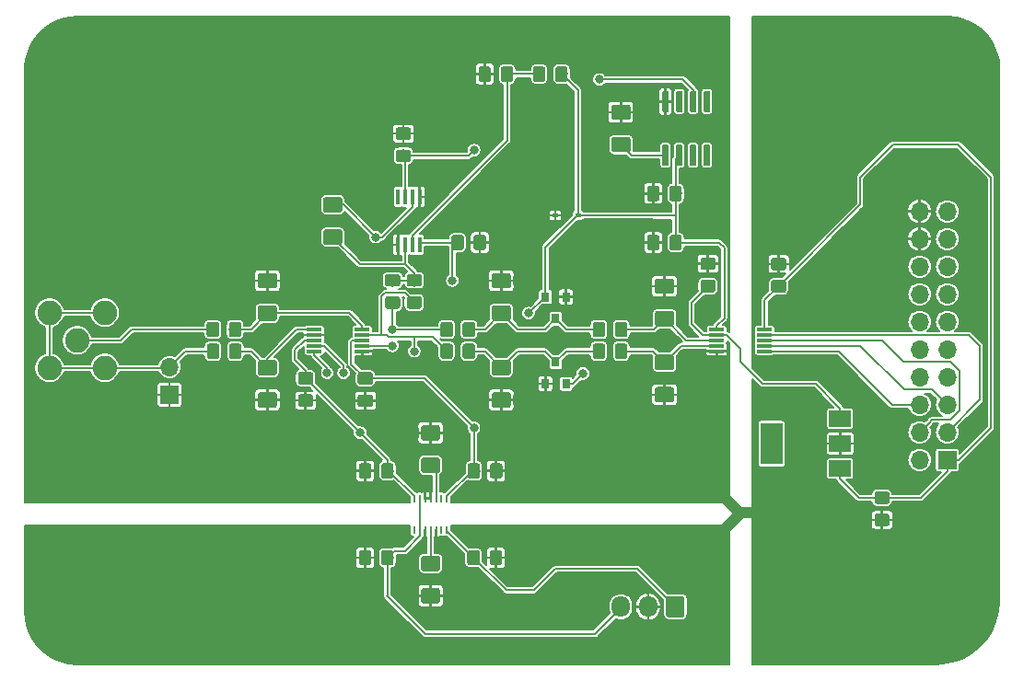
<source format=gbr>
G04 #@! TF.GenerationSoftware,KiCad,Pcbnew,5.1.4-e60b266~84~ubuntu18.04.1*
G04 #@! TF.CreationDate,2019-09-09T22:31:15+02:00*
G04 #@! TF.ProjectId,Frontend_test,46726f6e-7465-46e6-945f-746573742e6b,rev?*
G04 #@! TF.SameCoordinates,Original*
G04 #@! TF.FileFunction,Copper,L1,Top*
G04 #@! TF.FilePolarity,Positive*
%FSLAX46Y46*%
G04 Gerber Fmt 4.6, Leading zero omitted, Abs format (unit mm)*
G04 Created by KiCad (PCBNEW 5.1.4-e60b266~84~ubuntu18.04.1) date 2019-09-09 22:31:15*
%MOMM*%
%LPD*%
G04 APERTURE LIST*
%ADD10C,0.150000*%
%ADD11C,1.150000*%
%ADD12C,1.425000*%
%ADD13R,0.250000X0.700000*%
%ADD14O,1.700000X1.700000*%
%ADD15R,1.700000X1.700000*%
%ADD16C,0.600000*%
%ADD17R,0.450000X1.450000*%
%ADD18O,1.700000X1.950000*%
%ADD19C,1.700000*%
%ADD20C,2.250000*%
%ADD21R,0.600000X0.450000*%
%ADD22R,0.800000X0.900000*%
%ADD23R,2.000000X1.500000*%
%ADD24R,2.000000X3.800000*%
%ADD25R,1.400000X0.300000*%
%ADD26C,0.800000*%
%ADD27C,0.200000*%
%ADD28C,1.000000*%
%ADD29C,0.127000*%
G04 APERTURE END LIST*
D10*
G36*
X179974505Y-104451204D02*
G01*
X179998773Y-104454804D01*
X180022572Y-104460765D01*
X180045671Y-104469030D01*
X180067850Y-104479520D01*
X180088893Y-104492132D01*
X180108599Y-104506747D01*
X180126777Y-104523223D01*
X180143253Y-104541401D01*
X180157868Y-104561107D01*
X180170480Y-104582150D01*
X180180970Y-104604329D01*
X180189235Y-104627428D01*
X180195196Y-104651227D01*
X180198796Y-104675495D01*
X180200000Y-104699999D01*
X180200000Y-105350001D01*
X180198796Y-105374505D01*
X180195196Y-105398773D01*
X180189235Y-105422572D01*
X180180970Y-105445671D01*
X180170480Y-105467850D01*
X180157868Y-105488893D01*
X180143253Y-105508599D01*
X180126777Y-105526777D01*
X180108599Y-105543253D01*
X180088893Y-105557868D01*
X180067850Y-105570480D01*
X180045671Y-105580970D01*
X180022572Y-105589235D01*
X179998773Y-105595196D01*
X179974505Y-105598796D01*
X179950001Y-105600000D01*
X179049999Y-105600000D01*
X179025495Y-105598796D01*
X179001227Y-105595196D01*
X178977428Y-105589235D01*
X178954329Y-105580970D01*
X178932150Y-105570480D01*
X178911107Y-105557868D01*
X178891401Y-105543253D01*
X178873223Y-105526777D01*
X178856747Y-105508599D01*
X178842132Y-105488893D01*
X178829520Y-105467850D01*
X178819030Y-105445671D01*
X178810765Y-105422572D01*
X178804804Y-105398773D01*
X178801204Y-105374505D01*
X178800000Y-105350001D01*
X178800000Y-104699999D01*
X178801204Y-104675495D01*
X178804804Y-104651227D01*
X178810765Y-104627428D01*
X178819030Y-104604329D01*
X178829520Y-104582150D01*
X178842132Y-104561107D01*
X178856747Y-104541401D01*
X178873223Y-104523223D01*
X178891401Y-104506747D01*
X178911107Y-104492132D01*
X178932150Y-104479520D01*
X178954329Y-104469030D01*
X178977428Y-104460765D01*
X179001227Y-104454804D01*
X179025495Y-104451204D01*
X179049999Y-104450000D01*
X179950001Y-104450000D01*
X179974505Y-104451204D01*
X179974505Y-104451204D01*
G37*
D11*
X179500000Y-105025000D03*
D10*
G36*
X179974505Y-102401204D02*
G01*
X179998773Y-102404804D01*
X180022572Y-102410765D01*
X180045671Y-102419030D01*
X180067850Y-102429520D01*
X180088893Y-102442132D01*
X180108599Y-102456747D01*
X180126777Y-102473223D01*
X180143253Y-102491401D01*
X180157868Y-102511107D01*
X180170480Y-102532150D01*
X180180970Y-102554329D01*
X180189235Y-102577428D01*
X180195196Y-102601227D01*
X180198796Y-102625495D01*
X180200000Y-102649999D01*
X180200000Y-103300001D01*
X180198796Y-103324505D01*
X180195196Y-103348773D01*
X180189235Y-103372572D01*
X180180970Y-103395671D01*
X180170480Y-103417850D01*
X180157868Y-103438893D01*
X180143253Y-103458599D01*
X180126777Y-103476777D01*
X180108599Y-103493253D01*
X180088893Y-103507868D01*
X180067850Y-103520480D01*
X180045671Y-103530970D01*
X180022572Y-103539235D01*
X179998773Y-103545196D01*
X179974505Y-103548796D01*
X179950001Y-103550000D01*
X179049999Y-103550000D01*
X179025495Y-103548796D01*
X179001227Y-103545196D01*
X178977428Y-103539235D01*
X178954329Y-103530970D01*
X178932150Y-103520480D01*
X178911107Y-103507868D01*
X178891401Y-103493253D01*
X178873223Y-103476777D01*
X178856747Y-103458599D01*
X178842132Y-103438893D01*
X178829520Y-103417850D01*
X178819030Y-103395671D01*
X178810765Y-103372572D01*
X178804804Y-103348773D01*
X178801204Y-103324505D01*
X178800000Y-103300001D01*
X178800000Y-102649999D01*
X178801204Y-102625495D01*
X178804804Y-102601227D01*
X178810765Y-102577428D01*
X178819030Y-102554329D01*
X178829520Y-102532150D01*
X178842132Y-102511107D01*
X178856747Y-102491401D01*
X178873223Y-102473223D01*
X178891401Y-102456747D01*
X178911107Y-102442132D01*
X178932150Y-102429520D01*
X178954329Y-102419030D01*
X178977428Y-102410765D01*
X179001227Y-102404804D01*
X179025495Y-102401204D01*
X179049999Y-102400000D01*
X179950001Y-102400000D01*
X179974505Y-102401204D01*
X179974505Y-102401204D01*
G37*
D11*
X179500000Y-102975000D03*
D10*
G36*
X148149504Y-129813704D02*
G01*
X148173773Y-129817304D01*
X148197571Y-129823265D01*
X148220671Y-129831530D01*
X148242849Y-129842020D01*
X148263893Y-129854633D01*
X148283598Y-129869247D01*
X148301777Y-129885723D01*
X148318253Y-129903902D01*
X148332867Y-129923607D01*
X148345480Y-129944651D01*
X148355970Y-129966829D01*
X148364235Y-129989929D01*
X148370196Y-130013727D01*
X148373796Y-130037996D01*
X148375000Y-130062500D01*
X148375000Y-130987500D01*
X148373796Y-131012004D01*
X148370196Y-131036273D01*
X148364235Y-131060071D01*
X148355970Y-131083171D01*
X148345480Y-131105349D01*
X148332867Y-131126393D01*
X148318253Y-131146098D01*
X148301777Y-131164277D01*
X148283598Y-131180753D01*
X148263893Y-131195367D01*
X148242849Y-131207980D01*
X148220671Y-131218470D01*
X148197571Y-131226735D01*
X148173773Y-131232696D01*
X148149504Y-131236296D01*
X148125000Y-131237500D01*
X146875000Y-131237500D01*
X146850496Y-131236296D01*
X146826227Y-131232696D01*
X146802429Y-131226735D01*
X146779329Y-131218470D01*
X146757151Y-131207980D01*
X146736107Y-131195367D01*
X146716402Y-131180753D01*
X146698223Y-131164277D01*
X146681747Y-131146098D01*
X146667133Y-131126393D01*
X146654520Y-131105349D01*
X146644030Y-131083171D01*
X146635765Y-131060071D01*
X146629804Y-131036273D01*
X146626204Y-131012004D01*
X146625000Y-130987500D01*
X146625000Y-130062500D01*
X146626204Y-130037996D01*
X146629804Y-130013727D01*
X146635765Y-129989929D01*
X146644030Y-129966829D01*
X146654520Y-129944651D01*
X146667133Y-129923607D01*
X146681747Y-129903902D01*
X146698223Y-129885723D01*
X146716402Y-129869247D01*
X146736107Y-129854633D01*
X146757151Y-129842020D01*
X146779329Y-129831530D01*
X146802429Y-129823265D01*
X146826227Y-129817304D01*
X146850496Y-129813704D01*
X146875000Y-129812500D01*
X148125000Y-129812500D01*
X148149504Y-129813704D01*
X148149504Y-129813704D01*
G37*
D12*
X147500000Y-130525000D03*
D10*
G36*
X148149504Y-132788704D02*
G01*
X148173773Y-132792304D01*
X148197571Y-132798265D01*
X148220671Y-132806530D01*
X148242849Y-132817020D01*
X148263893Y-132829633D01*
X148283598Y-132844247D01*
X148301777Y-132860723D01*
X148318253Y-132878902D01*
X148332867Y-132898607D01*
X148345480Y-132919651D01*
X148355970Y-132941829D01*
X148364235Y-132964929D01*
X148370196Y-132988727D01*
X148373796Y-133012996D01*
X148375000Y-133037500D01*
X148375000Y-133962500D01*
X148373796Y-133987004D01*
X148370196Y-134011273D01*
X148364235Y-134035071D01*
X148355970Y-134058171D01*
X148345480Y-134080349D01*
X148332867Y-134101393D01*
X148318253Y-134121098D01*
X148301777Y-134139277D01*
X148283598Y-134155753D01*
X148263893Y-134170367D01*
X148242849Y-134182980D01*
X148220671Y-134193470D01*
X148197571Y-134201735D01*
X148173773Y-134207696D01*
X148149504Y-134211296D01*
X148125000Y-134212500D01*
X146875000Y-134212500D01*
X146850496Y-134211296D01*
X146826227Y-134207696D01*
X146802429Y-134201735D01*
X146779329Y-134193470D01*
X146757151Y-134182980D01*
X146736107Y-134170367D01*
X146716402Y-134155753D01*
X146698223Y-134139277D01*
X146681747Y-134121098D01*
X146667133Y-134101393D01*
X146654520Y-134080349D01*
X146644030Y-134058171D01*
X146635765Y-134035071D01*
X146629804Y-134011273D01*
X146626204Y-133987004D01*
X146625000Y-133962500D01*
X146625000Y-133037500D01*
X146626204Y-133012996D01*
X146629804Y-132988727D01*
X146635765Y-132964929D01*
X146644030Y-132941829D01*
X146654520Y-132919651D01*
X146667133Y-132898607D01*
X146681747Y-132878902D01*
X146698223Y-132860723D01*
X146716402Y-132844247D01*
X146736107Y-132829633D01*
X146757151Y-132817020D01*
X146779329Y-132806530D01*
X146802429Y-132798265D01*
X146826227Y-132792304D01*
X146850496Y-132788704D01*
X146875000Y-132787500D01*
X148125000Y-132787500D01*
X148149504Y-132788704D01*
X148149504Y-132788704D01*
G37*
D12*
X147500000Y-133500000D03*
D10*
G36*
X151799505Y-129301204D02*
G01*
X151823773Y-129304804D01*
X151847572Y-129310765D01*
X151870671Y-129319030D01*
X151892850Y-129329520D01*
X151913893Y-129342132D01*
X151933599Y-129356747D01*
X151951777Y-129373223D01*
X151968253Y-129391401D01*
X151982868Y-129411107D01*
X151995480Y-129432150D01*
X152005970Y-129454329D01*
X152014235Y-129477428D01*
X152020196Y-129501227D01*
X152023796Y-129525495D01*
X152025000Y-129549999D01*
X152025000Y-130450001D01*
X152023796Y-130474505D01*
X152020196Y-130498773D01*
X152014235Y-130522572D01*
X152005970Y-130545671D01*
X151995480Y-130567850D01*
X151982868Y-130588893D01*
X151968253Y-130608599D01*
X151951777Y-130626777D01*
X151933599Y-130643253D01*
X151913893Y-130657868D01*
X151892850Y-130670480D01*
X151870671Y-130680970D01*
X151847572Y-130689235D01*
X151823773Y-130695196D01*
X151799505Y-130698796D01*
X151775001Y-130700000D01*
X151124999Y-130700000D01*
X151100495Y-130698796D01*
X151076227Y-130695196D01*
X151052428Y-130689235D01*
X151029329Y-130680970D01*
X151007150Y-130670480D01*
X150986107Y-130657868D01*
X150966401Y-130643253D01*
X150948223Y-130626777D01*
X150931747Y-130608599D01*
X150917132Y-130588893D01*
X150904520Y-130567850D01*
X150894030Y-130545671D01*
X150885765Y-130522572D01*
X150879804Y-130498773D01*
X150876204Y-130474505D01*
X150875000Y-130450001D01*
X150875000Y-129549999D01*
X150876204Y-129525495D01*
X150879804Y-129501227D01*
X150885765Y-129477428D01*
X150894030Y-129454329D01*
X150904520Y-129432150D01*
X150917132Y-129411107D01*
X150931747Y-129391401D01*
X150948223Y-129373223D01*
X150966401Y-129356747D01*
X150986107Y-129342132D01*
X151007150Y-129329520D01*
X151029329Y-129319030D01*
X151052428Y-129310765D01*
X151076227Y-129304804D01*
X151100495Y-129301204D01*
X151124999Y-129300000D01*
X151775001Y-129300000D01*
X151799505Y-129301204D01*
X151799505Y-129301204D01*
G37*
D11*
X151450000Y-130000000D03*
D10*
G36*
X153849505Y-129301204D02*
G01*
X153873773Y-129304804D01*
X153897572Y-129310765D01*
X153920671Y-129319030D01*
X153942850Y-129329520D01*
X153963893Y-129342132D01*
X153983599Y-129356747D01*
X154001777Y-129373223D01*
X154018253Y-129391401D01*
X154032868Y-129411107D01*
X154045480Y-129432150D01*
X154055970Y-129454329D01*
X154064235Y-129477428D01*
X154070196Y-129501227D01*
X154073796Y-129525495D01*
X154075000Y-129549999D01*
X154075000Y-130450001D01*
X154073796Y-130474505D01*
X154070196Y-130498773D01*
X154064235Y-130522572D01*
X154055970Y-130545671D01*
X154045480Y-130567850D01*
X154032868Y-130588893D01*
X154018253Y-130608599D01*
X154001777Y-130626777D01*
X153983599Y-130643253D01*
X153963893Y-130657868D01*
X153942850Y-130670480D01*
X153920671Y-130680970D01*
X153897572Y-130689235D01*
X153873773Y-130695196D01*
X153849505Y-130698796D01*
X153825001Y-130700000D01*
X153174999Y-130700000D01*
X153150495Y-130698796D01*
X153126227Y-130695196D01*
X153102428Y-130689235D01*
X153079329Y-130680970D01*
X153057150Y-130670480D01*
X153036107Y-130657868D01*
X153016401Y-130643253D01*
X152998223Y-130626777D01*
X152981747Y-130608599D01*
X152967132Y-130588893D01*
X152954520Y-130567850D01*
X152944030Y-130545671D01*
X152935765Y-130522572D01*
X152929804Y-130498773D01*
X152926204Y-130474505D01*
X152925000Y-130450001D01*
X152925000Y-129549999D01*
X152926204Y-129525495D01*
X152929804Y-129501227D01*
X152935765Y-129477428D01*
X152944030Y-129454329D01*
X152954520Y-129432150D01*
X152967132Y-129411107D01*
X152981747Y-129391401D01*
X152998223Y-129373223D01*
X153016401Y-129356747D01*
X153036107Y-129342132D01*
X153057150Y-129329520D01*
X153079329Y-129319030D01*
X153102428Y-129310765D01*
X153126227Y-129304804D01*
X153150495Y-129301204D01*
X153174999Y-129300000D01*
X153825001Y-129300000D01*
X153849505Y-129301204D01*
X153849505Y-129301204D01*
G37*
D11*
X153500000Y-130000000D03*
D10*
G36*
X148149504Y-120776204D02*
G01*
X148173773Y-120779804D01*
X148197571Y-120785765D01*
X148220671Y-120794030D01*
X148242849Y-120804520D01*
X148263893Y-120817133D01*
X148283598Y-120831747D01*
X148301777Y-120848223D01*
X148318253Y-120866402D01*
X148332867Y-120886107D01*
X148345480Y-120907151D01*
X148355970Y-120929329D01*
X148364235Y-120952429D01*
X148370196Y-120976227D01*
X148373796Y-121000496D01*
X148375000Y-121025000D01*
X148375000Y-121950000D01*
X148373796Y-121974504D01*
X148370196Y-121998773D01*
X148364235Y-122022571D01*
X148355970Y-122045671D01*
X148345480Y-122067849D01*
X148332867Y-122088893D01*
X148318253Y-122108598D01*
X148301777Y-122126777D01*
X148283598Y-122143253D01*
X148263893Y-122157867D01*
X148242849Y-122170480D01*
X148220671Y-122180970D01*
X148197571Y-122189235D01*
X148173773Y-122195196D01*
X148149504Y-122198796D01*
X148125000Y-122200000D01*
X146875000Y-122200000D01*
X146850496Y-122198796D01*
X146826227Y-122195196D01*
X146802429Y-122189235D01*
X146779329Y-122180970D01*
X146757151Y-122170480D01*
X146736107Y-122157867D01*
X146716402Y-122143253D01*
X146698223Y-122126777D01*
X146681747Y-122108598D01*
X146667133Y-122088893D01*
X146654520Y-122067849D01*
X146644030Y-122045671D01*
X146635765Y-122022571D01*
X146629804Y-121998773D01*
X146626204Y-121974504D01*
X146625000Y-121950000D01*
X146625000Y-121025000D01*
X146626204Y-121000496D01*
X146629804Y-120976227D01*
X146635765Y-120952429D01*
X146644030Y-120929329D01*
X146654520Y-120907151D01*
X146667133Y-120886107D01*
X146681747Y-120866402D01*
X146698223Y-120848223D01*
X146716402Y-120831747D01*
X146736107Y-120817133D01*
X146757151Y-120804520D01*
X146779329Y-120794030D01*
X146802429Y-120785765D01*
X146826227Y-120779804D01*
X146850496Y-120776204D01*
X146875000Y-120775000D01*
X148125000Y-120775000D01*
X148149504Y-120776204D01*
X148149504Y-120776204D01*
G37*
D12*
X147500000Y-121487500D03*
D10*
G36*
X148149504Y-117801204D02*
G01*
X148173773Y-117804804D01*
X148197571Y-117810765D01*
X148220671Y-117819030D01*
X148242849Y-117829520D01*
X148263893Y-117842133D01*
X148283598Y-117856747D01*
X148301777Y-117873223D01*
X148318253Y-117891402D01*
X148332867Y-117911107D01*
X148345480Y-117932151D01*
X148355970Y-117954329D01*
X148364235Y-117977429D01*
X148370196Y-118001227D01*
X148373796Y-118025496D01*
X148375000Y-118050000D01*
X148375000Y-118975000D01*
X148373796Y-118999504D01*
X148370196Y-119023773D01*
X148364235Y-119047571D01*
X148355970Y-119070671D01*
X148345480Y-119092849D01*
X148332867Y-119113893D01*
X148318253Y-119133598D01*
X148301777Y-119151777D01*
X148283598Y-119168253D01*
X148263893Y-119182867D01*
X148242849Y-119195480D01*
X148220671Y-119205970D01*
X148197571Y-119214235D01*
X148173773Y-119220196D01*
X148149504Y-119223796D01*
X148125000Y-119225000D01*
X146875000Y-119225000D01*
X146850496Y-119223796D01*
X146826227Y-119220196D01*
X146802429Y-119214235D01*
X146779329Y-119205970D01*
X146757151Y-119195480D01*
X146736107Y-119182867D01*
X146716402Y-119168253D01*
X146698223Y-119151777D01*
X146681747Y-119133598D01*
X146667133Y-119113893D01*
X146654520Y-119092849D01*
X146644030Y-119070671D01*
X146635765Y-119047571D01*
X146629804Y-119023773D01*
X146626204Y-118999504D01*
X146625000Y-118975000D01*
X146625000Y-118050000D01*
X146626204Y-118025496D01*
X146629804Y-118001227D01*
X146635765Y-117977429D01*
X146644030Y-117954329D01*
X146654520Y-117932151D01*
X146667133Y-117911107D01*
X146681747Y-117891402D01*
X146698223Y-117873223D01*
X146716402Y-117856747D01*
X146736107Y-117842133D01*
X146757151Y-117829520D01*
X146779329Y-117819030D01*
X146802429Y-117810765D01*
X146826227Y-117804804D01*
X146850496Y-117801204D01*
X146875000Y-117800000D01*
X148125000Y-117800000D01*
X148149504Y-117801204D01*
X148149504Y-117801204D01*
G37*
D12*
X147500000Y-118512500D03*
D10*
G36*
X165374505Y-110301204D02*
G01*
X165398773Y-110304804D01*
X165422572Y-110310765D01*
X165445671Y-110319030D01*
X165467850Y-110329520D01*
X165488893Y-110342132D01*
X165508599Y-110356747D01*
X165526777Y-110373223D01*
X165543253Y-110391401D01*
X165557868Y-110411107D01*
X165570480Y-110432150D01*
X165580970Y-110454329D01*
X165589235Y-110477428D01*
X165595196Y-110501227D01*
X165598796Y-110525495D01*
X165600000Y-110549999D01*
X165600000Y-111450001D01*
X165598796Y-111474505D01*
X165595196Y-111498773D01*
X165589235Y-111522572D01*
X165580970Y-111545671D01*
X165570480Y-111567850D01*
X165557868Y-111588893D01*
X165543253Y-111608599D01*
X165526777Y-111626777D01*
X165508599Y-111643253D01*
X165488893Y-111657868D01*
X165467850Y-111670480D01*
X165445671Y-111680970D01*
X165422572Y-111689235D01*
X165398773Y-111695196D01*
X165374505Y-111698796D01*
X165350001Y-111700000D01*
X164699999Y-111700000D01*
X164675495Y-111698796D01*
X164651227Y-111695196D01*
X164627428Y-111689235D01*
X164604329Y-111680970D01*
X164582150Y-111670480D01*
X164561107Y-111657868D01*
X164541401Y-111643253D01*
X164523223Y-111626777D01*
X164506747Y-111608599D01*
X164492132Y-111588893D01*
X164479520Y-111567850D01*
X164469030Y-111545671D01*
X164460765Y-111522572D01*
X164454804Y-111498773D01*
X164451204Y-111474505D01*
X164450000Y-111450001D01*
X164450000Y-110549999D01*
X164451204Y-110525495D01*
X164454804Y-110501227D01*
X164460765Y-110477428D01*
X164469030Y-110454329D01*
X164479520Y-110432150D01*
X164492132Y-110411107D01*
X164506747Y-110391401D01*
X164523223Y-110373223D01*
X164541401Y-110356747D01*
X164561107Y-110342132D01*
X164582150Y-110329520D01*
X164604329Y-110319030D01*
X164627428Y-110310765D01*
X164651227Y-110304804D01*
X164675495Y-110301204D01*
X164699999Y-110300000D01*
X165350001Y-110300000D01*
X165374505Y-110301204D01*
X165374505Y-110301204D01*
G37*
D11*
X165025000Y-111000000D03*
D10*
G36*
X163324505Y-110301204D02*
G01*
X163348773Y-110304804D01*
X163372572Y-110310765D01*
X163395671Y-110319030D01*
X163417850Y-110329520D01*
X163438893Y-110342132D01*
X163458599Y-110356747D01*
X163476777Y-110373223D01*
X163493253Y-110391401D01*
X163507868Y-110411107D01*
X163520480Y-110432150D01*
X163530970Y-110454329D01*
X163539235Y-110477428D01*
X163545196Y-110501227D01*
X163548796Y-110525495D01*
X163550000Y-110549999D01*
X163550000Y-111450001D01*
X163548796Y-111474505D01*
X163545196Y-111498773D01*
X163539235Y-111522572D01*
X163530970Y-111545671D01*
X163520480Y-111567850D01*
X163507868Y-111588893D01*
X163493253Y-111608599D01*
X163476777Y-111626777D01*
X163458599Y-111643253D01*
X163438893Y-111657868D01*
X163417850Y-111670480D01*
X163395671Y-111680970D01*
X163372572Y-111689235D01*
X163348773Y-111695196D01*
X163324505Y-111698796D01*
X163300001Y-111700000D01*
X162649999Y-111700000D01*
X162625495Y-111698796D01*
X162601227Y-111695196D01*
X162577428Y-111689235D01*
X162554329Y-111680970D01*
X162532150Y-111670480D01*
X162511107Y-111657868D01*
X162491401Y-111643253D01*
X162473223Y-111626777D01*
X162456747Y-111608599D01*
X162442132Y-111588893D01*
X162429520Y-111567850D01*
X162419030Y-111545671D01*
X162410765Y-111522572D01*
X162404804Y-111498773D01*
X162401204Y-111474505D01*
X162400000Y-111450001D01*
X162400000Y-110549999D01*
X162401204Y-110525495D01*
X162404804Y-110501227D01*
X162410765Y-110477428D01*
X162419030Y-110454329D01*
X162429520Y-110432150D01*
X162442132Y-110411107D01*
X162456747Y-110391401D01*
X162473223Y-110373223D01*
X162491401Y-110356747D01*
X162511107Y-110342132D01*
X162532150Y-110329520D01*
X162554329Y-110319030D01*
X162577428Y-110310765D01*
X162601227Y-110304804D01*
X162625495Y-110301204D01*
X162649999Y-110300000D01*
X163300001Y-110300000D01*
X163324505Y-110301204D01*
X163324505Y-110301204D01*
G37*
D11*
X162975000Y-111000000D03*
D13*
X149000000Y-124550000D03*
X148500000Y-124550000D03*
X148000000Y-124550000D03*
X147500000Y-124550000D03*
X147000000Y-124550000D03*
X146500000Y-124550000D03*
X146000000Y-124550000D03*
X146000000Y-127450000D03*
X146500000Y-127450000D03*
X147000000Y-127450000D03*
X147500000Y-127450000D03*
X148000000Y-127450000D03*
X148500000Y-127450000D03*
X149000000Y-127450000D03*
D14*
X192460000Y-98140000D03*
X195000000Y-98140000D03*
X192460000Y-100680000D03*
X195000000Y-100680000D03*
X192460000Y-103220000D03*
X195000000Y-103220000D03*
X192460000Y-105760000D03*
X195000000Y-105760000D03*
X192460000Y-108300000D03*
X195000000Y-108300000D03*
X192460000Y-110840000D03*
X195000000Y-110840000D03*
X192460000Y-113380000D03*
X195000000Y-113380000D03*
X192460000Y-115920000D03*
X195000000Y-115920000D03*
X192460000Y-118460000D03*
X195000000Y-118460000D03*
X192460000Y-121000000D03*
D15*
X195000000Y-121000000D03*
D10*
G36*
X173069703Y-92000722D02*
G01*
X173084264Y-92002882D01*
X173098543Y-92006459D01*
X173112403Y-92011418D01*
X173125710Y-92017712D01*
X173138336Y-92025280D01*
X173150159Y-92034048D01*
X173161066Y-92043934D01*
X173170952Y-92054841D01*
X173179720Y-92066664D01*
X173187288Y-92079290D01*
X173193582Y-92092597D01*
X173198541Y-92106457D01*
X173202118Y-92120736D01*
X173204278Y-92135297D01*
X173205000Y-92150000D01*
X173205000Y-93800000D01*
X173204278Y-93814703D01*
X173202118Y-93829264D01*
X173198541Y-93843543D01*
X173193582Y-93857403D01*
X173187288Y-93870710D01*
X173179720Y-93883336D01*
X173170952Y-93895159D01*
X173161066Y-93906066D01*
X173150159Y-93915952D01*
X173138336Y-93924720D01*
X173125710Y-93932288D01*
X173112403Y-93938582D01*
X173098543Y-93943541D01*
X173084264Y-93947118D01*
X173069703Y-93949278D01*
X173055000Y-93950000D01*
X172755000Y-93950000D01*
X172740297Y-93949278D01*
X172725736Y-93947118D01*
X172711457Y-93943541D01*
X172697597Y-93938582D01*
X172684290Y-93932288D01*
X172671664Y-93924720D01*
X172659841Y-93915952D01*
X172648934Y-93906066D01*
X172639048Y-93895159D01*
X172630280Y-93883336D01*
X172622712Y-93870710D01*
X172616418Y-93857403D01*
X172611459Y-93843543D01*
X172607882Y-93829264D01*
X172605722Y-93814703D01*
X172605000Y-93800000D01*
X172605000Y-92150000D01*
X172605722Y-92135297D01*
X172607882Y-92120736D01*
X172611459Y-92106457D01*
X172616418Y-92092597D01*
X172622712Y-92079290D01*
X172630280Y-92066664D01*
X172639048Y-92054841D01*
X172648934Y-92043934D01*
X172659841Y-92034048D01*
X172671664Y-92025280D01*
X172684290Y-92017712D01*
X172697597Y-92011418D01*
X172711457Y-92006459D01*
X172725736Y-92002882D01*
X172740297Y-92000722D01*
X172755000Y-92000000D01*
X173055000Y-92000000D01*
X173069703Y-92000722D01*
X173069703Y-92000722D01*
G37*
D16*
X172905000Y-92975000D03*
D10*
G36*
X171799703Y-92000722D02*
G01*
X171814264Y-92002882D01*
X171828543Y-92006459D01*
X171842403Y-92011418D01*
X171855710Y-92017712D01*
X171868336Y-92025280D01*
X171880159Y-92034048D01*
X171891066Y-92043934D01*
X171900952Y-92054841D01*
X171909720Y-92066664D01*
X171917288Y-92079290D01*
X171923582Y-92092597D01*
X171928541Y-92106457D01*
X171932118Y-92120736D01*
X171934278Y-92135297D01*
X171935000Y-92150000D01*
X171935000Y-93800000D01*
X171934278Y-93814703D01*
X171932118Y-93829264D01*
X171928541Y-93843543D01*
X171923582Y-93857403D01*
X171917288Y-93870710D01*
X171909720Y-93883336D01*
X171900952Y-93895159D01*
X171891066Y-93906066D01*
X171880159Y-93915952D01*
X171868336Y-93924720D01*
X171855710Y-93932288D01*
X171842403Y-93938582D01*
X171828543Y-93943541D01*
X171814264Y-93947118D01*
X171799703Y-93949278D01*
X171785000Y-93950000D01*
X171485000Y-93950000D01*
X171470297Y-93949278D01*
X171455736Y-93947118D01*
X171441457Y-93943541D01*
X171427597Y-93938582D01*
X171414290Y-93932288D01*
X171401664Y-93924720D01*
X171389841Y-93915952D01*
X171378934Y-93906066D01*
X171369048Y-93895159D01*
X171360280Y-93883336D01*
X171352712Y-93870710D01*
X171346418Y-93857403D01*
X171341459Y-93843543D01*
X171337882Y-93829264D01*
X171335722Y-93814703D01*
X171335000Y-93800000D01*
X171335000Y-92150000D01*
X171335722Y-92135297D01*
X171337882Y-92120736D01*
X171341459Y-92106457D01*
X171346418Y-92092597D01*
X171352712Y-92079290D01*
X171360280Y-92066664D01*
X171369048Y-92054841D01*
X171378934Y-92043934D01*
X171389841Y-92034048D01*
X171401664Y-92025280D01*
X171414290Y-92017712D01*
X171427597Y-92011418D01*
X171441457Y-92006459D01*
X171455736Y-92002882D01*
X171470297Y-92000722D01*
X171485000Y-92000000D01*
X171785000Y-92000000D01*
X171799703Y-92000722D01*
X171799703Y-92000722D01*
G37*
D16*
X171635000Y-92975000D03*
D10*
G36*
X170529703Y-92000722D02*
G01*
X170544264Y-92002882D01*
X170558543Y-92006459D01*
X170572403Y-92011418D01*
X170585710Y-92017712D01*
X170598336Y-92025280D01*
X170610159Y-92034048D01*
X170621066Y-92043934D01*
X170630952Y-92054841D01*
X170639720Y-92066664D01*
X170647288Y-92079290D01*
X170653582Y-92092597D01*
X170658541Y-92106457D01*
X170662118Y-92120736D01*
X170664278Y-92135297D01*
X170665000Y-92150000D01*
X170665000Y-93800000D01*
X170664278Y-93814703D01*
X170662118Y-93829264D01*
X170658541Y-93843543D01*
X170653582Y-93857403D01*
X170647288Y-93870710D01*
X170639720Y-93883336D01*
X170630952Y-93895159D01*
X170621066Y-93906066D01*
X170610159Y-93915952D01*
X170598336Y-93924720D01*
X170585710Y-93932288D01*
X170572403Y-93938582D01*
X170558543Y-93943541D01*
X170544264Y-93947118D01*
X170529703Y-93949278D01*
X170515000Y-93950000D01*
X170215000Y-93950000D01*
X170200297Y-93949278D01*
X170185736Y-93947118D01*
X170171457Y-93943541D01*
X170157597Y-93938582D01*
X170144290Y-93932288D01*
X170131664Y-93924720D01*
X170119841Y-93915952D01*
X170108934Y-93906066D01*
X170099048Y-93895159D01*
X170090280Y-93883336D01*
X170082712Y-93870710D01*
X170076418Y-93857403D01*
X170071459Y-93843543D01*
X170067882Y-93829264D01*
X170065722Y-93814703D01*
X170065000Y-93800000D01*
X170065000Y-92150000D01*
X170065722Y-92135297D01*
X170067882Y-92120736D01*
X170071459Y-92106457D01*
X170076418Y-92092597D01*
X170082712Y-92079290D01*
X170090280Y-92066664D01*
X170099048Y-92054841D01*
X170108934Y-92043934D01*
X170119841Y-92034048D01*
X170131664Y-92025280D01*
X170144290Y-92017712D01*
X170157597Y-92011418D01*
X170171457Y-92006459D01*
X170185736Y-92002882D01*
X170200297Y-92000722D01*
X170215000Y-92000000D01*
X170515000Y-92000000D01*
X170529703Y-92000722D01*
X170529703Y-92000722D01*
G37*
D16*
X170365000Y-92975000D03*
D10*
G36*
X169259703Y-92000722D02*
G01*
X169274264Y-92002882D01*
X169288543Y-92006459D01*
X169302403Y-92011418D01*
X169315710Y-92017712D01*
X169328336Y-92025280D01*
X169340159Y-92034048D01*
X169351066Y-92043934D01*
X169360952Y-92054841D01*
X169369720Y-92066664D01*
X169377288Y-92079290D01*
X169383582Y-92092597D01*
X169388541Y-92106457D01*
X169392118Y-92120736D01*
X169394278Y-92135297D01*
X169395000Y-92150000D01*
X169395000Y-93800000D01*
X169394278Y-93814703D01*
X169392118Y-93829264D01*
X169388541Y-93843543D01*
X169383582Y-93857403D01*
X169377288Y-93870710D01*
X169369720Y-93883336D01*
X169360952Y-93895159D01*
X169351066Y-93906066D01*
X169340159Y-93915952D01*
X169328336Y-93924720D01*
X169315710Y-93932288D01*
X169302403Y-93938582D01*
X169288543Y-93943541D01*
X169274264Y-93947118D01*
X169259703Y-93949278D01*
X169245000Y-93950000D01*
X168945000Y-93950000D01*
X168930297Y-93949278D01*
X168915736Y-93947118D01*
X168901457Y-93943541D01*
X168887597Y-93938582D01*
X168874290Y-93932288D01*
X168861664Y-93924720D01*
X168849841Y-93915952D01*
X168838934Y-93906066D01*
X168829048Y-93895159D01*
X168820280Y-93883336D01*
X168812712Y-93870710D01*
X168806418Y-93857403D01*
X168801459Y-93843543D01*
X168797882Y-93829264D01*
X168795722Y-93814703D01*
X168795000Y-93800000D01*
X168795000Y-92150000D01*
X168795722Y-92135297D01*
X168797882Y-92120736D01*
X168801459Y-92106457D01*
X168806418Y-92092597D01*
X168812712Y-92079290D01*
X168820280Y-92066664D01*
X168829048Y-92054841D01*
X168838934Y-92043934D01*
X168849841Y-92034048D01*
X168861664Y-92025280D01*
X168874290Y-92017712D01*
X168887597Y-92011418D01*
X168901457Y-92006459D01*
X168915736Y-92002882D01*
X168930297Y-92000722D01*
X168945000Y-92000000D01*
X169245000Y-92000000D01*
X169259703Y-92000722D01*
X169259703Y-92000722D01*
G37*
D16*
X169095000Y-92975000D03*
D10*
G36*
X169259703Y-87050722D02*
G01*
X169274264Y-87052882D01*
X169288543Y-87056459D01*
X169302403Y-87061418D01*
X169315710Y-87067712D01*
X169328336Y-87075280D01*
X169340159Y-87084048D01*
X169351066Y-87093934D01*
X169360952Y-87104841D01*
X169369720Y-87116664D01*
X169377288Y-87129290D01*
X169383582Y-87142597D01*
X169388541Y-87156457D01*
X169392118Y-87170736D01*
X169394278Y-87185297D01*
X169395000Y-87200000D01*
X169395000Y-88850000D01*
X169394278Y-88864703D01*
X169392118Y-88879264D01*
X169388541Y-88893543D01*
X169383582Y-88907403D01*
X169377288Y-88920710D01*
X169369720Y-88933336D01*
X169360952Y-88945159D01*
X169351066Y-88956066D01*
X169340159Y-88965952D01*
X169328336Y-88974720D01*
X169315710Y-88982288D01*
X169302403Y-88988582D01*
X169288543Y-88993541D01*
X169274264Y-88997118D01*
X169259703Y-88999278D01*
X169245000Y-89000000D01*
X168945000Y-89000000D01*
X168930297Y-88999278D01*
X168915736Y-88997118D01*
X168901457Y-88993541D01*
X168887597Y-88988582D01*
X168874290Y-88982288D01*
X168861664Y-88974720D01*
X168849841Y-88965952D01*
X168838934Y-88956066D01*
X168829048Y-88945159D01*
X168820280Y-88933336D01*
X168812712Y-88920710D01*
X168806418Y-88907403D01*
X168801459Y-88893543D01*
X168797882Y-88879264D01*
X168795722Y-88864703D01*
X168795000Y-88850000D01*
X168795000Y-87200000D01*
X168795722Y-87185297D01*
X168797882Y-87170736D01*
X168801459Y-87156457D01*
X168806418Y-87142597D01*
X168812712Y-87129290D01*
X168820280Y-87116664D01*
X168829048Y-87104841D01*
X168838934Y-87093934D01*
X168849841Y-87084048D01*
X168861664Y-87075280D01*
X168874290Y-87067712D01*
X168887597Y-87061418D01*
X168901457Y-87056459D01*
X168915736Y-87052882D01*
X168930297Y-87050722D01*
X168945000Y-87050000D01*
X169245000Y-87050000D01*
X169259703Y-87050722D01*
X169259703Y-87050722D01*
G37*
D16*
X169095000Y-88025000D03*
D10*
G36*
X170529703Y-87050722D02*
G01*
X170544264Y-87052882D01*
X170558543Y-87056459D01*
X170572403Y-87061418D01*
X170585710Y-87067712D01*
X170598336Y-87075280D01*
X170610159Y-87084048D01*
X170621066Y-87093934D01*
X170630952Y-87104841D01*
X170639720Y-87116664D01*
X170647288Y-87129290D01*
X170653582Y-87142597D01*
X170658541Y-87156457D01*
X170662118Y-87170736D01*
X170664278Y-87185297D01*
X170665000Y-87200000D01*
X170665000Y-88850000D01*
X170664278Y-88864703D01*
X170662118Y-88879264D01*
X170658541Y-88893543D01*
X170653582Y-88907403D01*
X170647288Y-88920710D01*
X170639720Y-88933336D01*
X170630952Y-88945159D01*
X170621066Y-88956066D01*
X170610159Y-88965952D01*
X170598336Y-88974720D01*
X170585710Y-88982288D01*
X170572403Y-88988582D01*
X170558543Y-88993541D01*
X170544264Y-88997118D01*
X170529703Y-88999278D01*
X170515000Y-89000000D01*
X170215000Y-89000000D01*
X170200297Y-88999278D01*
X170185736Y-88997118D01*
X170171457Y-88993541D01*
X170157597Y-88988582D01*
X170144290Y-88982288D01*
X170131664Y-88974720D01*
X170119841Y-88965952D01*
X170108934Y-88956066D01*
X170099048Y-88945159D01*
X170090280Y-88933336D01*
X170082712Y-88920710D01*
X170076418Y-88907403D01*
X170071459Y-88893543D01*
X170067882Y-88879264D01*
X170065722Y-88864703D01*
X170065000Y-88850000D01*
X170065000Y-87200000D01*
X170065722Y-87185297D01*
X170067882Y-87170736D01*
X170071459Y-87156457D01*
X170076418Y-87142597D01*
X170082712Y-87129290D01*
X170090280Y-87116664D01*
X170099048Y-87104841D01*
X170108934Y-87093934D01*
X170119841Y-87084048D01*
X170131664Y-87075280D01*
X170144290Y-87067712D01*
X170157597Y-87061418D01*
X170171457Y-87056459D01*
X170185736Y-87052882D01*
X170200297Y-87050722D01*
X170215000Y-87050000D01*
X170515000Y-87050000D01*
X170529703Y-87050722D01*
X170529703Y-87050722D01*
G37*
D16*
X170365000Y-88025000D03*
D10*
G36*
X171799703Y-87050722D02*
G01*
X171814264Y-87052882D01*
X171828543Y-87056459D01*
X171842403Y-87061418D01*
X171855710Y-87067712D01*
X171868336Y-87075280D01*
X171880159Y-87084048D01*
X171891066Y-87093934D01*
X171900952Y-87104841D01*
X171909720Y-87116664D01*
X171917288Y-87129290D01*
X171923582Y-87142597D01*
X171928541Y-87156457D01*
X171932118Y-87170736D01*
X171934278Y-87185297D01*
X171935000Y-87200000D01*
X171935000Y-88850000D01*
X171934278Y-88864703D01*
X171932118Y-88879264D01*
X171928541Y-88893543D01*
X171923582Y-88907403D01*
X171917288Y-88920710D01*
X171909720Y-88933336D01*
X171900952Y-88945159D01*
X171891066Y-88956066D01*
X171880159Y-88965952D01*
X171868336Y-88974720D01*
X171855710Y-88982288D01*
X171842403Y-88988582D01*
X171828543Y-88993541D01*
X171814264Y-88997118D01*
X171799703Y-88999278D01*
X171785000Y-89000000D01*
X171485000Y-89000000D01*
X171470297Y-88999278D01*
X171455736Y-88997118D01*
X171441457Y-88993541D01*
X171427597Y-88988582D01*
X171414290Y-88982288D01*
X171401664Y-88974720D01*
X171389841Y-88965952D01*
X171378934Y-88956066D01*
X171369048Y-88945159D01*
X171360280Y-88933336D01*
X171352712Y-88920710D01*
X171346418Y-88907403D01*
X171341459Y-88893543D01*
X171337882Y-88879264D01*
X171335722Y-88864703D01*
X171335000Y-88850000D01*
X171335000Y-87200000D01*
X171335722Y-87185297D01*
X171337882Y-87170736D01*
X171341459Y-87156457D01*
X171346418Y-87142597D01*
X171352712Y-87129290D01*
X171360280Y-87116664D01*
X171369048Y-87104841D01*
X171378934Y-87093934D01*
X171389841Y-87084048D01*
X171401664Y-87075280D01*
X171414290Y-87067712D01*
X171427597Y-87061418D01*
X171441457Y-87056459D01*
X171455736Y-87052882D01*
X171470297Y-87050722D01*
X171485000Y-87050000D01*
X171785000Y-87050000D01*
X171799703Y-87050722D01*
X171799703Y-87050722D01*
G37*
D16*
X171635000Y-88025000D03*
D10*
G36*
X173069703Y-87050722D02*
G01*
X173084264Y-87052882D01*
X173098543Y-87056459D01*
X173112403Y-87061418D01*
X173125710Y-87067712D01*
X173138336Y-87075280D01*
X173150159Y-87084048D01*
X173161066Y-87093934D01*
X173170952Y-87104841D01*
X173179720Y-87116664D01*
X173187288Y-87129290D01*
X173193582Y-87142597D01*
X173198541Y-87156457D01*
X173202118Y-87170736D01*
X173204278Y-87185297D01*
X173205000Y-87200000D01*
X173205000Y-88850000D01*
X173204278Y-88864703D01*
X173202118Y-88879264D01*
X173198541Y-88893543D01*
X173193582Y-88907403D01*
X173187288Y-88920710D01*
X173179720Y-88933336D01*
X173170952Y-88945159D01*
X173161066Y-88956066D01*
X173150159Y-88965952D01*
X173138336Y-88974720D01*
X173125710Y-88982288D01*
X173112403Y-88988582D01*
X173098543Y-88993541D01*
X173084264Y-88997118D01*
X173069703Y-88999278D01*
X173055000Y-89000000D01*
X172755000Y-89000000D01*
X172740297Y-88999278D01*
X172725736Y-88997118D01*
X172711457Y-88993541D01*
X172697597Y-88988582D01*
X172684290Y-88982288D01*
X172671664Y-88974720D01*
X172659841Y-88965952D01*
X172648934Y-88956066D01*
X172639048Y-88945159D01*
X172630280Y-88933336D01*
X172622712Y-88920710D01*
X172616418Y-88907403D01*
X172611459Y-88893543D01*
X172607882Y-88879264D01*
X172605722Y-88864703D01*
X172605000Y-88850000D01*
X172605000Y-87200000D01*
X172605722Y-87185297D01*
X172607882Y-87170736D01*
X172611459Y-87156457D01*
X172616418Y-87142597D01*
X172622712Y-87129290D01*
X172630280Y-87116664D01*
X172639048Y-87104841D01*
X172648934Y-87093934D01*
X172659841Y-87084048D01*
X172671664Y-87075280D01*
X172684290Y-87067712D01*
X172697597Y-87061418D01*
X172711457Y-87056459D01*
X172725736Y-87052882D01*
X172740297Y-87050722D01*
X172755000Y-87050000D01*
X173055000Y-87050000D01*
X173069703Y-87050722D01*
X173069703Y-87050722D01*
G37*
D16*
X172905000Y-88025000D03*
D17*
X144525000Y-96800000D03*
X145175000Y-96800000D03*
X145825000Y-96800000D03*
X146475000Y-96800000D03*
X146475000Y-101200000D03*
X145825000Y-101200000D03*
X145175000Y-101200000D03*
X144525000Y-101200000D03*
D10*
G36*
X159874505Y-84801204D02*
G01*
X159898773Y-84804804D01*
X159922572Y-84810765D01*
X159945671Y-84819030D01*
X159967850Y-84829520D01*
X159988893Y-84842132D01*
X160008599Y-84856747D01*
X160026777Y-84873223D01*
X160043253Y-84891401D01*
X160057868Y-84911107D01*
X160070480Y-84932150D01*
X160080970Y-84954329D01*
X160089235Y-84977428D01*
X160095196Y-85001227D01*
X160098796Y-85025495D01*
X160100000Y-85049999D01*
X160100000Y-85950001D01*
X160098796Y-85974505D01*
X160095196Y-85998773D01*
X160089235Y-86022572D01*
X160080970Y-86045671D01*
X160070480Y-86067850D01*
X160057868Y-86088893D01*
X160043253Y-86108599D01*
X160026777Y-86126777D01*
X160008599Y-86143253D01*
X159988893Y-86157868D01*
X159967850Y-86170480D01*
X159945671Y-86180970D01*
X159922572Y-86189235D01*
X159898773Y-86195196D01*
X159874505Y-86198796D01*
X159850001Y-86200000D01*
X159199999Y-86200000D01*
X159175495Y-86198796D01*
X159151227Y-86195196D01*
X159127428Y-86189235D01*
X159104329Y-86180970D01*
X159082150Y-86170480D01*
X159061107Y-86157868D01*
X159041401Y-86143253D01*
X159023223Y-86126777D01*
X159006747Y-86108599D01*
X158992132Y-86088893D01*
X158979520Y-86067850D01*
X158969030Y-86045671D01*
X158960765Y-86022572D01*
X158954804Y-85998773D01*
X158951204Y-85974505D01*
X158950000Y-85950001D01*
X158950000Y-85049999D01*
X158951204Y-85025495D01*
X158954804Y-85001227D01*
X158960765Y-84977428D01*
X158969030Y-84954329D01*
X158979520Y-84932150D01*
X158992132Y-84911107D01*
X159006747Y-84891401D01*
X159023223Y-84873223D01*
X159041401Y-84856747D01*
X159061107Y-84842132D01*
X159082150Y-84829520D01*
X159104329Y-84819030D01*
X159127428Y-84810765D01*
X159151227Y-84804804D01*
X159175495Y-84801204D01*
X159199999Y-84800000D01*
X159850001Y-84800000D01*
X159874505Y-84801204D01*
X159874505Y-84801204D01*
G37*
D11*
X159525000Y-85500000D03*
D10*
G36*
X157824505Y-84801204D02*
G01*
X157848773Y-84804804D01*
X157872572Y-84810765D01*
X157895671Y-84819030D01*
X157917850Y-84829520D01*
X157938893Y-84842132D01*
X157958599Y-84856747D01*
X157976777Y-84873223D01*
X157993253Y-84891401D01*
X158007868Y-84911107D01*
X158020480Y-84932150D01*
X158030970Y-84954329D01*
X158039235Y-84977428D01*
X158045196Y-85001227D01*
X158048796Y-85025495D01*
X158050000Y-85049999D01*
X158050000Y-85950001D01*
X158048796Y-85974505D01*
X158045196Y-85998773D01*
X158039235Y-86022572D01*
X158030970Y-86045671D01*
X158020480Y-86067850D01*
X158007868Y-86088893D01*
X157993253Y-86108599D01*
X157976777Y-86126777D01*
X157958599Y-86143253D01*
X157938893Y-86157868D01*
X157917850Y-86170480D01*
X157895671Y-86180970D01*
X157872572Y-86189235D01*
X157848773Y-86195196D01*
X157824505Y-86198796D01*
X157800001Y-86200000D01*
X157149999Y-86200000D01*
X157125495Y-86198796D01*
X157101227Y-86195196D01*
X157077428Y-86189235D01*
X157054329Y-86180970D01*
X157032150Y-86170480D01*
X157011107Y-86157868D01*
X156991401Y-86143253D01*
X156973223Y-86126777D01*
X156956747Y-86108599D01*
X156942132Y-86088893D01*
X156929520Y-86067850D01*
X156919030Y-86045671D01*
X156910765Y-86022572D01*
X156904804Y-85998773D01*
X156901204Y-85974505D01*
X156900000Y-85950001D01*
X156900000Y-85049999D01*
X156901204Y-85025495D01*
X156904804Y-85001227D01*
X156910765Y-84977428D01*
X156919030Y-84954329D01*
X156929520Y-84932150D01*
X156942132Y-84911107D01*
X156956747Y-84891401D01*
X156973223Y-84873223D01*
X156991401Y-84856747D01*
X157011107Y-84842132D01*
X157032150Y-84829520D01*
X157054329Y-84819030D01*
X157077428Y-84810765D01*
X157101227Y-84804804D01*
X157125495Y-84801204D01*
X157149999Y-84800000D01*
X157800001Y-84800000D01*
X157824505Y-84801204D01*
X157824505Y-84801204D01*
G37*
D11*
X157475000Y-85500000D03*
D10*
G36*
X154874505Y-84801204D02*
G01*
X154898773Y-84804804D01*
X154922572Y-84810765D01*
X154945671Y-84819030D01*
X154967850Y-84829520D01*
X154988893Y-84842132D01*
X155008599Y-84856747D01*
X155026777Y-84873223D01*
X155043253Y-84891401D01*
X155057868Y-84911107D01*
X155070480Y-84932150D01*
X155080970Y-84954329D01*
X155089235Y-84977428D01*
X155095196Y-85001227D01*
X155098796Y-85025495D01*
X155100000Y-85049999D01*
X155100000Y-85950001D01*
X155098796Y-85974505D01*
X155095196Y-85998773D01*
X155089235Y-86022572D01*
X155080970Y-86045671D01*
X155070480Y-86067850D01*
X155057868Y-86088893D01*
X155043253Y-86108599D01*
X155026777Y-86126777D01*
X155008599Y-86143253D01*
X154988893Y-86157868D01*
X154967850Y-86170480D01*
X154945671Y-86180970D01*
X154922572Y-86189235D01*
X154898773Y-86195196D01*
X154874505Y-86198796D01*
X154850001Y-86200000D01*
X154199999Y-86200000D01*
X154175495Y-86198796D01*
X154151227Y-86195196D01*
X154127428Y-86189235D01*
X154104329Y-86180970D01*
X154082150Y-86170480D01*
X154061107Y-86157868D01*
X154041401Y-86143253D01*
X154023223Y-86126777D01*
X154006747Y-86108599D01*
X153992132Y-86088893D01*
X153979520Y-86067850D01*
X153969030Y-86045671D01*
X153960765Y-86022572D01*
X153954804Y-85998773D01*
X153951204Y-85974505D01*
X153950000Y-85950001D01*
X153950000Y-85049999D01*
X153951204Y-85025495D01*
X153954804Y-85001227D01*
X153960765Y-84977428D01*
X153969030Y-84954329D01*
X153979520Y-84932150D01*
X153992132Y-84911107D01*
X154006747Y-84891401D01*
X154023223Y-84873223D01*
X154041401Y-84856747D01*
X154061107Y-84842132D01*
X154082150Y-84829520D01*
X154104329Y-84819030D01*
X154127428Y-84810765D01*
X154151227Y-84804804D01*
X154175495Y-84801204D01*
X154199999Y-84800000D01*
X154850001Y-84800000D01*
X154874505Y-84801204D01*
X154874505Y-84801204D01*
G37*
D11*
X154525000Y-85500000D03*
D10*
G36*
X152824505Y-84801204D02*
G01*
X152848773Y-84804804D01*
X152872572Y-84810765D01*
X152895671Y-84819030D01*
X152917850Y-84829520D01*
X152938893Y-84842132D01*
X152958599Y-84856747D01*
X152976777Y-84873223D01*
X152993253Y-84891401D01*
X153007868Y-84911107D01*
X153020480Y-84932150D01*
X153030970Y-84954329D01*
X153039235Y-84977428D01*
X153045196Y-85001227D01*
X153048796Y-85025495D01*
X153050000Y-85049999D01*
X153050000Y-85950001D01*
X153048796Y-85974505D01*
X153045196Y-85998773D01*
X153039235Y-86022572D01*
X153030970Y-86045671D01*
X153020480Y-86067850D01*
X153007868Y-86088893D01*
X152993253Y-86108599D01*
X152976777Y-86126777D01*
X152958599Y-86143253D01*
X152938893Y-86157868D01*
X152917850Y-86170480D01*
X152895671Y-86180970D01*
X152872572Y-86189235D01*
X152848773Y-86195196D01*
X152824505Y-86198796D01*
X152800001Y-86200000D01*
X152149999Y-86200000D01*
X152125495Y-86198796D01*
X152101227Y-86195196D01*
X152077428Y-86189235D01*
X152054329Y-86180970D01*
X152032150Y-86170480D01*
X152011107Y-86157868D01*
X151991401Y-86143253D01*
X151973223Y-86126777D01*
X151956747Y-86108599D01*
X151942132Y-86088893D01*
X151929520Y-86067850D01*
X151919030Y-86045671D01*
X151910765Y-86022572D01*
X151904804Y-85998773D01*
X151901204Y-85974505D01*
X151900000Y-85950001D01*
X151900000Y-85049999D01*
X151901204Y-85025495D01*
X151904804Y-85001227D01*
X151910765Y-84977428D01*
X151919030Y-84954329D01*
X151929520Y-84932150D01*
X151942132Y-84911107D01*
X151956747Y-84891401D01*
X151973223Y-84873223D01*
X151991401Y-84856747D01*
X152011107Y-84842132D01*
X152032150Y-84829520D01*
X152054329Y-84819030D01*
X152077428Y-84810765D01*
X152101227Y-84804804D01*
X152125495Y-84801204D01*
X152149999Y-84800000D01*
X152800001Y-84800000D01*
X152824505Y-84801204D01*
X152824505Y-84801204D01*
G37*
D11*
X152475000Y-85500000D03*
D10*
G36*
X165374505Y-108301204D02*
G01*
X165398773Y-108304804D01*
X165422572Y-108310765D01*
X165445671Y-108319030D01*
X165467850Y-108329520D01*
X165488893Y-108342132D01*
X165508599Y-108356747D01*
X165526777Y-108373223D01*
X165543253Y-108391401D01*
X165557868Y-108411107D01*
X165570480Y-108432150D01*
X165580970Y-108454329D01*
X165589235Y-108477428D01*
X165595196Y-108501227D01*
X165598796Y-108525495D01*
X165600000Y-108549999D01*
X165600000Y-109450001D01*
X165598796Y-109474505D01*
X165595196Y-109498773D01*
X165589235Y-109522572D01*
X165580970Y-109545671D01*
X165570480Y-109567850D01*
X165557868Y-109588893D01*
X165543253Y-109608599D01*
X165526777Y-109626777D01*
X165508599Y-109643253D01*
X165488893Y-109657868D01*
X165467850Y-109670480D01*
X165445671Y-109680970D01*
X165422572Y-109689235D01*
X165398773Y-109695196D01*
X165374505Y-109698796D01*
X165350001Y-109700000D01*
X164699999Y-109700000D01*
X164675495Y-109698796D01*
X164651227Y-109695196D01*
X164627428Y-109689235D01*
X164604329Y-109680970D01*
X164582150Y-109670480D01*
X164561107Y-109657868D01*
X164541401Y-109643253D01*
X164523223Y-109626777D01*
X164506747Y-109608599D01*
X164492132Y-109588893D01*
X164479520Y-109567850D01*
X164469030Y-109545671D01*
X164460765Y-109522572D01*
X164454804Y-109498773D01*
X164451204Y-109474505D01*
X164450000Y-109450001D01*
X164450000Y-108549999D01*
X164451204Y-108525495D01*
X164454804Y-108501227D01*
X164460765Y-108477428D01*
X164469030Y-108454329D01*
X164479520Y-108432150D01*
X164492132Y-108411107D01*
X164506747Y-108391401D01*
X164523223Y-108373223D01*
X164541401Y-108356747D01*
X164561107Y-108342132D01*
X164582150Y-108329520D01*
X164604329Y-108319030D01*
X164627428Y-108310765D01*
X164651227Y-108304804D01*
X164675495Y-108301204D01*
X164699999Y-108300000D01*
X165350001Y-108300000D01*
X165374505Y-108301204D01*
X165374505Y-108301204D01*
G37*
D11*
X165025000Y-109000000D03*
D10*
G36*
X163324505Y-108301204D02*
G01*
X163348773Y-108304804D01*
X163372572Y-108310765D01*
X163395671Y-108319030D01*
X163417850Y-108329520D01*
X163438893Y-108342132D01*
X163458599Y-108356747D01*
X163476777Y-108373223D01*
X163493253Y-108391401D01*
X163507868Y-108411107D01*
X163520480Y-108432150D01*
X163530970Y-108454329D01*
X163539235Y-108477428D01*
X163545196Y-108501227D01*
X163548796Y-108525495D01*
X163550000Y-108549999D01*
X163550000Y-109450001D01*
X163548796Y-109474505D01*
X163545196Y-109498773D01*
X163539235Y-109522572D01*
X163530970Y-109545671D01*
X163520480Y-109567850D01*
X163507868Y-109588893D01*
X163493253Y-109608599D01*
X163476777Y-109626777D01*
X163458599Y-109643253D01*
X163438893Y-109657868D01*
X163417850Y-109670480D01*
X163395671Y-109680970D01*
X163372572Y-109689235D01*
X163348773Y-109695196D01*
X163324505Y-109698796D01*
X163300001Y-109700000D01*
X162649999Y-109700000D01*
X162625495Y-109698796D01*
X162601227Y-109695196D01*
X162577428Y-109689235D01*
X162554329Y-109680970D01*
X162532150Y-109670480D01*
X162511107Y-109657868D01*
X162491401Y-109643253D01*
X162473223Y-109626777D01*
X162456747Y-109608599D01*
X162442132Y-109588893D01*
X162429520Y-109567850D01*
X162419030Y-109545671D01*
X162410765Y-109522572D01*
X162404804Y-109498773D01*
X162401204Y-109474505D01*
X162400000Y-109450001D01*
X162400000Y-108549999D01*
X162401204Y-108525495D01*
X162404804Y-108501227D01*
X162410765Y-108477428D01*
X162419030Y-108454329D01*
X162429520Y-108432150D01*
X162442132Y-108411107D01*
X162456747Y-108391401D01*
X162473223Y-108373223D01*
X162491401Y-108356747D01*
X162511107Y-108342132D01*
X162532150Y-108329520D01*
X162554329Y-108319030D01*
X162577428Y-108310765D01*
X162601227Y-108304804D01*
X162625495Y-108301204D01*
X162649999Y-108300000D01*
X163300001Y-108300000D01*
X163324505Y-108301204D01*
X163324505Y-108301204D01*
G37*
D11*
X162975000Y-109000000D03*
D10*
G36*
X151374505Y-110301204D02*
G01*
X151398773Y-110304804D01*
X151422572Y-110310765D01*
X151445671Y-110319030D01*
X151467850Y-110329520D01*
X151488893Y-110342132D01*
X151508599Y-110356747D01*
X151526777Y-110373223D01*
X151543253Y-110391401D01*
X151557868Y-110411107D01*
X151570480Y-110432150D01*
X151580970Y-110454329D01*
X151589235Y-110477428D01*
X151595196Y-110501227D01*
X151598796Y-110525495D01*
X151600000Y-110549999D01*
X151600000Y-111450001D01*
X151598796Y-111474505D01*
X151595196Y-111498773D01*
X151589235Y-111522572D01*
X151580970Y-111545671D01*
X151570480Y-111567850D01*
X151557868Y-111588893D01*
X151543253Y-111608599D01*
X151526777Y-111626777D01*
X151508599Y-111643253D01*
X151488893Y-111657868D01*
X151467850Y-111670480D01*
X151445671Y-111680970D01*
X151422572Y-111689235D01*
X151398773Y-111695196D01*
X151374505Y-111698796D01*
X151350001Y-111700000D01*
X150699999Y-111700000D01*
X150675495Y-111698796D01*
X150651227Y-111695196D01*
X150627428Y-111689235D01*
X150604329Y-111680970D01*
X150582150Y-111670480D01*
X150561107Y-111657868D01*
X150541401Y-111643253D01*
X150523223Y-111626777D01*
X150506747Y-111608599D01*
X150492132Y-111588893D01*
X150479520Y-111567850D01*
X150469030Y-111545671D01*
X150460765Y-111522572D01*
X150454804Y-111498773D01*
X150451204Y-111474505D01*
X150450000Y-111450001D01*
X150450000Y-110549999D01*
X150451204Y-110525495D01*
X150454804Y-110501227D01*
X150460765Y-110477428D01*
X150469030Y-110454329D01*
X150479520Y-110432150D01*
X150492132Y-110411107D01*
X150506747Y-110391401D01*
X150523223Y-110373223D01*
X150541401Y-110356747D01*
X150561107Y-110342132D01*
X150582150Y-110329520D01*
X150604329Y-110319030D01*
X150627428Y-110310765D01*
X150651227Y-110304804D01*
X150675495Y-110301204D01*
X150699999Y-110300000D01*
X151350001Y-110300000D01*
X151374505Y-110301204D01*
X151374505Y-110301204D01*
G37*
D11*
X151025000Y-111000000D03*
D10*
G36*
X149324505Y-110301204D02*
G01*
X149348773Y-110304804D01*
X149372572Y-110310765D01*
X149395671Y-110319030D01*
X149417850Y-110329520D01*
X149438893Y-110342132D01*
X149458599Y-110356747D01*
X149476777Y-110373223D01*
X149493253Y-110391401D01*
X149507868Y-110411107D01*
X149520480Y-110432150D01*
X149530970Y-110454329D01*
X149539235Y-110477428D01*
X149545196Y-110501227D01*
X149548796Y-110525495D01*
X149550000Y-110549999D01*
X149550000Y-111450001D01*
X149548796Y-111474505D01*
X149545196Y-111498773D01*
X149539235Y-111522572D01*
X149530970Y-111545671D01*
X149520480Y-111567850D01*
X149507868Y-111588893D01*
X149493253Y-111608599D01*
X149476777Y-111626777D01*
X149458599Y-111643253D01*
X149438893Y-111657868D01*
X149417850Y-111670480D01*
X149395671Y-111680970D01*
X149372572Y-111689235D01*
X149348773Y-111695196D01*
X149324505Y-111698796D01*
X149300001Y-111700000D01*
X148649999Y-111700000D01*
X148625495Y-111698796D01*
X148601227Y-111695196D01*
X148577428Y-111689235D01*
X148554329Y-111680970D01*
X148532150Y-111670480D01*
X148511107Y-111657868D01*
X148491401Y-111643253D01*
X148473223Y-111626777D01*
X148456747Y-111608599D01*
X148442132Y-111588893D01*
X148429520Y-111567850D01*
X148419030Y-111545671D01*
X148410765Y-111522572D01*
X148404804Y-111498773D01*
X148401204Y-111474505D01*
X148400000Y-111450001D01*
X148400000Y-110549999D01*
X148401204Y-110525495D01*
X148404804Y-110501227D01*
X148410765Y-110477428D01*
X148419030Y-110454329D01*
X148429520Y-110432150D01*
X148442132Y-110411107D01*
X148456747Y-110391401D01*
X148473223Y-110373223D01*
X148491401Y-110356747D01*
X148511107Y-110342132D01*
X148532150Y-110329520D01*
X148554329Y-110319030D01*
X148577428Y-110310765D01*
X148601227Y-110304804D01*
X148625495Y-110301204D01*
X148649999Y-110300000D01*
X149300001Y-110300000D01*
X149324505Y-110301204D01*
X149324505Y-110301204D01*
G37*
D11*
X148975000Y-111000000D03*
D10*
G36*
X151374505Y-108301204D02*
G01*
X151398773Y-108304804D01*
X151422572Y-108310765D01*
X151445671Y-108319030D01*
X151467850Y-108329520D01*
X151488893Y-108342132D01*
X151508599Y-108356747D01*
X151526777Y-108373223D01*
X151543253Y-108391401D01*
X151557868Y-108411107D01*
X151570480Y-108432150D01*
X151580970Y-108454329D01*
X151589235Y-108477428D01*
X151595196Y-108501227D01*
X151598796Y-108525495D01*
X151600000Y-108549999D01*
X151600000Y-109450001D01*
X151598796Y-109474505D01*
X151595196Y-109498773D01*
X151589235Y-109522572D01*
X151580970Y-109545671D01*
X151570480Y-109567850D01*
X151557868Y-109588893D01*
X151543253Y-109608599D01*
X151526777Y-109626777D01*
X151508599Y-109643253D01*
X151488893Y-109657868D01*
X151467850Y-109670480D01*
X151445671Y-109680970D01*
X151422572Y-109689235D01*
X151398773Y-109695196D01*
X151374505Y-109698796D01*
X151350001Y-109700000D01*
X150699999Y-109700000D01*
X150675495Y-109698796D01*
X150651227Y-109695196D01*
X150627428Y-109689235D01*
X150604329Y-109680970D01*
X150582150Y-109670480D01*
X150561107Y-109657868D01*
X150541401Y-109643253D01*
X150523223Y-109626777D01*
X150506747Y-109608599D01*
X150492132Y-109588893D01*
X150479520Y-109567850D01*
X150469030Y-109545671D01*
X150460765Y-109522572D01*
X150454804Y-109498773D01*
X150451204Y-109474505D01*
X150450000Y-109450001D01*
X150450000Y-108549999D01*
X150451204Y-108525495D01*
X150454804Y-108501227D01*
X150460765Y-108477428D01*
X150469030Y-108454329D01*
X150479520Y-108432150D01*
X150492132Y-108411107D01*
X150506747Y-108391401D01*
X150523223Y-108373223D01*
X150541401Y-108356747D01*
X150561107Y-108342132D01*
X150582150Y-108329520D01*
X150604329Y-108319030D01*
X150627428Y-108310765D01*
X150651227Y-108304804D01*
X150675495Y-108301204D01*
X150699999Y-108300000D01*
X151350001Y-108300000D01*
X151374505Y-108301204D01*
X151374505Y-108301204D01*
G37*
D11*
X151025000Y-109000000D03*
D10*
G36*
X149324505Y-108301204D02*
G01*
X149348773Y-108304804D01*
X149372572Y-108310765D01*
X149395671Y-108319030D01*
X149417850Y-108329520D01*
X149438893Y-108342132D01*
X149458599Y-108356747D01*
X149476777Y-108373223D01*
X149493253Y-108391401D01*
X149507868Y-108411107D01*
X149520480Y-108432150D01*
X149530970Y-108454329D01*
X149539235Y-108477428D01*
X149545196Y-108501227D01*
X149548796Y-108525495D01*
X149550000Y-108549999D01*
X149550000Y-109450001D01*
X149548796Y-109474505D01*
X149545196Y-109498773D01*
X149539235Y-109522572D01*
X149530970Y-109545671D01*
X149520480Y-109567850D01*
X149507868Y-109588893D01*
X149493253Y-109608599D01*
X149476777Y-109626777D01*
X149458599Y-109643253D01*
X149438893Y-109657868D01*
X149417850Y-109670480D01*
X149395671Y-109680970D01*
X149372572Y-109689235D01*
X149348773Y-109695196D01*
X149324505Y-109698796D01*
X149300001Y-109700000D01*
X148649999Y-109700000D01*
X148625495Y-109698796D01*
X148601227Y-109695196D01*
X148577428Y-109689235D01*
X148554329Y-109680970D01*
X148532150Y-109670480D01*
X148511107Y-109657868D01*
X148491401Y-109643253D01*
X148473223Y-109626777D01*
X148456747Y-109608599D01*
X148442132Y-109588893D01*
X148429520Y-109567850D01*
X148419030Y-109545671D01*
X148410765Y-109522572D01*
X148404804Y-109498773D01*
X148401204Y-109474505D01*
X148400000Y-109450001D01*
X148400000Y-108549999D01*
X148401204Y-108525495D01*
X148404804Y-108501227D01*
X148410765Y-108477428D01*
X148419030Y-108454329D01*
X148429520Y-108432150D01*
X148442132Y-108411107D01*
X148456747Y-108391401D01*
X148473223Y-108373223D01*
X148491401Y-108356747D01*
X148511107Y-108342132D01*
X148532150Y-108329520D01*
X148554329Y-108319030D01*
X148577428Y-108310765D01*
X148601227Y-108304804D01*
X148625495Y-108301204D01*
X148649999Y-108300000D01*
X149300001Y-108300000D01*
X149324505Y-108301204D01*
X149324505Y-108301204D01*
G37*
D11*
X148975000Y-109000000D03*
D10*
G36*
X146474505Y-103901204D02*
G01*
X146498773Y-103904804D01*
X146522572Y-103910765D01*
X146545671Y-103919030D01*
X146567850Y-103929520D01*
X146588893Y-103942132D01*
X146608599Y-103956747D01*
X146626777Y-103973223D01*
X146643253Y-103991401D01*
X146657868Y-104011107D01*
X146670480Y-104032150D01*
X146680970Y-104054329D01*
X146689235Y-104077428D01*
X146695196Y-104101227D01*
X146698796Y-104125495D01*
X146700000Y-104149999D01*
X146700000Y-104800001D01*
X146698796Y-104824505D01*
X146695196Y-104848773D01*
X146689235Y-104872572D01*
X146680970Y-104895671D01*
X146670480Y-104917850D01*
X146657868Y-104938893D01*
X146643253Y-104958599D01*
X146626777Y-104976777D01*
X146608599Y-104993253D01*
X146588893Y-105007868D01*
X146567850Y-105020480D01*
X146545671Y-105030970D01*
X146522572Y-105039235D01*
X146498773Y-105045196D01*
X146474505Y-105048796D01*
X146450001Y-105050000D01*
X145549999Y-105050000D01*
X145525495Y-105048796D01*
X145501227Y-105045196D01*
X145477428Y-105039235D01*
X145454329Y-105030970D01*
X145432150Y-105020480D01*
X145411107Y-105007868D01*
X145391401Y-104993253D01*
X145373223Y-104976777D01*
X145356747Y-104958599D01*
X145342132Y-104938893D01*
X145329520Y-104917850D01*
X145319030Y-104895671D01*
X145310765Y-104872572D01*
X145304804Y-104848773D01*
X145301204Y-104824505D01*
X145300000Y-104800001D01*
X145300000Y-104149999D01*
X145301204Y-104125495D01*
X145304804Y-104101227D01*
X145310765Y-104077428D01*
X145319030Y-104054329D01*
X145329520Y-104032150D01*
X145342132Y-104011107D01*
X145356747Y-103991401D01*
X145373223Y-103973223D01*
X145391401Y-103956747D01*
X145411107Y-103942132D01*
X145432150Y-103929520D01*
X145454329Y-103919030D01*
X145477428Y-103910765D01*
X145501227Y-103904804D01*
X145525495Y-103901204D01*
X145549999Y-103900000D01*
X146450001Y-103900000D01*
X146474505Y-103901204D01*
X146474505Y-103901204D01*
G37*
D11*
X146000000Y-104475000D03*
D10*
G36*
X146474505Y-105951204D02*
G01*
X146498773Y-105954804D01*
X146522572Y-105960765D01*
X146545671Y-105969030D01*
X146567850Y-105979520D01*
X146588893Y-105992132D01*
X146608599Y-106006747D01*
X146626777Y-106023223D01*
X146643253Y-106041401D01*
X146657868Y-106061107D01*
X146670480Y-106082150D01*
X146680970Y-106104329D01*
X146689235Y-106127428D01*
X146695196Y-106151227D01*
X146698796Y-106175495D01*
X146700000Y-106199999D01*
X146700000Y-106850001D01*
X146698796Y-106874505D01*
X146695196Y-106898773D01*
X146689235Y-106922572D01*
X146680970Y-106945671D01*
X146670480Y-106967850D01*
X146657868Y-106988893D01*
X146643253Y-107008599D01*
X146626777Y-107026777D01*
X146608599Y-107043253D01*
X146588893Y-107057868D01*
X146567850Y-107070480D01*
X146545671Y-107080970D01*
X146522572Y-107089235D01*
X146498773Y-107095196D01*
X146474505Y-107098796D01*
X146450001Y-107100000D01*
X145549999Y-107100000D01*
X145525495Y-107098796D01*
X145501227Y-107095196D01*
X145477428Y-107089235D01*
X145454329Y-107080970D01*
X145432150Y-107070480D01*
X145411107Y-107057868D01*
X145391401Y-107043253D01*
X145373223Y-107026777D01*
X145356747Y-107008599D01*
X145342132Y-106988893D01*
X145329520Y-106967850D01*
X145319030Y-106945671D01*
X145310765Y-106922572D01*
X145304804Y-106898773D01*
X145301204Y-106874505D01*
X145300000Y-106850001D01*
X145300000Y-106199999D01*
X145301204Y-106175495D01*
X145304804Y-106151227D01*
X145310765Y-106127428D01*
X145319030Y-106104329D01*
X145329520Y-106082150D01*
X145342132Y-106061107D01*
X145356747Y-106041401D01*
X145373223Y-106023223D01*
X145391401Y-106006747D01*
X145411107Y-105992132D01*
X145432150Y-105979520D01*
X145454329Y-105969030D01*
X145477428Y-105960765D01*
X145501227Y-105954804D01*
X145525495Y-105951204D01*
X145549999Y-105950000D01*
X146450001Y-105950000D01*
X146474505Y-105951204D01*
X146474505Y-105951204D01*
G37*
D11*
X146000000Y-106525000D03*
D10*
G36*
X144474505Y-103901204D02*
G01*
X144498773Y-103904804D01*
X144522572Y-103910765D01*
X144545671Y-103919030D01*
X144567850Y-103929520D01*
X144588893Y-103942132D01*
X144608599Y-103956747D01*
X144626777Y-103973223D01*
X144643253Y-103991401D01*
X144657868Y-104011107D01*
X144670480Y-104032150D01*
X144680970Y-104054329D01*
X144689235Y-104077428D01*
X144695196Y-104101227D01*
X144698796Y-104125495D01*
X144700000Y-104149999D01*
X144700000Y-104800001D01*
X144698796Y-104824505D01*
X144695196Y-104848773D01*
X144689235Y-104872572D01*
X144680970Y-104895671D01*
X144670480Y-104917850D01*
X144657868Y-104938893D01*
X144643253Y-104958599D01*
X144626777Y-104976777D01*
X144608599Y-104993253D01*
X144588893Y-105007868D01*
X144567850Y-105020480D01*
X144545671Y-105030970D01*
X144522572Y-105039235D01*
X144498773Y-105045196D01*
X144474505Y-105048796D01*
X144450001Y-105050000D01*
X143549999Y-105050000D01*
X143525495Y-105048796D01*
X143501227Y-105045196D01*
X143477428Y-105039235D01*
X143454329Y-105030970D01*
X143432150Y-105020480D01*
X143411107Y-105007868D01*
X143391401Y-104993253D01*
X143373223Y-104976777D01*
X143356747Y-104958599D01*
X143342132Y-104938893D01*
X143329520Y-104917850D01*
X143319030Y-104895671D01*
X143310765Y-104872572D01*
X143304804Y-104848773D01*
X143301204Y-104824505D01*
X143300000Y-104800001D01*
X143300000Y-104149999D01*
X143301204Y-104125495D01*
X143304804Y-104101227D01*
X143310765Y-104077428D01*
X143319030Y-104054329D01*
X143329520Y-104032150D01*
X143342132Y-104011107D01*
X143356747Y-103991401D01*
X143373223Y-103973223D01*
X143391401Y-103956747D01*
X143411107Y-103942132D01*
X143432150Y-103929520D01*
X143454329Y-103919030D01*
X143477428Y-103910765D01*
X143501227Y-103904804D01*
X143525495Y-103901204D01*
X143549999Y-103900000D01*
X144450001Y-103900000D01*
X144474505Y-103901204D01*
X144474505Y-103901204D01*
G37*
D11*
X144000000Y-104475000D03*
D10*
G36*
X144474505Y-105951204D02*
G01*
X144498773Y-105954804D01*
X144522572Y-105960765D01*
X144545671Y-105969030D01*
X144567850Y-105979520D01*
X144588893Y-105992132D01*
X144608599Y-106006747D01*
X144626777Y-106023223D01*
X144643253Y-106041401D01*
X144657868Y-106061107D01*
X144670480Y-106082150D01*
X144680970Y-106104329D01*
X144689235Y-106127428D01*
X144695196Y-106151227D01*
X144698796Y-106175495D01*
X144700000Y-106199999D01*
X144700000Y-106850001D01*
X144698796Y-106874505D01*
X144695196Y-106898773D01*
X144689235Y-106922572D01*
X144680970Y-106945671D01*
X144670480Y-106967850D01*
X144657868Y-106988893D01*
X144643253Y-107008599D01*
X144626777Y-107026777D01*
X144608599Y-107043253D01*
X144588893Y-107057868D01*
X144567850Y-107070480D01*
X144545671Y-107080970D01*
X144522572Y-107089235D01*
X144498773Y-107095196D01*
X144474505Y-107098796D01*
X144450001Y-107100000D01*
X143549999Y-107100000D01*
X143525495Y-107098796D01*
X143501227Y-107095196D01*
X143477428Y-107089235D01*
X143454329Y-107080970D01*
X143432150Y-107070480D01*
X143411107Y-107057868D01*
X143391401Y-107043253D01*
X143373223Y-107026777D01*
X143356747Y-107008599D01*
X143342132Y-106988893D01*
X143329520Y-106967850D01*
X143319030Y-106945671D01*
X143310765Y-106922572D01*
X143304804Y-106898773D01*
X143301204Y-106874505D01*
X143300000Y-106850001D01*
X143300000Y-106199999D01*
X143301204Y-106175495D01*
X143304804Y-106151227D01*
X143310765Y-106127428D01*
X143319030Y-106104329D01*
X143329520Y-106082150D01*
X143342132Y-106061107D01*
X143356747Y-106041401D01*
X143373223Y-106023223D01*
X143391401Y-106006747D01*
X143411107Y-105992132D01*
X143432150Y-105979520D01*
X143454329Y-105969030D01*
X143477428Y-105960765D01*
X143501227Y-105954804D01*
X143525495Y-105951204D01*
X143549999Y-105950000D01*
X144450001Y-105950000D01*
X144474505Y-105951204D01*
X144474505Y-105951204D01*
G37*
D11*
X144000000Y-106525000D03*
D10*
G36*
X127849505Y-110301204D02*
G01*
X127873773Y-110304804D01*
X127897572Y-110310765D01*
X127920671Y-110319030D01*
X127942850Y-110329520D01*
X127963893Y-110342132D01*
X127983599Y-110356747D01*
X128001777Y-110373223D01*
X128018253Y-110391401D01*
X128032868Y-110411107D01*
X128045480Y-110432150D01*
X128055970Y-110454329D01*
X128064235Y-110477428D01*
X128070196Y-110501227D01*
X128073796Y-110525495D01*
X128075000Y-110549999D01*
X128075000Y-111450001D01*
X128073796Y-111474505D01*
X128070196Y-111498773D01*
X128064235Y-111522572D01*
X128055970Y-111545671D01*
X128045480Y-111567850D01*
X128032868Y-111588893D01*
X128018253Y-111608599D01*
X128001777Y-111626777D01*
X127983599Y-111643253D01*
X127963893Y-111657868D01*
X127942850Y-111670480D01*
X127920671Y-111680970D01*
X127897572Y-111689235D01*
X127873773Y-111695196D01*
X127849505Y-111698796D01*
X127825001Y-111700000D01*
X127174999Y-111700000D01*
X127150495Y-111698796D01*
X127126227Y-111695196D01*
X127102428Y-111689235D01*
X127079329Y-111680970D01*
X127057150Y-111670480D01*
X127036107Y-111657868D01*
X127016401Y-111643253D01*
X126998223Y-111626777D01*
X126981747Y-111608599D01*
X126967132Y-111588893D01*
X126954520Y-111567850D01*
X126944030Y-111545671D01*
X126935765Y-111522572D01*
X126929804Y-111498773D01*
X126926204Y-111474505D01*
X126925000Y-111450001D01*
X126925000Y-110549999D01*
X126926204Y-110525495D01*
X126929804Y-110501227D01*
X126935765Y-110477428D01*
X126944030Y-110454329D01*
X126954520Y-110432150D01*
X126967132Y-110411107D01*
X126981747Y-110391401D01*
X126998223Y-110373223D01*
X127016401Y-110356747D01*
X127036107Y-110342132D01*
X127057150Y-110329520D01*
X127079329Y-110319030D01*
X127102428Y-110310765D01*
X127126227Y-110304804D01*
X127150495Y-110301204D01*
X127174999Y-110300000D01*
X127825001Y-110300000D01*
X127849505Y-110301204D01*
X127849505Y-110301204D01*
G37*
D11*
X127500000Y-111000000D03*
D10*
G36*
X129899505Y-110301204D02*
G01*
X129923773Y-110304804D01*
X129947572Y-110310765D01*
X129970671Y-110319030D01*
X129992850Y-110329520D01*
X130013893Y-110342132D01*
X130033599Y-110356747D01*
X130051777Y-110373223D01*
X130068253Y-110391401D01*
X130082868Y-110411107D01*
X130095480Y-110432150D01*
X130105970Y-110454329D01*
X130114235Y-110477428D01*
X130120196Y-110501227D01*
X130123796Y-110525495D01*
X130125000Y-110549999D01*
X130125000Y-111450001D01*
X130123796Y-111474505D01*
X130120196Y-111498773D01*
X130114235Y-111522572D01*
X130105970Y-111545671D01*
X130095480Y-111567850D01*
X130082868Y-111588893D01*
X130068253Y-111608599D01*
X130051777Y-111626777D01*
X130033599Y-111643253D01*
X130013893Y-111657868D01*
X129992850Y-111670480D01*
X129970671Y-111680970D01*
X129947572Y-111689235D01*
X129923773Y-111695196D01*
X129899505Y-111698796D01*
X129875001Y-111700000D01*
X129224999Y-111700000D01*
X129200495Y-111698796D01*
X129176227Y-111695196D01*
X129152428Y-111689235D01*
X129129329Y-111680970D01*
X129107150Y-111670480D01*
X129086107Y-111657868D01*
X129066401Y-111643253D01*
X129048223Y-111626777D01*
X129031747Y-111608599D01*
X129017132Y-111588893D01*
X129004520Y-111567850D01*
X128994030Y-111545671D01*
X128985765Y-111522572D01*
X128979804Y-111498773D01*
X128976204Y-111474505D01*
X128975000Y-111450001D01*
X128975000Y-110549999D01*
X128976204Y-110525495D01*
X128979804Y-110501227D01*
X128985765Y-110477428D01*
X128994030Y-110454329D01*
X129004520Y-110432150D01*
X129017132Y-110411107D01*
X129031747Y-110391401D01*
X129048223Y-110373223D01*
X129066401Y-110356747D01*
X129086107Y-110342132D01*
X129107150Y-110329520D01*
X129129329Y-110319030D01*
X129152428Y-110310765D01*
X129176227Y-110304804D01*
X129200495Y-110301204D01*
X129224999Y-110300000D01*
X129875001Y-110300000D01*
X129899505Y-110301204D01*
X129899505Y-110301204D01*
G37*
D11*
X129550000Y-111000000D03*
D10*
G36*
X127824505Y-108301204D02*
G01*
X127848773Y-108304804D01*
X127872572Y-108310765D01*
X127895671Y-108319030D01*
X127917850Y-108329520D01*
X127938893Y-108342132D01*
X127958599Y-108356747D01*
X127976777Y-108373223D01*
X127993253Y-108391401D01*
X128007868Y-108411107D01*
X128020480Y-108432150D01*
X128030970Y-108454329D01*
X128039235Y-108477428D01*
X128045196Y-108501227D01*
X128048796Y-108525495D01*
X128050000Y-108549999D01*
X128050000Y-109450001D01*
X128048796Y-109474505D01*
X128045196Y-109498773D01*
X128039235Y-109522572D01*
X128030970Y-109545671D01*
X128020480Y-109567850D01*
X128007868Y-109588893D01*
X127993253Y-109608599D01*
X127976777Y-109626777D01*
X127958599Y-109643253D01*
X127938893Y-109657868D01*
X127917850Y-109670480D01*
X127895671Y-109680970D01*
X127872572Y-109689235D01*
X127848773Y-109695196D01*
X127824505Y-109698796D01*
X127800001Y-109700000D01*
X127149999Y-109700000D01*
X127125495Y-109698796D01*
X127101227Y-109695196D01*
X127077428Y-109689235D01*
X127054329Y-109680970D01*
X127032150Y-109670480D01*
X127011107Y-109657868D01*
X126991401Y-109643253D01*
X126973223Y-109626777D01*
X126956747Y-109608599D01*
X126942132Y-109588893D01*
X126929520Y-109567850D01*
X126919030Y-109545671D01*
X126910765Y-109522572D01*
X126904804Y-109498773D01*
X126901204Y-109474505D01*
X126900000Y-109450001D01*
X126900000Y-108549999D01*
X126901204Y-108525495D01*
X126904804Y-108501227D01*
X126910765Y-108477428D01*
X126919030Y-108454329D01*
X126929520Y-108432150D01*
X126942132Y-108411107D01*
X126956747Y-108391401D01*
X126973223Y-108373223D01*
X126991401Y-108356747D01*
X127011107Y-108342132D01*
X127032150Y-108329520D01*
X127054329Y-108319030D01*
X127077428Y-108310765D01*
X127101227Y-108304804D01*
X127125495Y-108301204D01*
X127149999Y-108300000D01*
X127800001Y-108300000D01*
X127824505Y-108301204D01*
X127824505Y-108301204D01*
G37*
D11*
X127475000Y-109000000D03*
D10*
G36*
X129874505Y-108301204D02*
G01*
X129898773Y-108304804D01*
X129922572Y-108310765D01*
X129945671Y-108319030D01*
X129967850Y-108329520D01*
X129988893Y-108342132D01*
X130008599Y-108356747D01*
X130026777Y-108373223D01*
X130043253Y-108391401D01*
X130057868Y-108411107D01*
X130070480Y-108432150D01*
X130080970Y-108454329D01*
X130089235Y-108477428D01*
X130095196Y-108501227D01*
X130098796Y-108525495D01*
X130100000Y-108549999D01*
X130100000Y-109450001D01*
X130098796Y-109474505D01*
X130095196Y-109498773D01*
X130089235Y-109522572D01*
X130080970Y-109545671D01*
X130070480Y-109567850D01*
X130057868Y-109588893D01*
X130043253Y-109608599D01*
X130026777Y-109626777D01*
X130008599Y-109643253D01*
X129988893Y-109657868D01*
X129967850Y-109670480D01*
X129945671Y-109680970D01*
X129922572Y-109689235D01*
X129898773Y-109695196D01*
X129874505Y-109698796D01*
X129850001Y-109700000D01*
X129199999Y-109700000D01*
X129175495Y-109698796D01*
X129151227Y-109695196D01*
X129127428Y-109689235D01*
X129104329Y-109680970D01*
X129082150Y-109670480D01*
X129061107Y-109657868D01*
X129041401Y-109643253D01*
X129023223Y-109626777D01*
X129006747Y-109608599D01*
X128992132Y-109588893D01*
X128979520Y-109567850D01*
X128969030Y-109545671D01*
X128960765Y-109522572D01*
X128954804Y-109498773D01*
X128951204Y-109474505D01*
X128950000Y-109450001D01*
X128950000Y-108549999D01*
X128951204Y-108525495D01*
X128954804Y-108501227D01*
X128960765Y-108477428D01*
X128969030Y-108454329D01*
X128979520Y-108432150D01*
X128992132Y-108411107D01*
X129006747Y-108391401D01*
X129023223Y-108373223D01*
X129041401Y-108356747D01*
X129061107Y-108342132D01*
X129082150Y-108329520D01*
X129104329Y-108319030D01*
X129127428Y-108310765D01*
X129151227Y-108304804D01*
X129175495Y-108301204D01*
X129199999Y-108300000D01*
X129850001Y-108300000D01*
X129874505Y-108301204D01*
X129874505Y-108301204D01*
G37*
D11*
X129525000Y-109000000D03*
D18*
X165000000Y-134500000D03*
X167500000Y-134500000D03*
D10*
G36*
X170624504Y-133526204D02*
G01*
X170648773Y-133529804D01*
X170672571Y-133535765D01*
X170695671Y-133544030D01*
X170717849Y-133554520D01*
X170738893Y-133567133D01*
X170758598Y-133581747D01*
X170776777Y-133598223D01*
X170793253Y-133616402D01*
X170807867Y-133636107D01*
X170820480Y-133657151D01*
X170830970Y-133679329D01*
X170839235Y-133702429D01*
X170845196Y-133726227D01*
X170848796Y-133750496D01*
X170850000Y-133775000D01*
X170850000Y-135225000D01*
X170848796Y-135249504D01*
X170845196Y-135273773D01*
X170839235Y-135297571D01*
X170830970Y-135320671D01*
X170820480Y-135342849D01*
X170807867Y-135363893D01*
X170793253Y-135383598D01*
X170776777Y-135401777D01*
X170758598Y-135418253D01*
X170738893Y-135432867D01*
X170717849Y-135445480D01*
X170695671Y-135455970D01*
X170672571Y-135464235D01*
X170648773Y-135470196D01*
X170624504Y-135473796D01*
X170600000Y-135475000D01*
X169400000Y-135475000D01*
X169375496Y-135473796D01*
X169351227Y-135470196D01*
X169327429Y-135464235D01*
X169304329Y-135455970D01*
X169282151Y-135445480D01*
X169261107Y-135432867D01*
X169241402Y-135418253D01*
X169223223Y-135401777D01*
X169206747Y-135383598D01*
X169192133Y-135363893D01*
X169179520Y-135342849D01*
X169169030Y-135320671D01*
X169160765Y-135297571D01*
X169154804Y-135273773D01*
X169151204Y-135249504D01*
X169150000Y-135225000D01*
X169150000Y-133775000D01*
X169151204Y-133750496D01*
X169154804Y-133726227D01*
X169160765Y-133702429D01*
X169169030Y-133679329D01*
X169179520Y-133657151D01*
X169192133Y-133636107D01*
X169206747Y-133616402D01*
X169223223Y-133598223D01*
X169241402Y-133581747D01*
X169261107Y-133567133D01*
X169282151Y-133554520D01*
X169304329Y-133544030D01*
X169327429Y-133535765D01*
X169351227Y-133529804D01*
X169375496Y-133526204D01*
X169400000Y-133525000D01*
X170600000Y-133525000D01*
X170624504Y-133526204D01*
X170624504Y-133526204D01*
G37*
D19*
X170000000Y-134500000D03*
D14*
X123500000Y-112460000D03*
D15*
X123500000Y-115000000D03*
D20*
X117540000Y-112540000D03*
X112460000Y-112540000D03*
X112460000Y-107460000D03*
X117540000Y-107460000D03*
X115000000Y-110000000D03*
D21*
X158950000Y-98500000D03*
X161050000Y-98500000D03*
D22*
X159000000Y-112000000D03*
X159950000Y-114000000D03*
X158050000Y-114000000D03*
X159000000Y-108000000D03*
X158050000Y-106000000D03*
X159950000Y-106000000D03*
D10*
G36*
X168324505Y-100301204D02*
G01*
X168348773Y-100304804D01*
X168372572Y-100310765D01*
X168395671Y-100319030D01*
X168417850Y-100329520D01*
X168438893Y-100342132D01*
X168458599Y-100356747D01*
X168476777Y-100373223D01*
X168493253Y-100391401D01*
X168507868Y-100411107D01*
X168520480Y-100432150D01*
X168530970Y-100454329D01*
X168539235Y-100477428D01*
X168545196Y-100501227D01*
X168548796Y-100525495D01*
X168550000Y-100549999D01*
X168550000Y-101450001D01*
X168548796Y-101474505D01*
X168545196Y-101498773D01*
X168539235Y-101522572D01*
X168530970Y-101545671D01*
X168520480Y-101567850D01*
X168507868Y-101588893D01*
X168493253Y-101608599D01*
X168476777Y-101626777D01*
X168458599Y-101643253D01*
X168438893Y-101657868D01*
X168417850Y-101670480D01*
X168395671Y-101680970D01*
X168372572Y-101689235D01*
X168348773Y-101695196D01*
X168324505Y-101698796D01*
X168300001Y-101700000D01*
X167649999Y-101700000D01*
X167625495Y-101698796D01*
X167601227Y-101695196D01*
X167577428Y-101689235D01*
X167554329Y-101680970D01*
X167532150Y-101670480D01*
X167511107Y-101657868D01*
X167491401Y-101643253D01*
X167473223Y-101626777D01*
X167456747Y-101608599D01*
X167442132Y-101588893D01*
X167429520Y-101567850D01*
X167419030Y-101545671D01*
X167410765Y-101522572D01*
X167404804Y-101498773D01*
X167401204Y-101474505D01*
X167400000Y-101450001D01*
X167400000Y-100549999D01*
X167401204Y-100525495D01*
X167404804Y-100501227D01*
X167410765Y-100477428D01*
X167419030Y-100454329D01*
X167429520Y-100432150D01*
X167442132Y-100411107D01*
X167456747Y-100391401D01*
X167473223Y-100373223D01*
X167491401Y-100356747D01*
X167511107Y-100342132D01*
X167532150Y-100329520D01*
X167554329Y-100319030D01*
X167577428Y-100310765D01*
X167601227Y-100304804D01*
X167625495Y-100301204D01*
X167649999Y-100300000D01*
X168300001Y-100300000D01*
X168324505Y-100301204D01*
X168324505Y-100301204D01*
G37*
D11*
X167975000Y-101000000D03*
D10*
G36*
X170374505Y-100301204D02*
G01*
X170398773Y-100304804D01*
X170422572Y-100310765D01*
X170445671Y-100319030D01*
X170467850Y-100329520D01*
X170488893Y-100342132D01*
X170508599Y-100356747D01*
X170526777Y-100373223D01*
X170543253Y-100391401D01*
X170557868Y-100411107D01*
X170570480Y-100432150D01*
X170580970Y-100454329D01*
X170589235Y-100477428D01*
X170595196Y-100501227D01*
X170598796Y-100525495D01*
X170600000Y-100549999D01*
X170600000Y-101450001D01*
X170598796Y-101474505D01*
X170595196Y-101498773D01*
X170589235Y-101522572D01*
X170580970Y-101545671D01*
X170570480Y-101567850D01*
X170557868Y-101588893D01*
X170543253Y-101608599D01*
X170526777Y-101626777D01*
X170508599Y-101643253D01*
X170488893Y-101657868D01*
X170467850Y-101670480D01*
X170445671Y-101680970D01*
X170422572Y-101689235D01*
X170398773Y-101695196D01*
X170374505Y-101698796D01*
X170350001Y-101700000D01*
X169699999Y-101700000D01*
X169675495Y-101698796D01*
X169651227Y-101695196D01*
X169627428Y-101689235D01*
X169604329Y-101680970D01*
X169582150Y-101670480D01*
X169561107Y-101657868D01*
X169541401Y-101643253D01*
X169523223Y-101626777D01*
X169506747Y-101608599D01*
X169492132Y-101588893D01*
X169479520Y-101567850D01*
X169469030Y-101545671D01*
X169460765Y-101522572D01*
X169454804Y-101498773D01*
X169451204Y-101474505D01*
X169450000Y-101450001D01*
X169450000Y-100549999D01*
X169451204Y-100525495D01*
X169454804Y-100501227D01*
X169460765Y-100477428D01*
X169469030Y-100454329D01*
X169479520Y-100432150D01*
X169492132Y-100411107D01*
X169506747Y-100391401D01*
X169523223Y-100373223D01*
X169541401Y-100356747D01*
X169561107Y-100342132D01*
X169582150Y-100329520D01*
X169604329Y-100319030D01*
X169627428Y-100310765D01*
X169651227Y-100304804D01*
X169675495Y-100301204D01*
X169699999Y-100300000D01*
X170350001Y-100300000D01*
X170374505Y-100301204D01*
X170374505Y-100301204D01*
G37*
D11*
X170025000Y-101000000D03*
D10*
G36*
X189474505Y-123901204D02*
G01*
X189498773Y-123904804D01*
X189522572Y-123910765D01*
X189545671Y-123919030D01*
X189567850Y-123929520D01*
X189588893Y-123942132D01*
X189608599Y-123956747D01*
X189626777Y-123973223D01*
X189643253Y-123991401D01*
X189657868Y-124011107D01*
X189670480Y-124032150D01*
X189680970Y-124054329D01*
X189689235Y-124077428D01*
X189695196Y-124101227D01*
X189698796Y-124125495D01*
X189700000Y-124149999D01*
X189700000Y-124800001D01*
X189698796Y-124824505D01*
X189695196Y-124848773D01*
X189689235Y-124872572D01*
X189680970Y-124895671D01*
X189670480Y-124917850D01*
X189657868Y-124938893D01*
X189643253Y-124958599D01*
X189626777Y-124976777D01*
X189608599Y-124993253D01*
X189588893Y-125007868D01*
X189567850Y-125020480D01*
X189545671Y-125030970D01*
X189522572Y-125039235D01*
X189498773Y-125045196D01*
X189474505Y-125048796D01*
X189450001Y-125050000D01*
X188549999Y-125050000D01*
X188525495Y-125048796D01*
X188501227Y-125045196D01*
X188477428Y-125039235D01*
X188454329Y-125030970D01*
X188432150Y-125020480D01*
X188411107Y-125007868D01*
X188391401Y-124993253D01*
X188373223Y-124976777D01*
X188356747Y-124958599D01*
X188342132Y-124938893D01*
X188329520Y-124917850D01*
X188319030Y-124895671D01*
X188310765Y-124872572D01*
X188304804Y-124848773D01*
X188301204Y-124824505D01*
X188300000Y-124800001D01*
X188300000Y-124149999D01*
X188301204Y-124125495D01*
X188304804Y-124101227D01*
X188310765Y-124077428D01*
X188319030Y-124054329D01*
X188329520Y-124032150D01*
X188342132Y-124011107D01*
X188356747Y-123991401D01*
X188373223Y-123973223D01*
X188391401Y-123956747D01*
X188411107Y-123942132D01*
X188432150Y-123929520D01*
X188454329Y-123919030D01*
X188477428Y-123910765D01*
X188501227Y-123904804D01*
X188525495Y-123901204D01*
X188549999Y-123900000D01*
X189450001Y-123900000D01*
X189474505Y-123901204D01*
X189474505Y-123901204D01*
G37*
D11*
X189000000Y-124475000D03*
D10*
G36*
X189474505Y-125951204D02*
G01*
X189498773Y-125954804D01*
X189522572Y-125960765D01*
X189545671Y-125969030D01*
X189567850Y-125979520D01*
X189588893Y-125992132D01*
X189608599Y-126006747D01*
X189626777Y-126023223D01*
X189643253Y-126041401D01*
X189657868Y-126061107D01*
X189670480Y-126082150D01*
X189680970Y-126104329D01*
X189689235Y-126127428D01*
X189695196Y-126151227D01*
X189698796Y-126175495D01*
X189700000Y-126199999D01*
X189700000Y-126850001D01*
X189698796Y-126874505D01*
X189695196Y-126898773D01*
X189689235Y-126922572D01*
X189680970Y-126945671D01*
X189670480Y-126967850D01*
X189657868Y-126988893D01*
X189643253Y-127008599D01*
X189626777Y-127026777D01*
X189608599Y-127043253D01*
X189588893Y-127057868D01*
X189567850Y-127070480D01*
X189545671Y-127080970D01*
X189522572Y-127089235D01*
X189498773Y-127095196D01*
X189474505Y-127098796D01*
X189450001Y-127100000D01*
X188549999Y-127100000D01*
X188525495Y-127098796D01*
X188501227Y-127095196D01*
X188477428Y-127089235D01*
X188454329Y-127080970D01*
X188432150Y-127070480D01*
X188411107Y-127057868D01*
X188391401Y-127043253D01*
X188373223Y-127026777D01*
X188356747Y-127008599D01*
X188342132Y-126988893D01*
X188329520Y-126967850D01*
X188319030Y-126945671D01*
X188310765Y-126922572D01*
X188304804Y-126898773D01*
X188301204Y-126874505D01*
X188300000Y-126850001D01*
X188300000Y-126199999D01*
X188301204Y-126175495D01*
X188304804Y-126151227D01*
X188310765Y-126127428D01*
X188319030Y-126104329D01*
X188329520Y-126082150D01*
X188342132Y-126061107D01*
X188356747Y-126041401D01*
X188373223Y-126023223D01*
X188391401Y-126006747D01*
X188411107Y-125992132D01*
X188432150Y-125979520D01*
X188454329Y-125969030D01*
X188477428Y-125960765D01*
X188501227Y-125954804D01*
X188525495Y-125951204D01*
X188549999Y-125950000D01*
X189450001Y-125950000D01*
X189474505Y-125951204D01*
X189474505Y-125951204D01*
G37*
D11*
X189000000Y-126525000D03*
D10*
G36*
X168324505Y-95801204D02*
G01*
X168348773Y-95804804D01*
X168372572Y-95810765D01*
X168395671Y-95819030D01*
X168417850Y-95829520D01*
X168438893Y-95842132D01*
X168458599Y-95856747D01*
X168476777Y-95873223D01*
X168493253Y-95891401D01*
X168507868Y-95911107D01*
X168520480Y-95932150D01*
X168530970Y-95954329D01*
X168539235Y-95977428D01*
X168545196Y-96001227D01*
X168548796Y-96025495D01*
X168550000Y-96049999D01*
X168550000Y-96950001D01*
X168548796Y-96974505D01*
X168545196Y-96998773D01*
X168539235Y-97022572D01*
X168530970Y-97045671D01*
X168520480Y-97067850D01*
X168507868Y-97088893D01*
X168493253Y-97108599D01*
X168476777Y-97126777D01*
X168458599Y-97143253D01*
X168438893Y-97157868D01*
X168417850Y-97170480D01*
X168395671Y-97180970D01*
X168372572Y-97189235D01*
X168348773Y-97195196D01*
X168324505Y-97198796D01*
X168300001Y-97200000D01*
X167649999Y-97200000D01*
X167625495Y-97198796D01*
X167601227Y-97195196D01*
X167577428Y-97189235D01*
X167554329Y-97180970D01*
X167532150Y-97170480D01*
X167511107Y-97157868D01*
X167491401Y-97143253D01*
X167473223Y-97126777D01*
X167456747Y-97108599D01*
X167442132Y-97088893D01*
X167429520Y-97067850D01*
X167419030Y-97045671D01*
X167410765Y-97022572D01*
X167404804Y-96998773D01*
X167401204Y-96974505D01*
X167400000Y-96950001D01*
X167400000Y-96049999D01*
X167401204Y-96025495D01*
X167404804Y-96001227D01*
X167410765Y-95977428D01*
X167419030Y-95954329D01*
X167429520Y-95932150D01*
X167442132Y-95911107D01*
X167456747Y-95891401D01*
X167473223Y-95873223D01*
X167491401Y-95856747D01*
X167511107Y-95842132D01*
X167532150Y-95829520D01*
X167554329Y-95819030D01*
X167577428Y-95810765D01*
X167601227Y-95804804D01*
X167625495Y-95801204D01*
X167649999Y-95800000D01*
X168300001Y-95800000D01*
X168324505Y-95801204D01*
X168324505Y-95801204D01*
G37*
D11*
X167975000Y-96500000D03*
D10*
G36*
X170374505Y-95801204D02*
G01*
X170398773Y-95804804D01*
X170422572Y-95810765D01*
X170445671Y-95819030D01*
X170467850Y-95829520D01*
X170488893Y-95842132D01*
X170508599Y-95856747D01*
X170526777Y-95873223D01*
X170543253Y-95891401D01*
X170557868Y-95911107D01*
X170570480Y-95932150D01*
X170580970Y-95954329D01*
X170589235Y-95977428D01*
X170595196Y-96001227D01*
X170598796Y-96025495D01*
X170600000Y-96049999D01*
X170600000Y-96950001D01*
X170598796Y-96974505D01*
X170595196Y-96998773D01*
X170589235Y-97022572D01*
X170580970Y-97045671D01*
X170570480Y-97067850D01*
X170557868Y-97088893D01*
X170543253Y-97108599D01*
X170526777Y-97126777D01*
X170508599Y-97143253D01*
X170488893Y-97157868D01*
X170467850Y-97170480D01*
X170445671Y-97180970D01*
X170422572Y-97189235D01*
X170398773Y-97195196D01*
X170374505Y-97198796D01*
X170350001Y-97200000D01*
X169699999Y-97200000D01*
X169675495Y-97198796D01*
X169651227Y-97195196D01*
X169627428Y-97189235D01*
X169604329Y-97180970D01*
X169582150Y-97170480D01*
X169561107Y-97157868D01*
X169541401Y-97143253D01*
X169523223Y-97126777D01*
X169506747Y-97108599D01*
X169492132Y-97088893D01*
X169479520Y-97067850D01*
X169469030Y-97045671D01*
X169460765Y-97022572D01*
X169454804Y-96998773D01*
X169451204Y-96974505D01*
X169450000Y-96950001D01*
X169450000Y-96049999D01*
X169451204Y-96025495D01*
X169454804Y-96001227D01*
X169460765Y-95977428D01*
X169469030Y-95954329D01*
X169479520Y-95932150D01*
X169492132Y-95911107D01*
X169506747Y-95891401D01*
X169523223Y-95873223D01*
X169541401Y-95856747D01*
X169561107Y-95842132D01*
X169582150Y-95829520D01*
X169604329Y-95819030D01*
X169627428Y-95810765D01*
X169651227Y-95804804D01*
X169675495Y-95801204D01*
X169699999Y-95800000D01*
X170350001Y-95800000D01*
X170374505Y-95801204D01*
X170374505Y-95801204D01*
G37*
D11*
X170025000Y-96500000D03*
D10*
G36*
X173474505Y-102376204D02*
G01*
X173498773Y-102379804D01*
X173522572Y-102385765D01*
X173545671Y-102394030D01*
X173567850Y-102404520D01*
X173588893Y-102417132D01*
X173608599Y-102431747D01*
X173626777Y-102448223D01*
X173643253Y-102466401D01*
X173657868Y-102486107D01*
X173670480Y-102507150D01*
X173680970Y-102529329D01*
X173689235Y-102552428D01*
X173695196Y-102576227D01*
X173698796Y-102600495D01*
X173700000Y-102624999D01*
X173700000Y-103275001D01*
X173698796Y-103299505D01*
X173695196Y-103323773D01*
X173689235Y-103347572D01*
X173680970Y-103370671D01*
X173670480Y-103392850D01*
X173657868Y-103413893D01*
X173643253Y-103433599D01*
X173626777Y-103451777D01*
X173608599Y-103468253D01*
X173588893Y-103482868D01*
X173567850Y-103495480D01*
X173545671Y-103505970D01*
X173522572Y-103514235D01*
X173498773Y-103520196D01*
X173474505Y-103523796D01*
X173450001Y-103525000D01*
X172549999Y-103525000D01*
X172525495Y-103523796D01*
X172501227Y-103520196D01*
X172477428Y-103514235D01*
X172454329Y-103505970D01*
X172432150Y-103495480D01*
X172411107Y-103482868D01*
X172391401Y-103468253D01*
X172373223Y-103451777D01*
X172356747Y-103433599D01*
X172342132Y-103413893D01*
X172329520Y-103392850D01*
X172319030Y-103370671D01*
X172310765Y-103347572D01*
X172304804Y-103323773D01*
X172301204Y-103299505D01*
X172300000Y-103275001D01*
X172300000Y-102624999D01*
X172301204Y-102600495D01*
X172304804Y-102576227D01*
X172310765Y-102552428D01*
X172319030Y-102529329D01*
X172329520Y-102507150D01*
X172342132Y-102486107D01*
X172356747Y-102466401D01*
X172373223Y-102448223D01*
X172391401Y-102431747D01*
X172411107Y-102417132D01*
X172432150Y-102404520D01*
X172454329Y-102394030D01*
X172477428Y-102385765D01*
X172501227Y-102379804D01*
X172525495Y-102376204D01*
X172549999Y-102375000D01*
X173450001Y-102375000D01*
X173474505Y-102376204D01*
X173474505Y-102376204D01*
G37*
D11*
X173000000Y-102950000D03*
D10*
G36*
X173474505Y-104426204D02*
G01*
X173498773Y-104429804D01*
X173522572Y-104435765D01*
X173545671Y-104444030D01*
X173567850Y-104454520D01*
X173588893Y-104467132D01*
X173608599Y-104481747D01*
X173626777Y-104498223D01*
X173643253Y-104516401D01*
X173657868Y-104536107D01*
X173670480Y-104557150D01*
X173680970Y-104579329D01*
X173689235Y-104602428D01*
X173695196Y-104626227D01*
X173698796Y-104650495D01*
X173700000Y-104674999D01*
X173700000Y-105325001D01*
X173698796Y-105349505D01*
X173695196Y-105373773D01*
X173689235Y-105397572D01*
X173680970Y-105420671D01*
X173670480Y-105442850D01*
X173657868Y-105463893D01*
X173643253Y-105483599D01*
X173626777Y-105501777D01*
X173608599Y-105518253D01*
X173588893Y-105532868D01*
X173567850Y-105545480D01*
X173545671Y-105555970D01*
X173522572Y-105564235D01*
X173498773Y-105570196D01*
X173474505Y-105573796D01*
X173450001Y-105575000D01*
X172549999Y-105575000D01*
X172525495Y-105573796D01*
X172501227Y-105570196D01*
X172477428Y-105564235D01*
X172454329Y-105555970D01*
X172432150Y-105545480D01*
X172411107Y-105532868D01*
X172391401Y-105518253D01*
X172373223Y-105501777D01*
X172356747Y-105483599D01*
X172342132Y-105463893D01*
X172329520Y-105442850D01*
X172319030Y-105420671D01*
X172310765Y-105397572D01*
X172304804Y-105373773D01*
X172301204Y-105349505D01*
X172300000Y-105325001D01*
X172300000Y-104674999D01*
X172301204Y-104650495D01*
X172304804Y-104626227D01*
X172310765Y-104602428D01*
X172319030Y-104579329D01*
X172329520Y-104557150D01*
X172342132Y-104536107D01*
X172356747Y-104516401D01*
X172373223Y-104498223D01*
X172391401Y-104481747D01*
X172411107Y-104467132D01*
X172432150Y-104454520D01*
X172454329Y-104444030D01*
X172477428Y-104435765D01*
X172501227Y-104429804D01*
X172525495Y-104426204D01*
X172549999Y-104425000D01*
X173450001Y-104425000D01*
X173474505Y-104426204D01*
X173474505Y-104426204D01*
G37*
D11*
X173000000Y-105000000D03*
D10*
G36*
X165649504Y-91276204D02*
G01*
X165673773Y-91279804D01*
X165697571Y-91285765D01*
X165720671Y-91294030D01*
X165742849Y-91304520D01*
X165763893Y-91317133D01*
X165783598Y-91331747D01*
X165801777Y-91348223D01*
X165818253Y-91366402D01*
X165832867Y-91386107D01*
X165845480Y-91407151D01*
X165855970Y-91429329D01*
X165864235Y-91452429D01*
X165870196Y-91476227D01*
X165873796Y-91500496D01*
X165875000Y-91525000D01*
X165875000Y-92450000D01*
X165873796Y-92474504D01*
X165870196Y-92498773D01*
X165864235Y-92522571D01*
X165855970Y-92545671D01*
X165845480Y-92567849D01*
X165832867Y-92588893D01*
X165818253Y-92608598D01*
X165801777Y-92626777D01*
X165783598Y-92643253D01*
X165763893Y-92657867D01*
X165742849Y-92670480D01*
X165720671Y-92680970D01*
X165697571Y-92689235D01*
X165673773Y-92695196D01*
X165649504Y-92698796D01*
X165625000Y-92700000D01*
X164375000Y-92700000D01*
X164350496Y-92698796D01*
X164326227Y-92695196D01*
X164302429Y-92689235D01*
X164279329Y-92680970D01*
X164257151Y-92670480D01*
X164236107Y-92657867D01*
X164216402Y-92643253D01*
X164198223Y-92626777D01*
X164181747Y-92608598D01*
X164167133Y-92588893D01*
X164154520Y-92567849D01*
X164144030Y-92545671D01*
X164135765Y-92522571D01*
X164129804Y-92498773D01*
X164126204Y-92474504D01*
X164125000Y-92450000D01*
X164125000Y-91525000D01*
X164126204Y-91500496D01*
X164129804Y-91476227D01*
X164135765Y-91452429D01*
X164144030Y-91429329D01*
X164154520Y-91407151D01*
X164167133Y-91386107D01*
X164181747Y-91366402D01*
X164198223Y-91348223D01*
X164216402Y-91331747D01*
X164236107Y-91317133D01*
X164257151Y-91304520D01*
X164279329Y-91294030D01*
X164302429Y-91285765D01*
X164326227Y-91279804D01*
X164350496Y-91276204D01*
X164375000Y-91275000D01*
X165625000Y-91275000D01*
X165649504Y-91276204D01*
X165649504Y-91276204D01*
G37*
D12*
X165000000Y-91987500D03*
D10*
G36*
X165649504Y-88301204D02*
G01*
X165673773Y-88304804D01*
X165697571Y-88310765D01*
X165720671Y-88319030D01*
X165742849Y-88329520D01*
X165763893Y-88342133D01*
X165783598Y-88356747D01*
X165801777Y-88373223D01*
X165818253Y-88391402D01*
X165832867Y-88411107D01*
X165845480Y-88432151D01*
X165855970Y-88454329D01*
X165864235Y-88477429D01*
X165870196Y-88501227D01*
X165873796Y-88525496D01*
X165875000Y-88550000D01*
X165875000Y-89475000D01*
X165873796Y-89499504D01*
X165870196Y-89523773D01*
X165864235Y-89547571D01*
X165855970Y-89570671D01*
X165845480Y-89592849D01*
X165832867Y-89613893D01*
X165818253Y-89633598D01*
X165801777Y-89651777D01*
X165783598Y-89668253D01*
X165763893Y-89682867D01*
X165742849Y-89695480D01*
X165720671Y-89705970D01*
X165697571Y-89714235D01*
X165673773Y-89720196D01*
X165649504Y-89723796D01*
X165625000Y-89725000D01*
X164375000Y-89725000D01*
X164350496Y-89723796D01*
X164326227Y-89720196D01*
X164302429Y-89714235D01*
X164279329Y-89705970D01*
X164257151Y-89695480D01*
X164236107Y-89682867D01*
X164216402Y-89668253D01*
X164198223Y-89651777D01*
X164181747Y-89633598D01*
X164167133Y-89613893D01*
X164154520Y-89592849D01*
X164144030Y-89570671D01*
X164135765Y-89547571D01*
X164129804Y-89523773D01*
X164126204Y-89499504D01*
X164125000Y-89475000D01*
X164125000Y-88550000D01*
X164126204Y-88525496D01*
X164129804Y-88501227D01*
X164135765Y-88477429D01*
X164144030Y-88454329D01*
X164154520Y-88432151D01*
X164167133Y-88411107D01*
X164181747Y-88391402D01*
X164198223Y-88373223D01*
X164216402Y-88356747D01*
X164236107Y-88342133D01*
X164257151Y-88329520D01*
X164279329Y-88319030D01*
X164302429Y-88310765D01*
X164326227Y-88304804D01*
X164350496Y-88301204D01*
X164375000Y-88300000D01*
X165625000Y-88300000D01*
X165649504Y-88301204D01*
X165649504Y-88301204D01*
G37*
D12*
X165000000Y-89012500D03*
D10*
G36*
X169649504Y-111313704D02*
G01*
X169673773Y-111317304D01*
X169697571Y-111323265D01*
X169720671Y-111331530D01*
X169742849Y-111342020D01*
X169763893Y-111354633D01*
X169783598Y-111369247D01*
X169801777Y-111385723D01*
X169818253Y-111403902D01*
X169832867Y-111423607D01*
X169845480Y-111444651D01*
X169855970Y-111466829D01*
X169864235Y-111489929D01*
X169870196Y-111513727D01*
X169873796Y-111537996D01*
X169875000Y-111562500D01*
X169875000Y-112487500D01*
X169873796Y-112512004D01*
X169870196Y-112536273D01*
X169864235Y-112560071D01*
X169855970Y-112583171D01*
X169845480Y-112605349D01*
X169832867Y-112626393D01*
X169818253Y-112646098D01*
X169801777Y-112664277D01*
X169783598Y-112680753D01*
X169763893Y-112695367D01*
X169742849Y-112707980D01*
X169720671Y-112718470D01*
X169697571Y-112726735D01*
X169673773Y-112732696D01*
X169649504Y-112736296D01*
X169625000Y-112737500D01*
X168375000Y-112737500D01*
X168350496Y-112736296D01*
X168326227Y-112732696D01*
X168302429Y-112726735D01*
X168279329Y-112718470D01*
X168257151Y-112707980D01*
X168236107Y-112695367D01*
X168216402Y-112680753D01*
X168198223Y-112664277D01*
X168181747Y-112646098D01*
X168167133Y-112626393D01*
X168154520Y-112605349D01*
X168144030Y-112583171D01*
X168135765Y-112560071D01*
X168129804Y-112536273D01*
X168126204Y-112512004D01*
X168125000Y-112487500D01*
X168125000Y-111562500D01*
X168126204Y-111537996D01*
X168129804Y-111513727D01*
X168135765Y-111489929D01*
X168144030Y-111466829D01*
X168154520Y-111444651D01*
X168167133Y-111423607D01*
X168181747Y-111403902D01*
X168198223Y-111385723D01*
X168216402Y-111369247D01*
X168236107Y-111354633D01*
X168257151Y-111342020D01*
X168279329Y-111331530D01*
X168302429Y-111323265D01*
X168326227Y-111317304D01*
X168350496Y-111313704D01*
X168375000Y-111312500D01*
X169625000Y-111312500D01*
X169649504Y-111313704D01*
X169649504Y-111313704D01*
G37*
D12*
X169000000Y-112025000D03*
D10*
G36*
X169649504Y-114288704D02*
G01*
X169673773Y-114292304D01*
X169697571Y-114298265D01*
X169720671Y-114306530D01*
X169742849Y-114317020D01*
X169763893Y-114329633D01*
X169783598Y-114344247D01*
X169801777Y-114360723D01*
X169818253Y-114378902D01*
X169832867Y-114398607D01*
X169845480Y-114419651D01*
X169855970Y-114441829D01*
X169864235Y-114464929D01*
X169870196Y-114488727D01*
X169873796Y-114512996D01*
X169875000Y-114537500D01*
X169875000Y-115462500D01*
X169873796Y-115487004D01*
X169870196Y-115511273D01*
X169864235Y-115535071D01*
X169855970Y-115558171D01*
X169845480Y-115580349D01*
X169832867Y-115601393D01*
X169818253Y-115621098D01*
X169801777Y-115639277D01*
X169783598Y-115655753D01*
X169763893Y-115670367D01*
X169742849Y-115682980D01*
X169720671Y-115693470D01*
X169697571Y-115701735D01*
X169673773Y-115707696D01*
X169649504Y-115711296D01*
X169625000Y-115712500D01*
X168375000Y-115712500D01*
X168350496Y-115711296D01*
X168326227Y-115707696D01*
X168302429Y-115701735D01*
X168279329Y-115693470D01*
X168257151Y-115682980D01*
X168236107Y-115670367D01*
X168216402Y-115655753D01*
X168198223Y-115639277D01*
X168181747Y-115621098D01*
X168167133Y-115601393D01*
X168154520Y-115580349D01*
X168144030Y-115558171D01*
X168135765Y-115535071D01*
X168129804Y-115511273D01*
X168126204Y-115487004D01*
X168125000Y-115462500D01*
X168125000Y-114537500D01*
X168126204Y-114512996D01*
X168129804Y-114488727D01*
X168135765Y-114464929D01*
X168144030Y-114441829D01*
X168154520Y-114419651D01*
X168167133Y-114398607D01*
X168181747Y-114378902D01*
X168198223Y-114360723D01*
X168216402Y-114344247D01*
X168236107Y-114329633D01*
X168257151Y-114317020D01*
X168279329Y-114306530D01*
X168302429Y-114298265D01*
X168326227Y-114292304D01*
X168350496Y-114288704D01*
X168375000Y-114287500D01*
X169625000Y-114287500D01*
X169649504Y-114288704D01*
X169649504Y-114288704D01*
G37*
D12*
X169000000Y-115000000D03*
D10*
G36*
X169649504Y-107288704D02*
G01*
X169673773Y-107292304D01*
X169697571Y-107298265D01*
X169720671Y-107306530D01*
X169742849Y-107317020D01*
X169763893Y-107329633D01*
X169783598Y-107344247D01*
X169801777Y-107360723D01*
X169818253Y-107378902D01*
X169832867Y-107398607D01*
X169845480Y-107419651D01*
X169855970Y-107441829D01*
X169864235Y-107464929D01*
X169870196Y-107488727D01*
X169873796Y-107512996D01*
X169875000Y-107537500D01*
X169875000Y-108462500D01*
X169873796Y-108487004D01*
X169870196Y-108511273D01*
X169864235Y-108535071D01*
X169855970Y-108558171D01*
X169845480Y-108580349D01*
X169832867Y-108601393D01*
X169818253Y-108621098D01*
X169801777Y-108639277D01*
X169783598Y-108655753D01*
X169763893Y-108670367D01*
X169742849Y-108682980D01*
X169720671Y-108693470D01*
X169697571Y-108701735D01*
X169673773Y-108707696D01*
X169649504Y-108711296D01*
X169625000Y-108712500D01*
X168375000Y-108712500D01*
X168350496Y-108711296D01*
X168326227Y-108707696D01*
X168302429Y-108701735D01*
X168279329Y-108693470D01*
X168257151Y-108682980D01*
X168236107Y-108670367D01*
X168216402Y-108655753D01*
X168198223Y-108639277D01*
X168181747Y-108621098D01*
X168167133Y-108601393D01*
X168154520Y-108580349D01*
X168144030Y-108558171D01*
X168135765Y-108535071D01*
X168129804Y-108511273D01*
X168126204Y-108487004D01*
X168125000Y-108462500D01*
X168125000Y-107537500D01*
X168126204Y-107512996D01*
X168129804Y-107488727D01*
X168135765Y-107464929D01*
X168144030Y-107441829D01*
X168154520Y-107419651D01*
X168167133Y-107398607D01*
X168181747Y-107378902D01*
X168198223Y-107360723D01*
X168216402Y-107344247D01*
X168236107Y-107329633D01*
X168257151Y-107317020D01*
X168279329Y-107306530D01*
X168302429Y-107298265D01*
X168326227Y-107292304D01*
X168350496Y-107288704D01*
X168375000Y-107287500D01*
X169625000Y-107287500D01*
X169649504Y-107288704D01*
X169649504Y-107288704D01*
G37*
D12*
X169000000Y-108000000D03*
D10*
G36*
X169649504Y-104313704D02*
G01*
X169673773Y-104317304D01*
X169697571Y-104323265D01*
X169720671Y-104331530D01*
X169742849Y-104342020D01*
X169763893Y-104354633D01*
X169783598Y-104369247D01*
X169801777Y-104385723D01*
X169818253Y-104403902D01*
X169832867Y-104423607D01*
X169845480Y-104444651D01*
X169855970Y-104466829D01*
X169864235Y-104489929D01*
X169870196Y-104513727D01*
X169873796Y-104537996D01*
X169875000Y-104562500D01*
X169875000Y-105487500D01*
X169873796Y-105512004D01*
X169870196Y-105536273D01*
X169864235Y-105560071D01*
X169855970Y-105583171D01*
X169845480Y-105605349D01*
X169832867Y-105626393D01*
X169818253Y-105646098D01*
X169801777Y-105664277D01*
X169783598Y-105680753D01*
X169763893Y-105695367D01*
X169742849Y-105707980D01*
X169720671Y-105718470D01*
X169697571Y-105726735D01*
X169673773Y-105732696D01*
X169649504Y-105736296D01*
X169625000Y-105737500D01*
X168375000Y-105737500D01*
X168350496Y-105736296D01*
X168326227Y-105732696D01*
X168302429Y-105726735D01*
X168279329Y-105718470D01*
X168257151Y-105707980D01*
X168236107Y-105695367D01*
X168216402Y-105680753D01*
X168198223Y-105664277D01*
X168181747Y-105646098D01*
X168167133Y-105626393D01*
X168154520Y-105605349D01*
X168144030Y-105583171D01*
X168135765Y-105560071D01*
X168129804Y-105536273D01*
X168126204Y-105512004D01*
X168125000Y-105487500D01*
X168125000Y-104562500D01*
X168126204Y-104537996D01*
X168129804Y-104513727D01*
X168135765Y-104489929D01*
X168144030Y-104466829D01*
X168154520Y-104444651D01*
X168167133Y-104423607D01*
X168181747Y-104403902D01*
X168198223Y-104385723D01*
X168216402Y-104369247D01*
X168236107Y-104354633D01*
X168257151Y-104342020D01*
X168279329Y-104331530D01*
X168302429Y-104323265D01*
X168326227Y-104317304D01*
X168350496Y-104313704D01*
X168375000Y-104312500D01*
X169625000Y-104312500D01*
X169649504Y-104313704D01*
X169649504Y-104313704D01*
G37*
D12*
X169000000Y-105025000D03*
D10*
G36*
X154649504Y-111801204D02*
G01*
X154673773Y-111804804D01*
X154697571Y-111810765D01*
X154720671Y-111819030D01*
X154742849Y-111829520D01*
X154763893Y-111842133D01*
X154783598Y-111856747D01*
X154801777Y-111873223D01*
X154818253Y-111891402D01*
X154832867Y-111911107D01*
X154845480Y-111932151D01*
X154855970Y-111954329D01*
X154864235Y-111977429D01*
X154870196Y-112001227D01*
X154873796Y-112025496D01*
X154875000Y-112050000D01*
X154875000Y-112975000D01*
X154873796Y-112999504D01*
X154870196Y-113023773D01*
X154864235Y-113047571D01*
X154855970Y-113070671D01*
X154845480Y-113092849D01*
X154832867Y-113113893D01*
X154818253Y-113133598D01*
X154801777Y-113151777D01*
X154783598Y-113168253D01*
X154763893Y-113182867D01*
X154742849Y-113195480D01*
X154720671Y-113205970D01*
X154697571Y-113214235D01*
X154673773Y-113220196D01*
X154649504Y-113223796D01*
X154625000Y-113225000D01*
X153375000Y-113225000D01*
X153350496Y-113223796D01*
X153326227Y-113220196D01*
X153302429Y-113214235D01*
X153279329Y-113205970D01*
X153257151Y-113195480D01*
X153236107Y-113182867D01*
X153216402Y-113168253D01*
X153198223Y-113151777D01*
X153181747Y-113133598D01*
X153167133Y-113113893D01*
X153154520Y-113092849D01*
X153144030Y-113070671D01*
X153135765Y-113047571D01*
X153129804Y-113023773D01*
X153126204Y-112999504D01*
X153125000Y-112975000D01*
X153125000Y-112050000D01*
X153126204Y-112025496D01*
X153129804Y-112001227D01*
X153135765Y-111977429D01*
X153144030Y-111954329D01*
X153154520Y-111932151D01*
X153167133Y-111911107D01*
X153181747Y-111891402D01*
X153198223Y-111873223D01*
X153216402Y-111856747D01*
X153236107Y-111842133D01*
X153257151Y-111829520D01*
X153279329Y-111819030D01*
X153302429Y-111810765D01*
X153326227Y-111804804D01*
X153350496Y-111801204D01*
X153375000Y-111800000D01*
X154625000Y-111800000D01*
X154649504Y-111801204D01*
X154649504Y-111801204D01*
G37*
D12*
X154000000Y-112512500D03*
D10*
G36*
X154649504Y-114776204D02*
G01*
X154673773Y-114779804D01*
X154697571Y-114785765D01*
X154720671Y-114794030D01*
X154742849Y-114804520D01*
X154763893Y-114817133D01*
X154783598Y-114831747D01*
X154801777Y-114848223D01*
X154818253Y-114866402D01*
X154832867Y-114886107D01*
X154845480Y-114907151D01*
X154855970Y-114929329D01*
X154864235Y-114952429D01*
X154870196Y-114976227D01*
X154873796Y-115000496D01*
X154875000Y-115025000D01*
X154875000Y-115950000D01*
X154873796Y-115974504D01*
X154870196Y-115998773D01*
X154864235Y-116022571D01*
X154855970Y-116045671D01*
X154845480Y-116067849D01*
X154832867Y-116088893D01*
X154818253Y-116108598D01*
X154801777Y-116126777D01*
X154783598Y-116143253D01*
X154763893Y-116157867D01*
X154742849Y-116170480D01*
X154720671Y-116180970D01*
X154697571Y-116189235D01*
X154673773Y-116195196D01*
X154649504Y-116198796D01*
X154625000Y-116200000D01*
X153375000Y-116200000D01*
X153350496Y-116198796D01*
X153326227Y-116195196D01*
X153302429Y-116189235D01*
X153279329Y-116180970D01*
X153257151Y-116170480D01*
X153236107Y-116157867D01*
X153216402Y-116143253D01*
X153198223Y-116126777D01*
X153181747Y-116108598D01*
X153167133Y-116088893D01*
X153154520Y-116067849D01*
X153144030Y-116045671D01*
X153135765Y-116022571D01*
X153129804Y-115998773D01*
X153126204Y-115974504D01*
X153125000Y-115950000D01*
X153125000Y-115025000D01*
X153126204Y-115000496D01*
X153129804Y-114976227D01*
X153135765Y-114952429D01*
X153144030Y-114929329D01*
X153154520Y-114907151D01*
X153167133Y-114886107D01*
X153181747Y-114866402D01*
X153198223Y-114848223D01*
X153216402Y-114831747D01*
X153236107Y-114817133D01*
X153257151Y-114804520D01*
X153279329Y-114794030D01*
X153302429Y-114785765D01*
X153326227Y-114779804D01*
X153350496Y-114776204D01*
X153375000Y-114775000D01*
X154625000Y-114775000D01*
X154649504Y-114776204D01*
X154649504Y-114776204D01*
G37*
D12*
X154000000Y-115487500D03*
D10*
G36*
X154649504Y-106776204D02*
G01*
X154673773Y-106779804D01*
X154697571Y-106785765D01*
X154720671Y-106794030D01*
X154742849Y-106804520D01*
X154763893Y-106817133D01*
X154783598Y-106831747D01*
X154801777Y-106848223D01*
X154818253Y-106866402D01*
X154832867Y-106886107D01*
X154845480Y-106907151D01*
X154855970Y-106929329D01*
X154864235Y-106952429D01*
X154870196Y-106976227D01*
X154873796Y-107000496D01*
X154875000Y-107025000D01*
X154875000Y-107950000D01*
X154873796Y-107974504D01*
X154870196Y-107998773D01*
X154864235Y-108022571D01*
X154855970Y-108045671D01*
X154845480Y-108067849D01*
X154832867Y-108088893D01*
X154818253Y-108108598D01*
X154801777Y-108126777D01*
X154783598Y-108143253D01*
X154763893Y-108157867D01*
X154742849Y-108170480D01*
X154720671Y-108180970D01*
X154697571Y-108189235D01*
X154673773Y-108195196D01*
X154649504Y-108198796D01*
X154625000Y-108200000D01*
X153375000Y-108200000D01*
X153350496Y-108198796D01*
X153326227Y-108195196D01*
X153302429Y-108189235D01*
X153279329Y-108180970D01*
X153257151Y-108170480D01*
X153236107Y-108157867D01*
X153216402Y-108143253D01*
X153198223Y-108126777D01*
X153181747Y-108108598D01*
X153167133Y-108088893D01*
X153154520Y-108067849D01*
X153144030Y-108045671D01*
X153135765Y-108022571D01*
X153129804Y-107998773D01*
X153126204Y-107974504D01*
X153125000Y-107950000D01*
X153125000Y-107025000D01*
X153126204Y-107000496D01*
X153129804Y-106976227D01*
X153135765Y-106952429D01*
X153144030Y-106929329D01*
X153154520Y-106907151D01*
X153167133Y-106886107D01*
X153181747Y-106866402D01*
X153198223Y-106848223D01*
X153216402Y-106831747D01*
X153236107Y-106817133D01*
X153257151Y-106804520D01*
X153279329Y-106794030D01*
X153302429Y-106785765D01*
X153326227Y-106779804D01*
X153350496Y-106776204D01*
X153375000Y-106775000D01*
X154625000Y-106775000D01*
X154649504Y-106776204D01*
X154649504Y-106776204D01*
G37*
D12*
X154000000Y-107487500D03*
D10*
G36*
X154649504Y-103801204D02*
G01*
X154673773Y-103804804D01*
X154697571Y-103810765D01*
X154720671Y-103819030D01*
X154742849Y-103829520D01*
X154763893Y-103842133D01*
X154783598Y-103856747D01*
X154801777Y-103873223D01*
X154818253Y-103891402D01*
X154832867Y-103911107D01*
X154845480Y-103932151D01*
X154855970Y-103954329D01*
X154864235Y-103977429D01*
X154870196Y-104001227D01*
X154873796Y-104025496D01*
X154875000Y-104050000D01*
X154875000Y-104975000D01*
X154873796Y-104999504D01*
X154870196Y-105023773D01*
X154864235Y-105047571D01*
X154855970Y-105070671D01*
X154845480Y-105092849D01*
X154832867Y-105113893D01*
X154818253Y-105133598D01*
X154801777Y-105151777D01*
X154783598Y-105168253D01*
X154763893Y-105182867D01*
X154742849Y-105195480D01*
X154720671Y-105205970D01*
X154697571Y-105214235D01*
X154673773Y-105220196D01*
X154649504Y-105223796D01*
X154625000Y-105225000D01*
X153375000Y-105225000D01*
X153350496Y-105223796D01*
X153326227Y-105220196D01*
X153302429Y-105214235D01*
X153279329Y-105205970D01*
X153257151Y-105195480D01*
X153236107Y-105182867D01*
X153216402Y-105168253D01*
X153198223Y-105151777D01*
X153181747Y-105133598D01*
X153167133Y-105113893D01*
X153154520Y-105092849D01*
X153144030Y-105070671D01*
X153135765Y-105047571D01*
X153129804Y-105023773D01*
X153126204Y-104999504D01*
X153125000Y-104975000D01*
X153125000Y-104050000D01*
X153126204Y-104025496D01*
X153129804Y-104001227D01*
X153135765Y-103977429D01*
X153144030Y-103954329D01*
X153154520Y-103932151D01*
X153167133Y-103911107D01*
X153181747Y-103891402D01*
X153198223Y-103873223D01*
X153216402Y-103856747D01*
X153236107Y-103842133D01*
X153257151Y-103829520D01*
X153279329Y-103819030D01*
X153302429Y-103810765D01*
X153326227Y-103804804D01*
X153350496Y-103801204D01*
X153375000Y-103800000D01*
X154625000Y-103800000D01*
X154649504Y-103801204D01*
X154649504Y-103801204D01*
G37*
D12*
X154000000Y-104512500D03*
D10*
G36*
X136474505Y-112901204D02*
G01*
X136498773Y-112904804D01*
X136522572Y-112910765D01*
X136545671Y-112919030D01*
X136567850Y-112929520D01*
X136588893Y-112942132D01*
X136608599Y-112956747D01*
X136626777Y-112973223D01*
X136643253Y-112991401D01*
X136657868Y-113011107D01*
X136670480Y-113032150D01*
X136680970Y-113054329D01*
X136689235Y-113077428D01*
X136695196Y-113101227D01*
X136698796Y-113125495D01*
X136700000Y-113149999D01*
X136700000Y-113800001D01*
X136698796Y-113824505D01*
X136695196Y-113848773D01*
X136689235Y-113872572D01*
X136680970Y-113895671D01*
X136670480Y-113917850D01*
X136657868Y-113938893D01*
X136643253Y-113958599D01*
X136626777Y-113976777D01*
X136608599Y-113993253D01*
X136588893Y-114007868D01*
X136567850Y-114020480D01*
X136545671Y-114030970D01*
X136522572Y-114039235D01*
X136498773Y-114045196D01*
X136474505Y-114048796D01*
X136450001Y-114050000D01*
X135549999Y-114050000D01*
X135525495Y-114048796D01*
X135501227Y-114045196D01*
X135477428Y-114039235D01*
X135454329Y-114030970D01*
X135432150Y-114020480D01*
X135411107Y-114007868D01*
X135391401Y-113993253D01*
X135373223Y-113976777D01*
X135356747Y-113958599D01*
X135342132Y-113938893D01*
X135329520Y-113917850D01*
X135319030Y-113895671D01*
X135310765Y-113872572D01*
X135304804Y-113848773D01*
X135301204Y-113824505D01*
X135300000Y-113800001D01*
X135300000Y-113149999D01*
X135301204Y-113125495D01*
X135304804Y-113101227D01*
X135310765Y-113077428D01*
X135319030Y-113054329D01*
X135329520Y-113032150D01*
X135342132Y-113011107D01*
X135356747Y-112991401D01*
X135373223Y-112973223D01*
X135391401Y-112956747D01*
X135411107Y-112942132D01*
X135432150Y-112929520D01*
X135454329Y-112919030D01*
X135477428Y-112910765D01*
X135501227Y-112904804D01*
X135525495Y-112901204D01*
X135549999Y-112900000D01*
X136450001Y-112900000D01*
X136474505Y-112901204D01*
X136474505Y-112901204D01*
G37*
D11*
X136000000Y-113475000D03*
D10*
G36*
X136474505Y-114951204D02*
G01*
X136498773Y-114954804D01*
X136522572Y-114960765D01*
X136545671Y-114969030D01*
X136567850Y-114979520D01*
X136588893Y-114992132D01*
X136608599Y-115006747D01*
X136626777Y-115023223D01*
X136643253Y-115041401D01*
X136657868Y-115061107D01*
X136670480Y-115082150D01*
X136680970Y-115104329D01*
X136689235Y-115127428D01*
X136695196Y-115151227D01*
X136698796Y-115175495D01*
X136700000Y-115199999D01*
X136700000Y-115850001D01*
X136698796Y-115874505D01*
X136695196Y-115898773D01*
X136689235Y-115922572D01*
X136680970Y-115945671D01*
X136670480Y-115967850D01*
X136657868Y-115988893D01*
X136643253Y-116008599D01*
X136626777Y-116026777D01*
X136608599Y-116043253D01*
X136588893Y-116057868D01*
X136567850Y-116070480D01*
X136545671Y-116080970D01*
X136522572Y-116089235D01*
X136498773Y-116095196D01*
X136474505Y-116098796D01*
X136450001Y-116100000D01*
X135549999Y-116100000D01*
X135525495Y-116098796D01*
X135501227Y-116095196D01*
X135477428Y-116089235D01*
X135454329Y-116080970D01*
X135432150Y-116070480D01*
X135411107Y-116057868D01*
X135391401Y-116043253D01*
X135373223Y-116026777D01*
X135356747Y-116008599D01*
X135342132Y-115988893D01*
X135329520Y-115967850D01*
X135319030Y-115945671D01*
X135310765Y-115922572D01*
X135304804Y-115898773D01*
X135301204Y-115874505D01*
X135300000Y-115850001D01*
X135300000Y-115199999D01*
X135301204Y-115175495D01*
X135304804Y-115151227D01*
X135310765Y-115127428D01*
X135319030Y-115104329D01*
X135329520Y-115082150D01*
X135342132Y-115061107D01*
X135356747Y-115041401D01*
X135373223Y-115023223D01*
X135391401Y-115006747D01*
X135411107Y-114992132D01*
X135432150Y-114979520D01*
X135454329Y-114969030D01*
X135477428Y-114960765D01*
X135501227Y-114954804D01*
X135525495Y-114951204D01*
X135549999Y-114950000D01*
X136450001Y-114950000D01*
X136474505Y-114951204D01*
X136474505Y-114951204D01*
G37*
D11*
X136000000Y-115525000D03*
D10*
G36*
X139149504Y-99788704D02*
G01*
X139173773Y-99792304D01*
X139197571Y-99798265D01*
X139220671Y-99806530D01*
X139242849Y-99817020D01*
X139263893Y-99829633D01*
X139283598Y-99844247D01*
X139301777Y-99860723D01*
X139318253Y-99878902D01*
X139332867Y-99898607D01*
X139345480Y-99919651D01*
X139355970Y-99941829D01*
X139364235Y-99964929D01*
X139370196Y-99988727D01*
X139373796Y-100012996D01*
X139375000Y-100037500D01*
X139375000Y-100962500D01*
X139373796Y-100987004D01*
X139370196Y-101011273D01*
X139364235Y-101035071D01*
X139355970Y-101058171D01*
X139345480Y-101080349D01*
X139332867Y-101101393D01*
X139318253Y-101121098D01*
X139301777Y-101139277D01*
X139283598Y-101155753D01*
X139263893Y-101170367D01*
X139242849Y-101182980D01*
X139220671Y-101193470D01*
X139197571Y-101201735D01*
X139173773Y-101207696D01*
X139149504Y-101211296D01*
X139125000Y-101212500D01*
X137875000Y-101212500D01*
X137850496Y-101211296D01*
X137826227Y-101207696D01*
X137802429Y-101201735D01*
X137779329Y-101193470D01*
X137757151Y-101182980D01*
X137736107Y-101170367D01*
X137716402Y-101155753D01*
X137698223Y-101139277D01*
X137681747Y-101121098D01*
X137667133Y-101101393D01*
X137654520Y-101080349D01*
X137644030Y-101058171D01*
X137635765Y-101035071D01*
X137629804Y-101011273D01*
X137626204Y-100987004D01*
X137625000Y-100962500D01*
X137625000Y-100037500D01*
X137626204Y-100012996D01*
X137629804Y-99988727D01*
X137635765Y-99964929D01*
X137644030Y-99941829D01*
X137654520Y-99919651D01*
X137667133Y-99898607D01*
X137681747Y-99878902D01*
X137698223Y-99860723D01*
X137716402Y-99844247D01*
X137736107Y-99829633D01*
X137757151Y-99817020D01*
X137779329Y-99806530D01*
X137802429Y-99798265D01*
X137826227Y-99792304D01*
X137850496Y-99788704D01*
X137875000Y-99787500D01*
X139125000Y-99787500D01*
X139149504Y-99788704D01*
X139149504Y-99788704D01*
G37*
D12*
X138500000Y-100500000D03*
D10*
G36*
X139149504Y-96813704D02*
G01*
X139173773Y-96817304D01*
X139197571Y-96823265D01*
X139220671Y-96831530D01*
X139242849Y-96842020D01*
X139263893Y-96854633D01*
X139283598Y-96869247D01*
X139301777Y-96885723D01*
X139318253Y-96903902D01*
X139332867Y-96923607D01*
X139345480Y-96944651D01*
X139355970Y-96966829D01*
X139364235Y-96989929D01*
X139370196Y-97013727D01*
X139373796Y-97037996D01*
X139375000Y-97062500D01*
X139375000Y-97987500D01*
X139373796Y-98012004D01*
X139370196Y-98036273D01*
X139364235Y-98060071D01*
X139355970Y-98083171D01*
X139345480Y-98105349D01*
X139332867Y-98126393D01*
X139318253Y-98146098D01*
X139301777Y-98164277D01*
X139283598Y-98180753D01*
X139263893Y-98195367D01*
X139242849Y-98207980D01*
X139220671Y-98218470D01*
X139197571Y-98226735D01*
X139173773Y-98232696D01*
X139149504Y-98236296D01*
X139125000Y-98237500D01*
X137875000Y-98237500D01*
X137850496Y-98236296D01*
X137826227Y-98232696D01*
X137802429Y-98226735D01*
X137779329Y-98218470D01*
X137757151Y-98207980D01*
X137736107Y-98195367D01*
X137716402Y-98180753D01*
X137698223Y-98164277D01*
X137681747Y-98146098D01*
X137667133Y-98126393D01*
X137654520Y-98105349D01*
X137644030Y-98083171D01*
X137635765Y-98060071D01*
X137629804Y-98036273D01*
X137626204Y-98012004D01*
X137625000Y-97987500D01*
X137625000Y-97062500D01*
X137626204Y-97037996D01*
X137629804Y-97013727D01*
X137635765Y-96989929D01*
X137644030Y-96966829D01*
X137654520Y-96944651D01*
X137667133Y-96923607D01*
X137681747Y-96903902D01*
X137698223Y-96885723D01*
X137716402Y-96869247D01*
X137736107Y-96854633D01*
X137757151Y-96842020D01*
X137779329Y-96831530D01*
X137802429Y-96823265D01*
X137826227Y-96817304D01*
X137850496Y-96813704D01*
X137875000Y-96812500D01*
X139125000Y-96812500D01*
X139149504Y-96813704D01*
X139149504Y-96813704D01*
G37*
D12*
X138500000Y-97525000D03*
D10*
G36*
X150324505Y-100301204D02*
G01*
X150348773Y-100304804D01*
X150372572Y-100310765D01*
X150395671Y-100319030D01*
X150417850Y-100329520D01*
X150438893Y-100342132D01*
X150458599Y-100356747D01*
X150476777Y-100373223D01*
X150493253Y-100391401D01*
X150507868Y-100411107D01*
X150520480Y-100432150D01*
X150530970Y-100454329D01*
X150539235Y-100477428D01*
X150545196Y-100501227D01*
X150548796Y-100525495D01*
X150550000Y-100549999D01*
X150550000Y-101450001D01*
X150548796Y-101474505D01*
X150545196Y-101498773D01*
X150539235Y-101522572D01*
X150530970Y-101545671D01*
X150520480Y-101567850D01*
X150507868Y-101588893D01*
X150493253Y-101608599D01*
X150476777Y-101626777D01*
X150458599Y-101643253D01*
X150438893Y-101657868D01*
X150417850Y-101670480D01*
X150395671Y-101680970D01*
X150372572Y-101689235D01*
X150348773Y-101695196D01*
X150324505Y-101698796D01*
X150300001Y-101700000D01*
X149649999Y-101700000D01*
X149625495Y-101698796D01*
X149601227Y-101695196D01*
X149577428Y-101689235D01*
X149554329Y-101680970D01*
X149532150Y-101670480D01*
X149511107Y-101657868D01*
X149491401Y-101643253D01*
X149473223Y-101626777D01*
X149456747Y-101608599D01*
X149442132Y-101588893D01*
X149429520Y-101567850D01*
X149419030Y-101545671D01*
X149410765Y-101522572D01*
X149404804Y-101498773D01*
X149401204Y-101474505D01*
X149400000Y-101450001D01*
X149400000Y-100549999D01*
X149401204Y-100525495D01*
X149404804Y-100501227D01*
X149410765Y-100477428D01*
X149419030Y-100454329D01*
X149429520Y-100432150D01*
X149442132Y-100411107D01*
X149456747Y-100391401D01*
X149473223Y-100373223D01*
X149491401Y-100356747D01*
X149511107Y-100342132D01*
X149532150Y-100329520D01*
X149554329Y-100319030D01*
X149577428Y-100310765D01*
X149601227Y-100304804D01*
X149625495Y-100301204D01*
X149649999Y-100300000D01*
X150300001Y-100300000D01*
X150324505Y-100301204D01*
X150324505Y-100301204D01*
G37*
D11*
X149975000Y-101000000D03*
D10*
G36*
X152374505Y-100301204D02*
G01*
X152398773Y-100304804D01*
X152422572Y-100310765D01*
X152445671Y-100319030D01*
X152467850Y-100329520D01*
X152488893Y-100342132D01*
X152508599Y-100356747D01*
X152526777Y-100373223D01*
X152543253Y-100391401D01*
X152557868Y-100411107D01*
X152570480Y-100432150D01*
X152580970Y-100454329D01*
X152589235Y-100477428D01*
X152595196Y-100501227D01*
X152598796Y-100525495D01*
X152600000Y-100549999D01*
X152600000Y-101450001D01*
X152598796Y-101474505D01*
X152595196Y-101498773D01*
X152589235Y-101522572D01*
X152580970Y-101545671D01*
X152570480Y-101567850D01*
X152557868Y-101588893D01*
X152543253Y-101608599D01*
X152526777Y-101626777D01*
X152508599Y-101643253D01*
X152488893Y-101657868D01*
X152467850Y-101670480D01*
X152445671Y-101680970D01*
X152422572Y-101689235D01*
X152398773Y-101695196D01*
X152374505Y-101698796D01*
X152350001Y-101700000D01*
X151699999Y-101700000D01*
X151675495Y-101698796D01*
X151651227Y-101695196D01*
X151627428Y-101689235D01*
X151604329Y-101680970D01*
X151582150Y-101670480D01*
X151561107Y-101657868D01*
X151541401Y-101643253D01*
X151523223Y-101626777D01*
X151506747Y-101608599D01*
X151492132Y-101588893D01*
X151479520Y-101567850D01*
X151469030Y-101545671D01*
X151460765Y-101522572D01*
X151454804Y-101498773D01*
X151451204Y-101474505D01*
X151450000Y-101450001D01*
X151450000Y-100549999D01*
X151451204Y-100525495D01*
X151454804Y-100501227D01*
X151460765Y-100477428D01*
X151469030Y-100454329D01*
X151479520Y-100432150D01*
X151492132Y-100411107D01*
X151506747Y-100391401D01*
X151523223Y-100373223D01*
X151541401Y-100356747D01*
X151561107Y-100342132D01*
X151582150Y-100329520D01*
X151604329Y-100319030D01*
X151627428Y-100310765D01*
X151651227Y-100304804D01*
X151675495Y-100301204D01*
X151699999Y-100300000D01*
X152350001Y-100300000D01*
X152374505Y-100301204D01*
X152374505Y-100301204D01*
G37*
D11*
X152025000Y-101000000D03*
D10*
G36*
X143874505Y-121301204D02*
G01*
X143898773Y-121304804D01*
X143922572Y-121310765D01*
X143945671Y-121319030D01*
X143967850Y-121329520D01*
X143988893Y-121342132D01*
X144008599Y-121356747D01*
X144026777Y-121373223D01*
X144043253Y-121391401D01*
X144057868Y-121411107D01*
X144070480Y-121432150D01*
X144080970Y-121454329D01*
X144089235Y-121477428D01*
X144095196Y-121501227D01*
X144098796Y-121525495D01*
X144100000Y-121549999D01*
X144100000Y-122450001D01*
X144098796Y-122474505D01*
X144095196Y-122498773D01*
X144089235Y-122522572D01*
X144080970Y-122545671D01*
X144070480Y-122567850D01*
X144057868Y-122588893D01*
X144043253Y-122608599D01*
X144026777Y-122626777D01*
X144008599Y-122643253D01*
X143988893Y-122657868D01*
X143967850Y-122670480D01*
X143945671Y-122680970D01*
X143922572Y-122689235D01*
X143898773Y-122695196D01*
X143874505Y-122698796D01*
X143850001Y-122700000D01*
X143199999Y-122700000D01*
X143175495Y-122698796D01*
X143151227Y-122695196D01*
X143127428Y-122689235D01*
X143104329Y-122680970D01*
X143082150Y-122670480D01*
X143061107Y-122657868D01*
X143041401Y-122643253D01*
X143023223Y-122626777D01*
X143006747Y-122608599D01*
X142992132Y-122588893D01*
X142979520Y-122567850D01*
X142969030Y-122545671D01*
X142960765Y-122522572D01*
X142954804Y-122498773D01*
X142951204Y-122474505D01*
X142950000Y-122450001D01*
X142950000Y-121549999D01*
X142951204Y-121525495D01*
X142954804Y-121501227D01*
X142960765Y-121477428D01*
X142969030Y-121454329D01*
X142979520Y-121432150D01*
X142992132Y-121411107D01*
X143006747Y-121391401D01*
X143023223Y-121373223D01*
X143041401Y-121356747D01*
X143061107Y-121342132D01*
X143082150Y-121329520D01*
X143104329Y-121319030D01*
X143127428Y-121310765D01*
X143151227Y-121304804D01*
X143175495Y-121301204D01*
X143199999Y-121300000D01*
X143850001Y-121300000D01*
X143874505Y-121301204D01*
X143874505Y-121301204D01*
G37*
D11*
X143525000Y-122000000D03*
D10*
G36*
X141824505Y-121301204D02*
G01*
X141848773Y-121304804D01*
X141872572Y-121310765D01*
X141895671Y-121319030D01*
X141917850Y-121329520D01*
X141938893Y-121342132D01*
X141958599Y-121356747D01*
X141976777Y-121373223D01*
X141993253Y-121391401D01*
X142007868Y-121411107D01*
X142020480Y-121432150D01*
X142030970Y-121454329D01*
X142039235Y-121477428D01*
X142045196Y-121501227D01*
X142048796Y-121525495D01*
X142050000Y-121549999D01*
X142050000Y-122450001D01*
X142048796Y-122474505D01*
X142045196Y-122498773D01*
X142039235Y-122522572D01*
X142030970Y-122545671D01*
X142020480Y-122567850D01*
X142007868Y-122588893D01*
X141993253Y-122608599D01*
X141976777Y-122626777D01*
X141958599Y-122643253D01*
X141938893Y-122657868D01*
X141917850Y-122670480D01*
X141895671Y-122680970D01*
X141872572Y-122689235D01*
X141848773Y-122695196D01*
X141824505Y-122698796D01*
X141800001Y-122700000D01*
X141149999Y-122700000D01*
X141125495Y-122698796D01*
X141101227Y-122695196D01*
X141077428Y-122689235D01*
X141054329Y-122680970D01*
X141032150Y-122670480D01*
X141011107Y-122657868D01*
X140991401Y-122643253D01*
X140973223Y-122626777D01*
X140956747Y-122608599D01*
X140942132Y-122588893D01*
X140929520Y-122567850D01*
X140919030Y-122545671D01*
X140910765Y-122522572D01*
X140904804Y-122498773D01*
X140901204Y-122474505D01*
X140900000Y-122450001D01*
X140900000Y-121549999D01*
X140901204Y-121525495D01*
X140904804Y-121501227D01*
X140910765Y-121477428D01*
X140919030Y-121454329D01*
X140929520Y-121432150D01*
X140942132Y-121411107D01*
X140956747Y-121391401D01*
X140973223Y-121373223D01*
X140991401Y-121356747D01*
X141011107Y-121342132D01*
X141032150Y-121329520D01*
X141054329Y-121319030D01*
X141077428Y-121310765D01*
X141101227Y-121304804D01*
X141125495Y-121301204D01*
X141149999Y-121300000D01*
X141800001Y-121300000D01*
X141824505Y-121301204D01*
X141824505Y-121301204D01*
G37*
D11*
X141475000Y-122000000D03*
D10*
G36*
X141974505Y-112926204D02*
G01*
X141998773Y-112929804D01*
X142022572Y-112935765D01*
X142045671Y-112944030D01*
X142067850Y-112954520D01*
X142088893Y-112967132D01*
X142108599Y-112981747D01*
X142126777Y-112998223D01*
X142143253Y-113016401D01*
X142157868Y-113036107D01*
X142170480Y-113057150D01*
X142180970Y-113079329D01*
X142189235Y-113102428D01*
X142195196Y-113126227D01*
X142198796Y-113150495D01*
X142200000Y-113174999D01*
X142200000Y-113825001D01*
X142198796Y-113849505D01*
X142195196Y-113873773D01*
X142189235Y-113897572D01*
X142180970Y-113920671D01*
X142170480Y-113942850D01*
X142157868Y-113963893D01*
X142143253Y-113983599D01*
X142126777Y-114001777D01*
X142108599Y-114018253D01*
X142088893Y-114032868D01*
X142067850Y-114045480D01*
X142045671Y-114055970D01*
X142022572Y-114064235D01*
X141998773Y-114070196D01*
X141974505Y-114073796D01*
X141950001Y-114075000D01*
X141049999Y-114075000D01*
X141025495Y-114073796D01*
X141001227Y-114070196D01*
X140977428Y-114064235D01*
X140954329Y-114055970D01*
X140932150Y-114045480D01*
X140911107Y-114032868D01*
X140891401Y-114018253D01*
X140873223Y-114001777D01*
X140856747Y-113983599D01*
X140842132Y-113963893D01*
X140829520Y-113942850D01*
X140819030Y-113920671D01*
X140810765Y-113897572D01*
X140804804Y-113873773D01*
X140801204Y-113849505D01*
X140800000Y-113825001D01*
X140800000Y-113174999D01*
X140801204Y-113150495D01*
X140804804Y-113126227D01*
X140810765Y-113102428D01*
X140819030Y-113079329D01*
X140829520Y-113057150D01*
X140842132Y-113036107D01*
X140856747Y-113016401D01*
X140873223Y-112998223D01*
X140891401Y-112981747D01*
X140911107Y-112967132D01*
X140932150Y-112954520D01*
X140954329Y-112944030D01*
X140977428Y-112935765D01*
X141001227Y-112929804D01*
X141025495Y-112926204D01*
X141049999Y-112925000D01*
X141950001Y-112925000D01*
X141974505Y-112926204D01*
X141974505Y-112926204D01*
G37*
D11*
X141500000Y-113500000D03*
D10*
G36*
X141974505Y-114976204D02*
G01*
X141998773Y-114979804D01*
X142022572Y-114985765D01*
X142045671Y-114994030D01*
X142067850Y-115004520D01*
X142088893Y-115017132D01*
X142108599Y-115031747D01*
X142126777Y-115048223D01*
X142143253Y-115066401D01*
X142157868Y-115086107D01*
X142170480Y-115107150D01*
X142180970Y-115129329D01*
X142189235Y-115152428D01*
X142195196Y-115176227D01*
X142198796Y-115200495D01*
X142200000Y-115224999D01*
X142200000Y-115875001D01*
X142198796Y-115899505D01*
X142195196Y-115923773D01*
X142189235Y-115947572D01*
X142180970Y-115970671D01*
X142170480Y-115992850D01*
X142157868Y-116013893D01*
X142143253Y-116033599D01*
X142126777Y-116051777D01*
X142108599Y-116068253D01*
X142088893Y-116082868D01*
X142067850Y-116095480D01*
X142045671Y-116105970D01*
X142022572Y-116114235D01*
X141998773Y-116120196D01*
X141974505Y-116123796D01*
X141950001Y-116125000D01*
X141049999Y-116125000D01*
X141025495Y-116123796D01*
X141001227Y-116120196D01*
X140977428Y-116114235D01*
X140954329Y-116105970D01*
X140932150Y-116095480D01*
X140911107Y-116082868D01*
X140891401Y-116068253D01*
X140873223Y-116051777D01*
X140856747Y-116033599D01*
X140842132Y-116013893D01*
X140829520Y-115992850D01*
X140819030Y-115970671D01*
X140810765Y-115947572D01*
X140804804Y-115923773D01*
X140801204Y-115899505D01*
X140800000Y-115875001D01*
X140800000Y-115224999D01*
X140801204Y-115200495D01*
X140804804Y-115176227D01*
X140810765Y-115152428D01*
X140819030Y-115129329D01*
X140829520Y-115107150D01*
X140842132Y-115086107D01*
X140856747Y-115066401D01*
X140873223Y-115048223D01*
X140891401Y-115031747D01*
X140911107Y-115017132D01*
X140932150Y-115004520D01*
X140954329Y-114994030D01*
X140977428Y-114985765D01*
X141001227Y-114979804D01*
X141025495Y-114976204D01*
X141049999Y-114975000D01*
X141950001Y-114975000D01*
X141974505Y-114976204D01*
X141974505Y-114976204D01*
G37*
D11*
X141500000Y-115550000D03*
D10*
G36*
X145474505Y-92451204D02*
G01*
X145498773Y-92454804D01*
X145522572Y-92460765D01*
X145545671Y-92469030D01*
X145567850Y-92479520D01*
X145588893Y-92492132D01*
X145608599Y-92506747D01*
X145626777Y-92523223D01*
X145643253Y-92541401D01*
X145657868Y-92561107D01*
X145670480Y-92582150D01*
X145680970Y-92604329D01*
X145689235Y-92627428D01*
X145695196Y-92651227D01*
X145698796Y-92675495D01*
X145700000Y-92699999D01*
X145700000Y-93350001D01*
X145698796Y-93374505D01*
X145695196Y-93398773D01*
X145689235Y-93422572D01*
X145680970Y-93445671D01*
X145670480Y-93467850D01*
X145657868Y-93488893D01*
X145643253Y-93508599D01*
X145626777Y-93526777D01*
X145608599Y-93543253D01*
X145588893Y-93557868D01*
X145567850Y-93570480D01*
X145545671Y-93580970D01*
X145522572Y-93589235D01*
X145498773Y-93595196D01*
X145474505Y-93598796D01*
X145450001Y-93600000D01*
X144549999Y-93600000D01*
X144525495Y-93598796D01*
X144501227Y-93595196D01*
X144477428Y-93589235D01*
X144454329Y-93580970D01*
X144432150Y-93570480D01*
X144411107Y-93557868D01*
X144391401Y-93543253D01*
X144373223Y-93526777D01*
X144356747Y-93508599D01*
X144342132Y-93488893D01*
X144329520Y-93467850D01*
X144319030Y-93445671D01*
X144310765Y-93422572D01*
X144304804Y-93398773D01*
X144301204Y-93374505D01*
X144300000Y-93350001D01*
X144300000Y-92699999D01*
X144301204Y-92675495D01*
X144304804Y-92651227D01*
X144310765Y-92627428D01*
X144319030Y-92604329D01*
X144329520Y-92582150D01*
X144342132Y-92561107D01*
X144356747Y-92541401D01*
X144373223Y-92523223D01*
X144391401Y-92506747D01*
X144411107Y-92492132D01*
X144432150Y-92479520D01*
X144454329Y-92469030D01*
X144477428Y-92460765D01*
X144501227Y-92454804D01*
X144525495Y-92451204D01*
X144549999Y-92450000D01*
X145450001Y-92450000D01*
X145474505Y-92451204D01*
X145474505Y-92451204D01*
G37*
D11*
X145000000Y-93025000D03*
D10*
G36*
X145474505Y-90401204D02*
G01*
X145498773Y-90404804D01*
X145522572Y-90410765D01*
X145545671Y-90419030D01*
X145567850Y-90429520D01*
X145588893Y-90442132D01*
X145608599Y-90456747D01*
X145626777Y-90473223D01*
X145643253Y-90491401D01*
X145657868Y-90511107D01*
X145670480Y-90532150D01*
X145680970Y-90554329D01*
X145689235Y-90577428D01*
X145695196Y-90601227D01*
X145698796Y-90625495D01*
X145700000Y-90649999D01*
X145700000Y-91300001D01*
X145698796Y-91324505D01*
X145695196Y-91348773D01*
X145689235Y-91372572D01*
X145680970Y-91395671D01*
X145670480Y-91417850D01*
X145657868Y-91438893D01*
X145643253Y-91458599D01*
X145626777Y-91476777D01*
X145608599Y-91493253D01*
X145588893Y-91507868D01*
X145567850Y-91520480D01*
X145545671Y-91530970D01*
X145522572Y-91539235D01*
X145498773Y-91545196D01*
X145474505Y-91548796D01*
X145450001Y-91550000D01*
X144549999Y-91550000D01*
X144525495Y-91548796D01*
X144501227Y-91545196D01*
X144477428Y-91539235D01*
X144454329Y-91530970D01*
X144432150Y-91520480D01*
X144411107Y-91507868D01*
X144391401Y-91493253D01*
X144373223Y-91476777D01*
X144356747Y-91458599D01*
X144342132Y-91438893D01*
X144329520Y-91417850D01*
X144319030Y-91395671D01*
X144310765Y-91372572D01*
X144304804Y-91348773D01*
X144301204Y-91324505D01*
X144300000Y-91300001D01*
X144300000Y-90649999D01*
X144301204Y-90625495D01*
X144304804Y-90601227D01*
X144310765Y-90577428D01*
X144319030Y-90554329D01*
X144329520Y-90532150D01*
X144342132Y-90511107D01*
X144356747Y-90491401D01*
X144373223Y-90473223D01*
X144391401Y-90456747D01*
X144411107Y-90442132D01*
X144432150Y-90429520D01*
X144454329Y-90419030D01*
X144477428Y-90410765D01*
X144501227Y-90404804D01*
X144525495Y-90401204D01*
X144549999Y-90400000D01*
X145450001Y-90400000D01*
X145474505Y-90401204D01*
X145474505Y-90401204D01*
G37*
D11*
X145000000Y-90975000D03*
D10*
G36*
X151824505Y-121301204D02*
G01*
X151848773Y-121304804D01*
X151872572Y-121310765D01*
X151895671Y-121319030D01*
X151917850Y-121329520D01*
X151938893Y-121342132D01*
X151958599Y-121356747D01*
X151976777Y-121373223D01*
X151993253Y-121391401D01*
X152007868Y-121411107D01*
X152020480Y-121432150D01*
X152030970Y-121454329D01*
X152039235Y-121477428D01*
X152045196Y-121501227D01*
X152048796Y-121525495D01*
X152050000Y-121549999D01*
X152050000Y-122450001D01*
X152048796Y-122474505D01*
X152045196Y-122498773D01*
X152039235Y-122522572D01*
X152030970Y-122545671D01*
X152020480Y-122567850D01*
X152007868Y-122588893D01*
X151993253Y-122608599D01*
X151976777Y-122626777D01*
X151958599Y-122643253D01*
X151938893Y-122657868D01*
X151917850Y-122670480D01*
X151895671Y-122680970D01*
X151872572Y-122689235D01*
X151848773Y-122695196D01*
X151824505Y-122698796D01*
X151800001Y-122700000D01*
X151149999Y-122700000D01*
X151125495Y-122698796D01*
X151101227Y-122695196D01*
X151077428Y-122689235D01*
X151054329Y-122680970D01*
X151032150Y-122670480D01*
X151011107Y-122657868D01*
X150991401Y-122643253D01*
X150973223Y-122626777D01*
X150956747Y-122608599D01*
X150942132Y-122588893D01*
X150929520Y-122567850D01*
X150919030Y-122545671D01*
X150910765Y-122522572D01*
X150904804Y-122498773D01*
X150901204Y-122474505D01*
X150900000Y-122450001D01*
X150900000Y-121549999D01*
X150901204Y-121525495D01*
X150904804Y-121501227D01*
X150910765Y-121477428D01*
X150919030Y-121454329D01*
X150929520Y-121432150D01*
X150942132Y-121411107D01*
X150956747Y-121391401D01*
X150973223Y-121373223D01*
X150991401Y-121356747D01*
X151011107Y-121342132D01*
X151032150Y-121329520D01*
X151054329Y-121319030D01*
X151077428Y-121310765D01*
X151101227Y-121304804D01*
X151125495Y-121301204D01*
X151149999Y-121300000D01*
X151800001Y-121300000D01*
X151824505Y-121301204D01*
X151824505Y-121301204D01*
G37*
D11*
X151475000Y-122000000D03*
D10*
G36*
X153874505Y-121301204D02*
G01*
X153898773Y-121304804D01*
X153922572Y-121310765D01*
X153945671Y-121319030D01*
X153967850Y-121329520D01*
X153988893Y-121342132D01*
X154008599Y-121356747D01*
X154026777Y-121373223D01*
X154043253Y-121391401D01*
X154057868Y-121411107D01*
X154070480Y-121432150D01*
X154080970Y-121454329D01*
X154089235Y-121477428D01*
X154095196Y-121501227D01*
X154098796Y-121525495D01*
X154100000Y-121549999D01*
X154100000Y-122450001D01*
X154098796Y-122474505D01*
X154095196Y-122498773D01*
X154089235Y-122522572D01*
X154080970Y-122545671D01*
X154070480Y-122567850D01*
X154057868Y-122588893D01*
X154043253Y-122608599D01*
X154026777Y-122626777D01*
X154008599Y-122643253D01*
X153988893Y-122657868D01*
X153967850Y-122670480D01*
X153945671Y-122680970D01*
X153922572Y-122689235D01*
X153898773Y-122695196D01*
X153874505Y-122698796D01*
X153850001Y-122700000D01*
X153199999Y-122700000D01*
X153175495Y-122698796D01*
X153151227Y-122695196D01*
X153127428Y-122689235D01*
X153104329Y-122680970D01*
X153082150Y-122670480D01*
X153061107Y-122657868D01*
X153041401Y-122643253D01*
X153023223Y-122626777D01*
X153006747Y-122608599D01*
X152992132Y-122588893D01*
X152979520Y-122567850D01*
X152969030Y-122545671D01*
X152960765Y-122522572D01*
X152954804Y-122498773D01*
X152951204Y-122474505D01*
X152950000Y-122450001D01*
X152950000Y-121549999D01*
X152951204Y-121525495D01*
X152954804Y-121501227D01*
X152960765Y-121477428D01*
X152969030Y-121454329D01*
X152979520Y-121432150D01*
X152992132Y-121411107D01*
X153006747Y-121391401D01*
X153023223Y-121373223D01*
X153041401Y-121356747D01*
X153061107Y-121342132D01*
X153082150Y-121329520D01*
X153104329Y-121319030D01*
X153127428Y-121310765D01*
X153151227Y-121304804D01*
X153175495Y-121301204D01*
X153199999Y-121300000D01*
X153850001Y-121300000D01*
X153874505Y-121301204D01*
X153874505Y-121301204D01*
G37*
D11*
X153525000Y-122000000D03*
D10*
G36*
X141824505Y-129301204D02*
G01*
X141848773Y-129304804D01*
X141872572Y-129310765D01*
X141895671Y-129319030D01*
X141917850Y-129329520D01*
X141938893Y-129342132D01*
X141958599Y-129356747D01*
X141976777Y-129373223D01*
X141993253Y-129391401D01*
X142007868Y-129411107D01*
X142020480Y-129432150D01*
X142030970Y-129454329D01*
X142039235Y-129477428D01*
X142045196Y-129501227D01*
X142048796Y-129525495D01*
X142050000Y-129549999D01*
X142050000Y-130450001D01*
X142048796Y-130474505D01*
X142045196Y-130498773D01*
X142039235Y-130522572D01*
X142030970Y-130545671D01*
X142020480Y-130567850D01*
X142007868Y-130588893D01*
X141993253Y-130608599D01*
X141976777Y-130626777D01*
X141958599Y-130643253D01*
X141938893Y-130657868D01*
X141917850Y-130670480D01*
X141895671Y-130680970D01*
X141872572Y-130689235D01*
X141848773Y-130695196D01*
X141824505Y-130698796D01*
X141800001Y-130700000D01*
X141149999Y-130700000D01*
X141125495Y-130698796D01*
X141101227Y-130695196D01*
X141077428Y-130689235D01*
X141054329Y-130680970D01*
X141032150Y-130670480D01*
X141011107Y-130657868D01*
X140991401Y-130643253D01*
X140973223Y-130626777D01*
X140956747Y-130608599D01*
X140942132Y-130588893D01*
X140929520Y-130567850D01*
X140919030Y-130545671D01*
X140910765Y-130522572D01*
X140904804Y-130498773D01*
X140901204Y-130474505D01*
X140900000Y-130450001D01*
X140900000Y-129549999D01*
X140901204Y-129525495D01*
X140904804Y-129501227D01*
X140910765Y-129477428D01*
X140919030Y-129454329D01*
X140929520Y-129432150D01*
X140942132Y-129411107D01*
X140956747Y-129391401D01*
X140973223Y-129373223D01*
X140991401Y-129356747D01*
X141011107Y-129342132D01*
X141032150Y-129329520D01*
X141054329Y-129319030D01*
X141077428Y-129310765D01*
X141101227Y-129304804D01*
X141125495Y-129301204D01*
X141149999Y-129300000D01*
X141800001Y-129300000D01*
X141824505Y-129301204D01*
X141824505Y-129301204D01*
G37*
D11*
X141475000Y-130000000D03*
D10*
G36*
X143874505Y-129301204D02*
G01*
X143898773Y-129304804D01*
X143922572Y-129310765D01*
X143945671Y-129319030D01*
X143967850Y-129329520D01*
X143988893Y-129342132D01*
X144008599Y-129356747D01*
X144026777Y-129373223D01*
X144043253Y-129391401D01*
X144057868Y-129411107D01*
X144070480Y-129432150D01*
X144080970Y-129454329D01*
X144089235Y-129477428D01*
X144095196Y-129501227D01*
X144098796Y-129525495D01*
X144100000Y-129549999D01*
X144100000Y-130450001D01*
X144098796Y-130474505D01*
X144095196Y-130498773D01*
X144089235Y-130522572D01*
X144080970Y-130545671D01*
X144070480Y-130567850D01*
X144057868Y-130588893D01*
X144043253Y-130608599D01*
X144026777Y-130626777D01*
X144008599Y-130643253D01*
X143988893Y-130657868D01*
X143967850Y-130670480D01*
X143945671Y-130680970D01*
X143922572Y-130689235D01*
X143898773Y-130695196D01*
X143874505Y-130698796D01*
X143850001Y-130700000D01*
X143199999Y-130700000D01*
X143175495Y-130698796D01*
X143151227Y-130695196D01*
X143127428Y-130689235D01*
X143104329Y-130680970D01*
X143082150Y-130670480D01*
X143061107Y-130657868D01*
X143041401Y-130643253D01*
X143023223Y-130626777D01*
X143006747Y-130608599D01*
X142992132Y-130588893D01*
X142979520Y-130567850D01*
X142969030Y-130545671D01*
X142960765Y-130522572D01*
X142954804Y-130498773D01*
X142951204Y-130474505D01*
X142950000Y-130450001D01*
X142950000Y-129549999D01*
X142951204Y-129525495D01*
X142954804Y-129501227D01*
X142960765Y-129477428D01*
X142969030Y-129454329D01*
X142979520Y-129432150D01*
X142992132Y-129411107D01*
X143006747Y-129391401D01*
X143023223Y-129373223D01*
X143041401Y-129356747D01*
X143061107Y-129342132D01*
X143082150Y-129329520D01*
X143104329Y-129319030D01*
X143127428Y-129310765D01*
X143151227Y-129304804D01*
X143175495Y-129301204D01*
X143199999Y-129300000D01*
X143850001Y-129300000D01*
X143874505Y-129301204D01*
X143874505Y-129301204D01*
G37*
D11*
X143525000Y-130000000D03*
D10*
G36*
X133149504Y-114776204D02*
G01*
X133173773Y-114779804D01*
X133197571Y-114785765D01*
X133220671Y-114794030D01*
X133242849Y-114804520D01*
X133263893Y-114817133D01*
X133283598Y-114831747D01*
X133301777Y-114848223D01*
X133318253Y-114866402D01*
X133332867Y-114886107D01*
X133345480Y-114907151D01*
X133355970Y-114929329D01*
X133364235Y-114952429D01*
X133370196Y-114976227D01*
X133373796Y-115000496D01*
X133375000Y-115025000D01*
X133375000Y-115950000D01*
X133373796Y-115974504D01*
X133370196Y-115998773D01*
X133364235Y-116022571D01*
X133355970Y-116045671D01*
X133345480Y-116067849D01*
X133332867Y-116088893D01*
X133318253Y-116108598D01*
X133301777Y-116126777D01*
X133283598Y-116143253D01*
X133263893Y-116157867D01*
X133242849Y-116170480D01*
X133220671Y-116180970D01*
X133197571Y-116189235D01*
X133173773Y-116195196D01*
X133149504Y-116198796D01*
X133125000Y-116200000D01*
X131875000Y-116200000D01*
X131850496Y-116198796D01*
X131826227Y-116195196D01*
X131802429Y-116189235D01*
X131779329Y-116180970D01*
X131757151Y-116170480D01*
X131736107Y-116157867D01*
X131716402Y-116143253D01*
X131698223Y-116126777D01*
X131681747Y-116108598D01*
X131667133Y-116088893D01*
X131654520Y-116067849D01*
X131644030Y-116045671D01*
X131635765Y-116022571D01*
X131629804Y-115998773D01*
X131626204Y-115974504D01*
X131625000Y-115950000D01*
X131625000Y-115025000D01*
X131626204Y-115000496D01*
X131629804Y-114976227D01*
X131635765Y-114952429D01*
X131644030Y-114929329D01*
X131654520Y-114907151D01*
X131667133Y-114886107D01*
X131681747Y-114866402D01*
X131698223Y-114848223D01*
X131716402Y-114831747D01*
X131736107Y-114817133D01*
X131757151Y-114804520D01*
X131779329Y-114794030D01*
X131802429Y-114785765D01*
X131826227Y-114779804D01*
X131850496Y-114776204D01*
X131875000Y-114775000D01*
X133125000Y-114775000D01*
X133149504Y-114776204D01*
X133149504Y-114776204D01*
G37*
D12*
X132500000Y-115487500D03*
D10*
G36*
X133149504Y-111801204D02*
G01*
X133173773Y-111804804D01*
X133197571Y-111810765D01*
X133220671Y-111819030D01*
X133242849Y-111829520D01*
X133263893Y-111842133D01*
X133283598Y-111856747D01*
X133301777Y-111873223D01*
X133318253Y-111891402D01*
X133332867Y-111911107D01*
X133345480Y-111932151D01*
X133355970Y-111954329D01*
X133364235Y-111977429D01*
X133370196Y-112001227D01*
X133373796Y-112025496D01*
X133375000Y-112050000D01*
X133375000Y-112975000D01*
X133373796Y-112999504D01*
X133370196Y-113023773D01*
X133364235Y-113047571D01*
X133355970Y-113070671D01*
X133345480Y-113092849D01*
X133332867Y-113113893D01*
X133318253Y-113133598D01*
X133301777Y-113151777D01*
X133283598Y-113168253D01*
X133263893Y-113182867D01*
X133242849Y-113195480D01*
X133220671Y-113205970D01*
X133197571Y-113214235D01*
X133173773Y-113220196D01*
X133149504Y-113223796D01*
X133125000Y-113225000D01*
X131875000Y-113225000D01*
X131850496Y-113223796D01*
X131826227Y-113220196D01*
X131802429Y-113214235D01*
X131779329Y-113205970D01*
X131757151Y-113195480D01*
X131736107Y-113182867D01*
X131716402Y-113168253D01*
X131698223Y-113151777D01*
X131681747Y-113133598D01*
X131667133Y-113113893D01*
X131654520Y-113092849D01*
X131644030Y-113070671D01*
X131635765Y-113047571D01*
X131629804Y-113023773D01*
X131626204Y-112999504D01*
X131625000Y-112975000D01*
X131625000Y-112050000D01*
X131626204Y-112025496D01*
X131629804Y-112001227D01*
X131635765Y-111977429D01*
X131644030Y-111954329D01*
X131654520Y-111932151D01*
X131667133Y-111911107D01*
X131681747Y-111891402D01*
X131698223Y-111873223D01*
X131716402Y-111856747D01*
X131736107Y-111842133D01*
X131757151Y-111829520D01*
X131779329Y-111819030D01*
X131802429Y-111810765D01*
X131826227Y-111804804D01*
X131850496Y-111801204D01*
X131875000Y-111800000D01*
X133125000Y-111800000D01*
X133149504Y-111801204D01*
X133149504Y-111801204D01*
G37*
D12*
X132500000Y-112512500D03*
D10*
G36*
X133149504Y-106776204D02*
G01*
X133173773Y-106779804D01*
X133197571Y-106785765D01*
X133220671Y-106794030D01*
X133242849Y-106804520D01*
X133263893Y-106817133D01*
X133283598Y-106831747D01*
X133301777Y-106848223D01*
X133318253Y-106866402D01*
X133332867Y-106886107D01*
X133345480Y-106907151D01*
X133355970Y-106929329D01*
X133364235Y-106952429D01*
X133370196Y-106976227D01*
X133373796Y-107000496D01*
X133375000Y-107025000D01*
X133375000Y-107950000D01*
X133373796Y-107974504D01*
X133370196Y-107998773D01*
X133364235Y-108022571D01*
X133355970Y-108045671D01*
X133345480Y-108067849D01*
X133332867Y-108088893D01*
X133318253Y-108108598D01*
X133301777Y-108126777D01*
X133283598Y-108143253D01*
X133263893Y-108157867D01*
X133242849Y-108170480D01*
X133220671Y-108180970D01*
X133197571Y-108189235D01*
X133173773Y-108195196D01*
X133149504Y-108198796D01*
X133125000Y-108200000D01*
X131875000Y-108200000D01*
X131850496Y-108198796D01*
X131826227Y-108195196D01*
X131802429Y-108189235D01*
X131779329Y-108180970D01*
X131757151Y-108170480D01*
X131736107Y-108157867D01*
X131716402Y-108143253D01*
X131698223Y-108126777D01*
X131681747Y-108108598D01*
X131667133Y-108088893D01*
X131654520Y-108067849D01*
X131644030Y-108045671D01*
X131635765Y-108022571D01*
X131629804Y-107998773D01*
X131626204Y-107974504D01*
X131625000Y-107950000D01*
X131625000Y-107025000D01*
X131626204Y-107000496D01*
X131629804Y-106976227D01*
X131635765Y-106952429D01*
X131644030Y-106929329D01*
X131654520Y-106907151D01*
X131667133Y-106886107D01*
X131681747Y-106866402D01*
X131698223Y-106848223D01*
X131716402Y-106831747D01*
X131736107Y-106817133D01*
X131757151Y-106804520D01*
X131779329Y-106794030D01*
X131802429Y-106785765D01*
X131826227Y-106779804D01*
X131850496Y-106776204D01*
X131875000Y-106775000D01*
X133125000Y-106775000D01*
X133149504Y-106776204D01*
X133149504Y-106776204D01*
G37*
D12*
X132500000Y-107487500D03*
D10*
G36*
X133149504Y-103801204D02*
G01*
X133173773Y-103804804D01*
X133197571Y-103810765D01*
X133220671Y-103819030D01*
X133242849Y-103829520D01*
X133263893Y-103842133D01*
X133283598Y-103856747D01*
X133301777Y-103873223D01*
X133318253Y-103891402D01*
X133332867Y-103911107D01*
X133345480Y-103932151D01*
X133355970Y-103954329D01*
X133364235Y-103977429D01*
X133370196Y-104001227D01*
X133373796Y-104025496D01*
X133375000Y-104050000D01*
X133375000Y-104975000D01*
X133373796Y-104999504D01*
X133370196Y-105023773D01*
X133364235Y-105047571D01*
X133355970Y-105070671D01*
X133345480Y-105092849D01*
X133332867Y-105113893D01*
X133318253Y-105133598D01*
X133301777Y-105151777D01*
X133283598Y-105168253D01*
X133263893Y-105182867D01*
X133242849Y-105195480D01*
X133220671Y-105205970D01*
X133197571Y-105214235D01*
X133173773Y-105220196D01*
X133149504Y-105223796D01*
X133125000Y-105225000D01*
X131875000Y-105225000D01*
X131850496Y-105223796D01*
X131826227Y-105220196D01*
X131802429Y-105214235D01*
X131779329Y-105205970D01*
X131757151Y-105195480D01*
X131736107Y-105182867D01*
X131716402Y-105168253D01*
X131698223Y-105151777D01*
X131681747Y-105133598D01*
X131667133Y-105113893D01*
X131654520Y-105092849D01*
X131644030Y-105070671D01*
X131635765Y-105047571D01*
X131629804Y-105023773D01*
X131626204Y-104999504D01*
X131625000Y-104975000D01*
X131625000Y-104050000D01*
X131626204Y-104025496D01*
X131629804Y-104001227D01*
X131635765Y-103977429D01*
X131644030Y-103954329D01*
X131654520Y-103932151D01*
X131667133Y-103911107D01*
X131681747Y-103891402D01*
X131698223Y-103873223D01*
X131716402Y-103856747D01*
X131736107Y-103842133D01*
X131757151Y-103829520D01*
X131779329Y-103819030D01*
X131802429Y-103810765D01*
X131826227Y-103804804D01*
X131850496Y-103801204D01*
X131875000Y-103800000D01*
X133125000Y-103800000D01*
X133149504Y-103801204D01*
X133149504Y-103801204D01*
G37*
D12*
X132500000Y-104512500D03*
D23*
X185150000Y-121800000D03*
X185150000Y-117200000D03*
X185150000Y-119500000D03*
D24*
X178850000Y-119500000D03*
D25*
X178200000Y-109000000D03*
X178200000Y-109500000D03*
X178200000Y-110000000D03*
X178200000Y-110500000D03*
X178200000Y-111000000D03*
X173800000Y-111000000D03*
X173800000Y-110500000D03*
X173800000Y-110000000D03*
X173800000Y-109500000D03*
X173800000Y-109000000D03*
X141200000Y-109000000D03*
X141200000Y-109500000D03*
X141200000Y-110000000D03*
X141200000Y-110500000D03*
X141200000Y-111000000D03*
X136800000Y-111000000D03*
X136800000Y-110500000D03*
X136800000Y-110000000D03*
X136800000Y-109500000D03*
X136800000Y-109000000D03*
D26*
X150000000Y-113500000D03*
X148000000Y-106500000D03*
X139500000Y-105500000D03*
X141500000Y-101500000D03*
X149500000Y-98500000D03*
X156000000Y-102000000D03*
X162500000Y-102000000D03*
X154000000Y-110000000D03*
X161000000Y-110000000D03*
X167000000Y-110000000D03*
X169000000Y-110000000D03*
X132500000Y-109500000D03*
X128500000Y-114500000D03*
X120500000Y-111000000D03*
X124000000Y-106500000D03*
X165500000Y-117000000D03*
X156000000Y-94000000D03*
X148000000Y-94500000D03*
X164000000Y-96000000D03*
X173000000Y-98500000D03*
X160000000Y-134500000D03*
X152000000Y-134500000D03*
X139500000Y-136000000D03*
X159500000Y-128500000D03*
X134500000Y-129500000D03*
X188500000Y-120000000D03*
X183500000Y-112000000D03*
X185500000Y-105000000D03*
X189500000Y-102000000D03*
X181000000Y-97500000D03*
X182500000Y-126500000D03*
X195500000Y-126000000D03*
X146500000Y-116000000D03*
X144000000Y-118500000D03*
X155500000Y-118500000D03*
X165500000Y-120000000D03*
X173990000Y-121920000D03*
X172720000Y-121920000D03*
X173990000Y-129540000D03*
X172720000Y-129540000D03*
X177800000Y-127000000D03*
X179070000Y-127000000D03*
X179070000Y-124460000D03*
X177800000Y-124460000D03*
X170180000Y-124460000D03*
X162560000Y-124460000D03*
X157480000Y-124460000D03*
X137160000Y-123190000D03*
X132080000Y-119380000D03*
X144780000Y-86360000D03*
X148590000Y-88900000D03*
X168910000Y-83820000D03*
X151475000Y-118025000D03*
X163000000Y-86000000D03*
X151500000Y-92500000D03*
X141012500Y-118487500D03*
X149500000Y-104500000D03*
X142450000Y-100500000D03*
X146000000Y-111000000D03*
X161500000Y-113050000D03*
X156500000Y-107500000D03*
X144000000Y-110500000D03*
X144000000Y-109000000D03*
X138000000Y-113000000D03*
X139500000Y-113000000D03*
D27*
X123420000Y-112540000D02*
X123500000Y-112460000D01*
X117540000Y-112540000D02*
X123420000Y-112540000D01*
X124960000Y-111000000D02*
X127500000Y-111000000D01*
X123500000Y-112460000D02*
X124960000Y-111000000D01*
X115949010Y-112540000D02*
X112460000Y-112540000D01*
X117540000Y-112540000D02*
X115949010Y-112540000D01*
X112460000Y-110949010D02*
X112460000Y-107460000D01*
X112460000Y-112540000D02*
X112460000Y-110949010D01*
X112460000Y-107460000D02*
X117540000Y-107460000D01*
X178200000Y-111000000D02*
X185000000Y-111000000D01*
X189920000Y-115920000D02*
X192460000Y-115920000D01*
X185000000Y-111000000D02*
X189920000Y-115920000D01*
X194150001Y-115070001D02*
X195000000Y-115920000D01*
X193610001Y-114530001D02*
X194150001Y-115070001D01*
X191030001Y-114530001D02*
X193610001Y-114530001D01*
X187000000Y-110500000D02*
X191030001Y-114530001D01*
X178200000Y-110500000D02*
X187000000Y-110500000D01*
X178200000Y-110000000D02*
X189000000Y-110000000D01*
X189000000Y-110000000D02*
X191000000Y-112000000D01*
X193309999Y-117610001D02*
X192460000Y-118460000D01*
X193610001Y-117309999D02*
X193309999Y-117610001D01*
X195312003Y-117309999D02*
X193610001Y-117309999D01*
X196150001Y-116472001D02*
X195312003Y-117309999D01*
X196150001Y-112827999D02*
X196150001Y-116472001D01*
X195322002Y-112000000D02*
X196150001Y-112827999D01*
X191000000Y-112000000D02*
X195322002Y-112000000D01*
X178200000Y-109500000D02*
X195500000Y-109500000D01*
X195500000Y-109500000D02*
X197000000Y-109500000D01*
X197000000Y-109500000D02*
X198000000Y-110500000D01*
X198000000Y-110500000D02*
X198000000Y-114000000D01*
X195000000Y-118460000D02*
X198000000Y-115460000D01*
X198000000Y-115460000D02*
X198000000Y-114000000D01*
X148000000Y-121987500D02*
X147500000Y-121487500D01*
X148000000Y-124550000D02*
X148000000Y-121987500D01*
D28*
X178298920Y-125888347D02*
X175998920Y-125888347D01*
X173630219Y-128285018D02*
X175998920Y-125916317D01*
X173552010Y-123458158D02*
X175998920Y-125905068D01*
D27*
X166500000Y-131000000D02*
X159000000Y-131000000D01*
X170000000Y-134500000D02*
X166500000Y-131000000D01*
X159000000Y-131000000D02*
X157000000Y-133000000D01*
X154450000Y-133000000D02*
X151450000Y-130000000D01*
X157000000Y-133000000D02*
X154450000Y-133000000D01*
X149000000Y-127550000D02*
X149000000Y-127450000D01*
X151450000Y-130000000D02*
X149000000Y-127550000D01*
X130987500Y-109000000D02*
X132500000Y-107487500D01*
X129525000Y-109000000D02*
X130987500Y-109000000D01*
X141200000Y-108650000D02*
X141200000Y-109000000D01*
X140037500Y-107487500D02*
X141200000Y-108650000D01*
X132500000Y-107487500D02*
X140037500Y-107487500D01*
X129550000Y-111000000D02*
X131000000Y-111000000D01*
X131000000Y-111012500D02*
X132500000Y-112512500D01*
X131000000Y-111000000D02*
X131000000Y-111012500D01*
X135900000Y-109000000D02*
X136800000Y-109000000D01*
X135200000Y-109000000D02*
X135900000Y-109000000D01*
X132500000Y-111700000D02*
X135200000Y-109000000D01*
X132500000Y-112512500D02*
X132500000Y-111700000D01*
X143525000Y-133475000D02*
X143525000Y-130000000D01*
X162625000Y-137000000D02*
X147000000Y-137000000D01*
X147000000Y-137000000D02*
X143500000Y-133500000D01*
X165000000Y-134500000D02*
X165000000Y-134625000D01*
X143500000Y-133500000D02*
X143525000Y-133475000D01*
X165000000Y-134625000D02*
X162625000Y-137000000D01*
X146500000Y-128000000D02*
X146500000Y-127450000D01*
X145123372Y-129376628D02*
X146500000Y-128000000D01*
X143525000Y-130000000D02*
X144148372Y-129376628D01*
X144148372Y-129376628D02*
X145123372Y-129376628D01*
X146500000Y-127450000D02*
X146500000Y-124550000D01*
X147500000Y-129712500D02*
X147500000Y-127450000D01*
X147500000Y-130525000D02*
X147500000Y-129712500D01*
X140199999Y-110100001D02*
X140300000Y-110000000D01*
X140300000Y-110000000D02*
X141200000Y-110000000D01*
X140199999Y-112199999D02*
X140199999Y-110100001D01*
X141500000Y-113500000D02*
X140199999Y-112199999D01*
X151325000Y-122000000D02*
X151475000Y-122000000D01*
X149000000Y-124325000D02*
X151325000Y-122000000D01*
X149000000Y-124550000D02*
X149000000Y-124325000D01*
X151475000Y-122000000D02*
X151475000Y-118025000D01*
X146950000Y-113500000D02*
X141500000Y-113500000D01*
X151475000Y-118025000D02*
X146950000Y-113500000D01*
X145175000Y-93200000D02*
X145000000Y-93025000D01*
X145175000Y-96800000D02*
X145175000Y-93200000D01*
X151475000Y-118025000D02*
X151475000Y-118025000D01*
X150975000Y-93025000D02*
X151500000Y-92500000D01*
X145000000Y-93025000D02*
X150975000Y-93025000D01*
X171635000Y-86950000D02*
X171635000Y-88025000D01*
X170685000Y-86000000D02*
X171635000Y-86950000D01*
X163000000Y-86000000D02*
X170685000Y-86000000D01*
X136000000Y-112800000D02*
X135000000Y-111800000D01*
X136000000Y-113475000D02*
X136000000Y-112800000D01*
X135900000Y-110000000D02*
X136800000Y-110000000D01*
X135000000Y-110900000D02*
X135900000Y-110000000D01*
X135000000Y-111800000D02*
X135000000Y-110900000D01*
X143675000Y-122000000D02*
X143525000Y-122000000D01*
X146000000Y-124325000D02*
X143675000Y-122000000D01*
X146000000Y-124550000D02*
X146000000Y-124325000D01*
X143525000Y-121000000D02*
X141012500Y-118487500D01*
X143525000Y-122000000D02*
X143525000Y-121000000D01*
X146675000Y-101000000D02*
X146475000Y-101200000D01*
X149975000Y-101000000D02*
X146675000Y-101000000D01*
X141012500Y-118487500D02*
X136000000Y-113475000D01*
X149500000Y-101475000D02*
X149975000Y-101000000D01*
X149500000Y-104500000D02*
X149500000Y-101475000D01*
X146000000Y-104475000D02*
X144000000Y-104475000D01*
X145175000Y-102975000D02*
X145175000Y-102125000D01*
X145175000Y-102125000D02*
X145175000Y-101200000D01*
X146000000Y-103800000D02*
X145175000Y-102975000D01*
X146000000Y-104475000D02*
X146000000Y-103800000D01*
X140975000Y-102975000D02*
X138500000Y-100500000D01*
X145175000Y-102975000D02*
X140975000Y-102975000D01*
X148351628Y-110376628D02*
X148975000Y-111000000D01*
X147675001Y-109700001D02*
X148351628Y-110376628D01*
X143463998Y-109500000D02*
X143663999Y-109700001D01*
X143000000Y-105972166D02*
X143000000Y-109500000D01*
X145124990Y-105649990D02*
X143322176Y-105649990D01*
X146000000Y-106525000D02*
X145124990Y-105649990D01*
X141200000Y-109500000D02*
X143000000Y-109500000D01*
X143322176Y-105649990D02*
X143000000Y-105972166D01*
X143000000Y-109500000D02*
X143463998Y-109500000D01*
X139475000Y-97525000D02*
X142450000Y-100500000D01*
X138500000Y-97525000D02*
X139475000Y-97525000D01*
X146000000Y-111000000D02*
X146000000Y-110000000D01*
X145990001Y-109990001D02*
X146000000Y-110000000D01*
X145990001Y-109700001D02*
X145990001Y-109990001D01*
X145990001Y-109700001D02*
X147675001Y-109700001D01*
X143663999Y-109700001D02*
X145990001Y-109700001D01*
X143015685Y-100500000D02*
X142450000Y-100500000D01*
X143050000Y-100500000D02*
X143015685Y-100500000D01*
X145825000Y-97725000D02*
X143050000Y-100500000D01*
X145825000Y-96800000D02*
X145825000Y-97725000D01*
X152487500Y-109000000D02*
X154000000Y-107487500D01*
X151025000Y-109000000D02*
X152487500Y-109000000D01*
X155500000Y-108987500D02*
X154000000Y-107487500D01*
X155500000Y-109000000D02*
X155500000Y-108987500D01*
X159000000Y-108000000D02*
X158000000Y-109000000D01*
X158000000Y-109000000D02*
X155500000Y-109000000D01*
X160000000Y-109000000D02*
X162975000Y-109000000D01*
X159000000Y-108000000D02*
X160000000Y-109000000D01*
X152487500Y-111000000D02*
X154000000Y-112512500D01*
X151025000Y-111000000D02*
X152487500Y-111000000D01*
X155512500Y-111000000D02*
X154000000Y-112512500D01*
X159000000Y-112000000D02*
X158000000Y-111000000D01*
X158000000Y-111000000D02*
X155512500Y-111000000D01*
X160000000Y-111000000D02*
X162975000Y-111000000D01*
X159000000Y-112000000D02*
X160000000Y-111000000D01*
X168000000Y-109000000D02*
X169000000Y-108000000D01*
X165025000Y-109000000D02*
X168000000Y-109000000D01*
X169000000Y-108000000D02*
X171000000Y-110000000D01*
X171000000Y-110000000D02*
X173800000Y-110000000D01*
X167975000Y-111000000D02*
X169000000Y-112025000D01*
X165025000Y-111000000D02*
X167975000Y-111000000D01*
X170525000Y-110500000D02*
X173800000Y-110500000D01*
X169000000Y-112025000D02*
X170525000Y-110500000D01*
X165987500Y-92975000D02*
X165000000Y-91987500D01*
X169095000Y-92975000D02*
X165987500Y-92975000D01*
X173800000Y-109500000D02*
X172500000Y-109500000D01*
X172500000Y-109500000D02*
X171500000Y-108500000D01*
X171500000Y-106525000D02*
X173500000Y-104525000D01*
X171500000Y-108500000D02*
X171500000Y-106525000D01*
X174700000Y-109500000D02*
X176000000Y-110800000D01*
X173800000Y-109500000D02*
X174700000Y-109500000D01*
X176000000Y-110800000D02*
X176000000Y-112000000D01*
X176000000Y-112000000D02*
X178000000Y-114000000D01*
X185150000Y-116250000D02*
X182900000Y-114000000D01*
X185150000Y-117200000D02*
X185150000Y-116250000D01*
X182900000Y-114000000D02*
X178000000Y-114000000D01*
X173800000Y-108650000D02*
X174500000Y-107950000D01*
X173800000Y-109000000D02*
X173800000Y-108650000D01*
X174500000Y-107950000D02*
X174500000Y-101500000D01*
X174000000Y-101000000D02*
X170025000Y-101000000D01*
X174500000Y-101500000D02*
X174000000Y-101000000D01*
X170025000Y-93315000D02*
X170365000Y-92975000D01*
X170025000Y-96500000D02*
X170025000Y-93315000D01*
X168025000Y-98500000D02*
X168050000Y-98525000D01*
X161050000Y-98500000D02*
X168025000Y-98500000D01*
X168050000Y-98525000D02*
X170025000Y-98525000D01*
X170025000Y-101000000D02*
X170025000Y-98525000D01*
X170025000Y-98525000D02*
X170025000Y-96500000D01*
X160975000Y-98500000D02*
X161050000Y-98500000D01*
X158050000Y-101425000D02*
X160975000Y-98500000D01*
X158050000Y-106000000D02*
X158050000Y-101425000D01*
X160550000Y-114000000D02*
X161500000Y-113050000D01*
X159950000Y-114000000D02*
X160550000Y-114000000D01*
X158000000Y-106000000D02*
X158050000Y-106000000D01*
X156500000Y-107500000D02*
X158000000Y-106000000D01*
X161050000Y-87025000D02*
X159525000Y-85500000D01*
X161050000Y-98500000D02*
X161050000Y-87025000D01*
X189800000Y-124475000D02*
X189000000Y-124475000D01*
X192575000Y-124475000D02*
X189800000Y-124475000D01*
X195000000Y-122050000D02*
X192575000Y-124475000D01*
X195000000Y-121000000D02*
X195000000Y-122050000D01*
X185150000Y-122750000D02*
X185150000Y-121800000D01*
X186875000Y-124475000D02*
X185150000Y-122750000D01*
X189000000Y-124475000D02*
X186875000Y-124475000D01*
X196050000Y-121000000D02*
X199000000Y-118050000D01*
X195000000Y-121000000D02*
X196050000Y-121000000D01*
X199000000Y-118050000D02*
X199000000Y-117500000D01*
X199000000Y-117500000D02*
X199000000Y-95000000D01*
X199000000Y-95000000D02*
X196000000Y-92000000D01*
X196000000Y-92000000D02*
X190000000Y-92000000D01*
X190000000Y-92000000D02*
X187000000Y-95000000D01*
X179500000Y-105025000D02*
X187000000Y-97525000D01*
X187000000Y-97525000D02*
X187000000Y-95000000D01*
X178200000Y-106325000D02*
X179500000Y-105025000D01*
X178200000Y-109000000D02*
X178200000Y-106325000D01*
X115000000Y-110000000D02*
X119000000Y-110000000D01*
X120000000Y-109000000D02*
X127475000Y-109000000D01*
X119000000Y-110000000D02*
X120000000Y-109000000D01*
X141200000Y-110500000D02*
X142100000Y-110500000D01*
X142100000Y-110500000D02*
X144000000Y-110500000D01*
X144000000Y-109000000D02*
X144000000Y-106525000D01*
X144000000Y-109000000D02*
X148975000Y-109000000D01*
X157475000Y-85500000D02*
X154525000Y-85500000D01*
X145825000Y-100359998D02*
X145825000Y-101200000D01*
X154525000Y-91659998D02*
X145825000Y-100359998D01*
X154525000Y-85500000D02*
X154525000Y-91659998D01*
X136800000Y-111350000D02*
X138000000Y-112550000D01*
X136800000Y-111000000D02*
X136800000Y-111350000D01*
X138000000Y-112550000D02*
X138000000Y-113000000D01*
X137700000Y-110500000D02*
X139500000Y-112300000D01*
X136800000Y-110500000D02*
X137700000Y-110500000D01*
X139500000Y-112300000D02*
X139500000Y-113000000D01*
D29*
G36*
X174936500Y-109223853D02*
G01*
X174902926Y-109196299D01*
X174839778Y-109162546D01*
X174771258Y-109141760D01*
X174764774Y-109141121D01*
X174764774Y-108850000D01*
X174759686Y-108798345D01*
X174744619Y-108748675D01*
X174720152Y-108702899D01*
X174687223Y-108662777D01*
X174647101Y-108629848D01*
X174601325Y-108605381D01*
X174551655Y-108590314D01*
X174500000Y-108585226D01*
X174378840Y-108585226D01*
X174744417Y-108219649D01*
X174758275Y-108208276D01*
X174769650Y-108194416D01*
X174769654Y-108194412D01*
X174803700Y-108152928D01*
X174837453Y-108089779D01*
X174837454Y-108089778D01*
X174858240Y-108021258D01*
X174863500Y-107967850D01*
X174863500Y-107967841D01*
X174865257Y-107950001D01*
X174863500Y-107932161D01*
X174863500Y-101517840D01*
X174865257Y-101500000D01*
X174863500Y-101482160D01*
X174863500Y-101482150D01*
X174858240Y-101428742D01*
X174837454Y-101360222D01*
X174826527Y-101339778D01*
X174803701Y-101297073D01*
X174769655Y-101255588D01*
X174769649Y-101255582D01*
X174758276Y-101241724D01*
X174744417Y-101230350D01*
X174269654Y-100755588D01*
X174258276Y-100741724D01*
X174202926Y-100696299D01*
X174139778Y-100662546D01*
X174071258Y-100641760D01*
X174017850Y-100636500D01*
X174017840Y-100636500D01*
X174000000Y-100634743D01*
X173982160Y-100636500D01*
X170864774Y-100636500D01*
X170864774Y-100549999D01*
X170854883Y-100449572D01*
X170825589Y-100353004D01*
X170778019Y-100264006D01*
X170714000Y-100186000D01*
X170635994Y-100121981D01*
X170546996Y-100074411D01*
X170450428Y-100045117D01*
X170388500Y-100039018D01*
X170388500Y-98542849D01*
X170390258Y-98525000D01*
X170388500Y-98507150D01*
X170388500Y-97460982D01*
X170450428Y-97454883D01*
X170546996Y-97425589D01*
X170635994Y-97378019D01*
X170714000Y-97314000D01*
X170778019Y-97235994D01*
X170825589Y-97146996D01*
X170854883Y-97050428D01*
X170864774Y-96950001D01*
X170864774Y-96049999D01*
X170854883Y-95949572D01*
X170825589Y-95853004D01*
X170778019Y-95764006D01*
X170714000Y-95686000D01*
X170635994Y-95621981D01*
X170546996Y-95574411D01*
X170450428Y-95545117D01*
X170388500Y-95539018D01*
X170388500Y-94214774D01*
X170515000Y-94214774D01*
X170595918Y-94206804D01*
X170673727Y-94183201D01*
X170745436Y-94144872D01*
X170808290Y-94093290D01*
X170859872Y-94030436D01*
X170898201Y-93958727D01*
X170921804Y-93880918D01*
X170929774Y-93800000D01*
X170929774Y-92150000D01*
X171070226Y-92150000D01*
X171070226Y-93800000D01*
X171078196Y-93880918D01*
X171101799Y-93958727D01*
X171140128Y-94030436D01*
X171191710Y-94093290D01*
X171254564Y-94144872D01*
X171326273Y-94183201D01*
X171404082Y-94206804D01*
X171485000Y-94214774D01*
X171785000Y-94214774D01*
X171865918Y-94206804D01*
X171943727Y-94183201D01*
X172015436Y-94144872D01*
X172078290Y-94093290D01*
X172129872Y-94030436D01*
X172168201Y-93958727D01*
X172191804Y-93880918D01*
X172199774Y-93800000D01*
X172199774Y-92150000D01*
X172340226Y-92150000D01*
X172340226Y-93800000D01*
X172348196Y-93880918D01*
X172371799Y-93958727D01*
X172410128Y-94030436D01*
X172461710Y-94093290D01*
X172524564Y-94144872D01*
X172596273Y-94183201D01*
X172674082Y-94206804D01*
X172755000Y-94214774D01*
X173055000Y-94214774D01*
X173135918Y-94206804D01*
X173213727Y-94183201D01*
X173285436Y-94144872D01*
X173348290Y-94093290D01*
X173399872Y-94030436D01*
X173438201Y-93958727D01*
X173461804Y-93880918D01*
X173469774Y-93800000D01*
X173469774Y-92150000D01*
X173461804Y-92069082D01*
X173438201Y-91991273D01*
X173399872Y-91919564D01*
X173348290Y-91856710D01*
X173285436Y-91805128D01*
X173213727Y-91766799D01*
X173135918Y-91743196D01*
X173055000Y-91735226D01*
X172755000Y-91735226D01*
X172674082Y-91743196D01*
X172596273Y-91766799D01*
X172524564Y-91805128D01*
X172461710Y-91856710D01*
X172410128Y-91919564D01*
X172371799Y-91991273D01*
X172348196Y-92069082D01*
X172340226Y-92150000D01*
X172199774Y-92150000D01*
X172191804Y-92069082D01*
X172168201Y-91991273D01*
X172129872Y-91919564D01*
X172078290Y-91856710D01*
X172015436Y-91805128D01*
X171943727Y-91766799D01*
X171865918Y-91743196D01*
X171785000Y-91735226D01*
X171485000Y-91735226D01*
X171404082Y-91743196D01*
X171326273Y-91766799D01*
X171254564Y-91805128D01*
X171191710Y-91856710D01*
X171140128Y-91919564D01*
X171101799Y-91991273D01*
X171078196Y-92069082D01*
X171070226Y-92150000D01*
X170929774Y-92150000D01*
X170921804Y-92069082D01*
X170898201Y-91991273D01*
X170859872Y-91919564D01*
X170808290Y-91856710D01*
X170745436Y-91805128D01*
X170673727Y-91766799D01*
X170595918Y-91743196D01*
X170515000Y-91735226D01*
X170215000Y-91735226D01*
X170134082Y-91743196D01*
X170056273Y-91766799D01*
X169984564Y-91805128D01*
X169921710Y-91856710D01*
X169870128Y-91919564D01*
X169831799Y-91991273D01*
X169808196Y-92069082D01*
X169800226Y-92150000D01*
X169800226Y-93025708D01*
X169780583Y-93045351D01*
X169766725Y-93056724D01*
X169755352Y-93070582D01*
X169755345Y-93070589D01*
X169721300Y-93112074D01*
X169687547Y-93175222D01*
X169666761Y-93243742D01*
X169659774Y-93314685D01*
X169659774Y-92150000D01*
X169651804Y-92069082D01*
X169628201Y-91991273D01*
X169589872Y-91919564D01*
X169538290Y-91856710D01*
X169475436Y-91805128D01*
X169403727Y-91766799D01*
X169325918Y-91743196D01*
X169245000Y-91735226D01*
X168945000Y-91735226D01*
X168864082Y-91743196D01*
X168786273Y-91766799D01*
X168714564Y-91805128D01*
X168651710Y-91856710D01*
X168600128Y-91919564D01*
X168561799Y-91991273D01*
X168538196Y-92069082D01*
X168530226Y-92150000D01*
X168530226Y-92611500D01*
X166138067Y-92611500D01*
X166117573Y-92591006D01*
X166129883Y-92550427D01*
X166139774Y-92450000D01*
X166139774Y-91525000D01*
X166129883Y-91424573D01*
X166100589Y-91328005D01*
X166053019Y-91239007D01*
X165989000Y-91161000D01*
X165910993Y-91096981D01*
X165821995Y-91049411D01*
X165725427Y-91020117D01*
X165625000Y-91010226D01*
X164375000Y-91010226D01*
X164274573Y-91020117D01*
X164178005Y-91049411D01*
X164089007Y-91096981D01*
X164011000Y-91161000D01*
X163946981Y-91239007D01*
X163899411Y-91328005D01*
X163870117Y-91424573D01*
X163860226Y-91525000D01*
X163860226Y-92450000D01*
X163870117Y-92550427D01*
X163899411Y-92646995D01*
X163946981Y-92735993D01*
X164011000Y-92814000D01*
X164089007Y-92878019D01*
X164178005Y-92925589D01*
X164274573Y-92954883D01*
X164375000Y-92964774D01*
X165463207Y-92964774D01*
X165717850Y-93219417D01*
X165729224Y-93233276D01*
X165743082Y-93244649D01*
X165743088Y-93244655D01*
X165784573Y-93278701D01*
X165814422Y-93294655D01*
X165847722Y-93312454D01*
X165916242Y-93333240D01*
X165969650Y-93338500D01*
X165969660Y-93338500D01*
X165987500Y-93340257D01*
X166005340Y-93338500D01*
X168530226Y-93338500D01*
X168530226Y-93800000D01*
X168538196Y-93880918D01*
X168561799Y-93958727D01*
X168600128Y-94030436D01*
X168651710Y-94093290D01*
X168714564Y-94144872D01*
X168786273Y-94183201D01*
X168864082Y-94206804D01*
X168945000Y-94214774D01*
X169245000Y-94214774D01*
X169325918Y-94206804D01*
X169403727Y-94183201D01*
X169475436Y-94144872D01*
X169538290Y-94093290D01*
X169589872Y-94030436D01*
X169628201Y-93958727D01*
X169651804Y-93880918D01*
X169659774Y-93800000D01*
X169659774Y-93315315D01*
X169661501Y-93332850D01*
X169661500Y-95539018D01*
X169599572Y-95545117D01*
X169503004Y-95574411D01*
X169414006Y-95621981D01*
X169336000Y-95686000D01*
X169271981Y-95764006D01*
X169224411Y-95853004D01*
X169195117Y-95949572D01*
X169185226Y-96049999D01*
X169185226Y-96950001D01*
X169195117Y-97050428D01*
X169224411Y-97146996D01*
X169271981Y-97235994D01*
X169336000Y-97314000D01*
X169414006Y-97378019D01*
X169503004Y-97425589D01*
X169599572Y-97454883D01*
X169661501Y-97460982D01*
X169661500Y-98161500D01*
X168161330Y-98161500D01*
X168096258Y-98141760D01*
X168042850Y-98136500D01*
X168042840Y-98136500D01*
X168025000Y-98134743D01*
X168007160Y-98136500D01*
X161574749Y-98136500D01*
X161570152Y-98127899D01*
X161537223Y-98087777D01*
X161497101Y-98054848D01*
X161451325Y-98030381D01*
X161413500Y-98018907D01*
X161413500Y-97200000D01*
X167078954Y-97200000D01*
X167085123Y-97262633D01*
X167103392Y-97322859D01*
X167133060Y-97378364D01*
X167172986Y-97427014D01*
X167221636Y-97466940D01*
X167277141Y-97496608D01*
X167337367Y-97514877D01*
X167400000Y-97521046D01*
X167869725Y-97519500D01*
X167949600Y-97439625D01*
X167949600Y-96525400D01*
X168000400Y-96525400D01*
X168000400Y-97439625D01*
X168080275Y-97519500D01*
X168550000Y-97521046D01*
X168612633Y-97514877D01*
X168672859Y-97496608D01*
X168728364Y-97466940D01*
X168777014Y-97427014D01*
X168816940Y-97378364D01*
X168846608Y-97322859D01*
X168864877Y-97262633D01*
X168871046Y-97200000D01*
X168869500Y-96605275D01*
X168789625Y-96525400D01*
X168000400Y-96525400D01*
X167949600Y-96525400D01*
X167160375Y-96525400D01*
X167080500Y-96605275D01*
X167078954Y-97200000D01*
X161413500Y-97200000D01*
X161413500Y-95800000D01*
X167078954Y-95800000D01*
X167080500Y-96394725D01*
X167160375Y-96474600D01*
X167949600Y-96474600D01*
X167949600Y-95560375D01*
X168000400Y-95560375D01*
X168000400Y-96474600D01*
X168789625Y-96474600D01*
X168869500Y-96394725D01*
X168871046Y-95800000D01*
X168864877Y-95737367D01*
X168846608Y-95677141D01*
X168816940Y-95621636D01*
X168777014Y-95572986D01*
X168728364Y-95533060D01*
X168672859Y-95503392D01*
X168612633Y-95485123D01*
X168550000Y-95478954D01*
X168080275Y-95480500D01*
X168000400Y-95560375D01*
X167949600Y-95560375D01*
X167869725Y-95480500D01*
X167400000Y-95478954D01*
X167337367Y-95485123D01*
X167277141Y-95503392D01*
X167221636Y-95533060D01*
X167172986Y-95572986D01*
X167133060Y-95621636D01*
X167103392Y-95677141D01*
X167085123Y-95737367D01*
X167078954Y-95800000D01*
X161413500Y-95800000D01*
X161413500Y-89725000D01*
X163803954Y-89725000D01*
X163810123Y-89787633D01*
X163828392Y-89847859D01*
X163858060Y-89903364D01*
X163897986Y-89952014D01*
X163946636Y-89991940D01*
X164002141Y-90021608D01*
X164062367Y-90039877D01*
X164125000Y-90046046D01*
X164894725Y-90044500D01*
X164974600Y-89964625D01*
X164974600Y-89037900D01*
X165025400Y-89037900D01*
X165025400Y-89964625D01*
X165105275Y-90044500D01*
X165875000Y-90046046D01*
X165937633Y-90039877D01*
X165997859Y-90021608D01*
X166053364Y-89991940D01*
X166102014Y-89952014D01*
X166141940Y-89903364D01*
X166171608Y-89847859D01*
X166189877Y-89787633D01*
X166196046Y-89725000D01*
X166194500Y-89117775D01*
X166114625Y-89037900D01*
X165025400Y-89037900D01*
X164974600Y-89037900D01*
X163885375Y-89037900D01*
X163805500Y-89117775D01*
X163803954Y-89725000D01*
X161413500Y-89725000D01*
X161413500Y-89000000D01*
X168473954Y-89000000D01*
X168480123Y-89062633D01*
X168498392Y-89122859D01*
X168528060Y-89178364D01*
X168567986Y-89227014D01*
X168616636Y-89266940D01*
X168672141Y-89296608D01*
X168732367Y-89314877D01*
X168795000Y-89321046D01*
X168989725Y-89319500D01*
X169069600Y-89239625D01*
X169069600Y-88050400D01*
X169120400Y-88050400D01*
X169120400Y-89239625D01*
X169200275Y-89319500D01*
X169395000Y-89321046D01*
X169457633Y-89314877D01*
X169517859Y-89296608D01*
X169573364Y-89266940D01*
X169622014Y-89227014D01*
X169661940Y-89178364D01*
X169691608Y-89122859D01*
X169709877Y-89062633D01*
X169716046Y-89000000D01*
X169714500Y-88130275D01*
X169634625Y-88050400D01*
X169120400Y-88050400D01*
X169069600Y-88050400D01*
X168555375Y-88050400D01*
X168475500Y-88130275D01*
X168473954Y-89000000D01*
X161413500Y-89000000D01*
X161413500Y-88300000D01*
X163803954Y-88300000D01*
X163805500Y-88907225D01*
X163885375Y-88987100D01*
X164974600Y-88987100D01*
X164974600Y-88060375D01*
X165025400Y-88060375D01*
X165025400Y-88987100D01*
X166114625Y-88987100D01*
X166194500Y-88907225D01*
X166196046Y-88300000D01*
X166189877Y-88237367D01*
X166171608Y-88177141D01*
X166141940Y-88121636D01*
X166102014Y-88072986D01*
X166053364Y-88033060D01*
X165997859Y-88003392D01*
X165937633Y-87985123D01*
X165875000Y-87978954D01*
X165105275Y-87980500D01*
X165025400Y-88060375D01*
X164974600Y-88060375D01*
X164894725Y-87980500D01*
X164125000Y-87978954D01*
X164062367Y-87985123D01*
X164002141Y-88003392D01*
X163946636Y-88033060D01*
X163897986Y-88072986D01*
X163858060Y-88121636D01*
X163828392Y-88177141D01*
X163810123Y-88237367D01*
X163803954Y-88300000D01*
X161413500Y-88300000D01*
X161413500Y-87050000D01*
X168473954Y-87050000D01*
X168475500Y-87919725D01*
X168555375Y-87999600D01*
X169069600Y-87999600D01*
X169069600Y-86810375D01*
X169120400Y-86810375D01*
X169120400Y-87999600D01*
X169634625Y-87999600D01*
X169714500Y-87919725D01*
X169715779Y-87200000D01*
X169800226Y-87200000D01*
X169800226Y-88850000D01*
X169808196Y-88930918D01*
X169831799Y-89008727D01*
X169870128Y-89080436D01*
X169921710Y-89143290D01*
X169984564Y-89194872D01*
X170056273Y-89233201D01*
X170134082Y-89256804D01*
X170215000Y-89264774D01*
X170515000Y-89264774D01*
X170595918Y-89256804D01*
X170673727Y-89233201D01*
X170745436Y-89194872D01*
X170808290Y-89143290D01*
X170859872Y-89080436D01*
X170898201Y-89008727D01*
X170921804Y-88930918D01*
X170929774Y-88850000D01*
X170929774Y-87200000D01*
X170921804Y-87119082D01*
X170898201Y-87041273D01*
X170859872Y-86969564D01*
X170808290Y-86906710D01*
X170745436Y-86855128D01*
X170673727Y-86816799D01*
X170595918Y-86793196D01*
X170515000Y-86785226D01*
X170215000Y-86785226D01*
X170134082Y-86793196D01*
X170056273Y-86816799D01*
X169984564Y-86855128D01*
X169921710Y-86906710D01*
X169870128Y-86969564D01*
X169831799Y-87041273D01*
X169808196Y-87119082D01*
X169800226Y-87200000D01*
X169715779Y-87200000D01*
X169716046Y-87050000D01*
X169709877Y-86987367D01*
X169691608Y-86927141D01*
X169661940Y-86871636D01*
X169622014Y-86822986D01*
X169573364Y-86783060D01*
X169517859Y-86753392D01*
X169457633Y-86735123D01*
X169395000Y-86728954D01*
X169200275Y-86730500D01*
X169120400Y-86810375D01*
X169069600Y-86810375D01*
X168989725Y-86730500D01*
X168795000Y-86728954D01*
X168732367Y-86735123D01*
X168672141Y-86753392D01*
X168616636Y-86783060D01*
X168567986Y-86822986D01*
X168528060Y-86871636D01*
X168498392Y-86927141D01*
X168480123Y-86987367D01*
X168473954Y-87050000D01*
X161413500Y-87050000D01*
X161413500Y-87042840D01*
X161415257Y-87025000D01*
X161413500Y-87007160D01*
X161413500Y-87007150D01*
X161408240Y-86953742D01*
X161387454Y-86885222D01*
X161371369Y-86855128D01*
X161353701Y-86822073D01*
X161319655Y-86780588D01*
X161319649Y-86780582D01*
X161308276Y-86766724D01*
X161294417Y-86755351D01*
X160473717Y-85934651D01*
X162336500Y-85934651D01*
X162336500Y-86065349D01*
X162361998Y-86193536D01*
X162412014Y-86314285D01*
X162484626Y-86422956D01*
X162577044Y-86515374D01*
X162685715Y-86587986D01*
X162806464Y-86638002D01*
X162934651Y-86663500D01*
X163065349Y-86663500D01*
X163193536Y-86638002D01*
X163314285Y-86587986D01*
X163422956Y-86515374D01*
X163515374Y-86422956D01*
X163555101Y-86363500D01*
X170534434Y-86363500D01*
X171140294Y-86969361D01*
X171140128Y-86969564D01*
X171101799Y-87041273D01*
X171078196Y-87119082D01*
X171070226Y-87200000D01*
X171070226Y-88850000D01*
X171078196Y-88930918D01*
X171101799Y-89008727D01*
X171140128Y-89080436D01*
X171191710Y-89143290D01*
X171254564Y-89194872D01*
X171326273Y-89233201D01*
X171404082Y-89256804D01*
X171485000Y-89264774D01*
X171785000Y-89264774D01*
X171865918Y-89256804D01*
X171943727Y-89233201D01*
X172015436Y-89194872D01*
X172078290Y-89143290D01*
X172129872Y-89080436D01*
X172168201Y-89008727D01*
X172191804Y-88930918D01*
X172199774Y-88850000D01*
X172199774Y-87200000D01*
X172340226Y-87200000D01*
X172340226Y-88850000D01*
X172348196Y-88930918D01*
X172371799Y-89008727D01*
X172410128Y-89080436D01*
X172461710Y-89143290D01*
X172524564Y-89194872D01*
X172596273Y-89233201D01*
X172674082Y-89256804D01*
X172755000Y-89264774D01*
X173055000Y-89264774D01*
X173135918Y-89256804D01*
X173213727Y-89233201D01*
X173285436Y-89194872D01*
X173348290Y-89143290D01*
X173399872Y-89080436D01*
X173438201Y-89008727D01*
X173461804Y-88930918D01*
X173469774Y-88850000D01*
X173469774Y-87200000D01*
X173461804Y-87119082D01*
X173438201Y-87041273D01*
X173399872Y-86969564D01*
X173348290Y-86906710D01*
X173285436Y-86855128D01*
X173213727Y-86816799D01*
X173135918Y-86793196D01*
X173055000Y-86785226D01*
X172755000Y-86785226D01*
X172674082Y-86793196D01*
X172596273Y-86816799D01*
X172524564Y-86855128D01*
X172461710Y-86906710D01*
X172410128Y-86969564D01*
X172371799Y-87041273D01*
X172348196Y-87119082D01*
X172340226Y-87200000D01*
X172199774Y-87200000D01*
X172191804Y-87119082D01*
X172168201Y-87041273D01*
X172129872Y-86969564D01*
X172078290Y-86906710D01*
X172015436Y-86855128D01*
X171980395Y-86836398D01*
X171972454Y-86810222D01*
X171938701Y-86747073D01*
X171904655Y-86705588D01*
X171904645Y-86705578D01*
X171893275Y-86691724D01*
X171879422Y-86680355D01*
X170954654Y-85755588D01*
X170943276Y-85741724D01*
X170887926Y-85696299D01*
X170824778Y-85662546D01*
X170756258Y-85641760D01*
X170702850Y-85636500D01*
X170702840Y-85636500D01*
X170685000Y-85634743D01*
X170667160Y-85636500D01*
X163555101Y-85636500D01*
X163515374Y-85577044D01*
X163422956Y-85484626D01*
X163314285Y-85412014D01*
X163193536Y-85361998D01*
X163065349Y-85336500D01*
X162934651Y-85336500D01*
X162806464Y-85361998D01*
X162685715Y-85412014D01*
X162577044Y-85484626D01*
X162484626Y-85577044D01*
X162412014Y-85685715D01*
X162361998Y-85806464D01*
X162336500Y-85934651D01*
X160473717Y-85934651D01*
X160364774Y-85825708D01*
X160364774Y-85049999D01*
X160354883Y-84949572D01*
X160325589Y-84853004D01*
X160278019Y-84764006D01*
X160214000Y-84686000D01*
X160135994Y-84621981D01*
X160046996Y-84574411D01*
X159950428Y-84545117D01*
X159850001Y-84535226D01*
X159199999Y-84535226D01*
X159099572Y-84545117D01*
X159003004Y-84574411D01*
X158914006Y-84621981D01*
X158836000Y-84686000D01*
X158771981Y-84764006D01*
X158724411Y-84853004D01*
X158695117Y-84949572D01*
X158685226Y-85049999D01*
X158685226Y-85950001D01*
X158695117Y-86050428D01*
X158724411Y-86146996D01*
X158771981Y-86235994D01*
X158836000Y-86314000D01*
X158914006Y-86378019D01*
X159003004Y-86425589D01*
X159099572Y-86454883D01*
X159199999Y-86464774D01*
X159850001Y-86464774D01*
X159950428Y-86454883D01*
X159962235Y-86451301D01*
X160686501Y-87175568D01*
X160686500Y-98018907D01*
X160648675Y-98030381D01*
X160602899Y-98054848D01*
X160562777Y-98087777D01*
X160529848Y-98127899D01*
X160505381Y-98173675D01*
X160490314Y-98223345D01*
X160485226Y-98275000D01*
X160485226Y-98475707D01*
X157805583Y-101155351D01*
X157791725Y-101166724D01*
X157780352Y-101180582D01*
X157780345Y-101180589D01*
X157746300Y-101222074D01*
X157712547Y-101285222D01*
X157691761Y-101353742D01*
X157684743Y-101425000D01*
X157686501Y-101442850D01*
X157686500Y-105285226D01*
X157650000Y-105285226D01*
X157598345Y-105290314D01*
X157548675Y-105305381D01*
X157502899Y-105329848D01*
X157462777Y-105362777D01*
X157429848Y-105402899D01*
X157405381Y-105448675D01*
X157390314Y-105498345D01*
X157385226Y-105550000D01*
X157385226Y-106100708D01*
X156635483Y-106850451D01*
X156565349Y-106836500D01*
X156434651Y-106836500D01*
X156306464Y-106861998D01*
X156185715Y-106912014D01*
X156077044Y-106984626D01*
X155984626Y-107077044D01*
X155912014Y-107185715D01*
X155861998Y-107306464D01*
X155836500Y-107434651D01*
X155836500Y-107565349D01*
X155861998Y-107693536D01*
X155912014Y-107814285D01*
X155984626Y-107922956D01*
X156077044Y-108015374D01*
X156185715Y-108087986D01*
X156306464Y-108138002D01*
X156434651Y-108163500D01*
X156565349Y-108163500D01*
X156693536Y-108138002D01*
X156814285Y-108087986D01*
X156922956Y-108015374D01*
X157015374Y-107922956D01*
X157087986Y-107814285D01*
X157138002Y-107693536D01*
X157163500Y-107565349D01*
X157163500Y-107434651D01*
X157149549Y-107364517D01*
X157799292Y-106714774D01*
X158450000Y-106714774D01*
X158501655Y-106709686D01*
X158551325Y-106694619D01*
X158597101Y-106670152D01*
X158637223Y-106637223D01*
X158670152Y-106597101D01*
X158694619Y-106551325D01*
X158709686Y-106501655D01*
X158714774Y-106450000D01*
X159228954Y-106450000D01*
X159235123Y-106512633D01*
X159253392Y-106572859D01*
X159283060Y-106628364D01*
X159322986Y-106677014D01*
X159371636Y-106716940D01*
X159427141Y-106746608D01*
X159487367Y-106764877D01*
X159550000Y-106771046D01*
X159844725Y-106769500D01*
X159924600Y-106689625D01*
X159924600Y-106025400D01*
X159975400Y-106025400D01*
X159975400Y-106689625D01*
X160055275Y-106769500D01*
X160350000Y-106771046D01*
X160412633Y-106764877D01*
X160472859Y-106746608D01*
X160528364Y-106716940D01*
X160577014Y-106677014D01*
X160616940Y-106628364D01*
X160646608Y-106572859D01*
X160664877Y-106512633D01*
X160671046Y-106450000D01*
X160669500Y-106105275D01*
X160589625Y-106025400D01*
X159975400Y-106025400D01*
X159924600Y-106025400D01*
X159310375Y-106025400D01*
X159230500Y-106105275D01*
X159228954Y-106450000D01*
X158714774Y-106450000D01*
X158714774Y-105550000D01*
X159228954Y-105550000D01*
X159230500Y-105894725D01*
X159310375Y-105974600D01*
X159924600Y-105974600D01*
X159924600Y-105310375D01*
X159975400Y-105310375D01*
X159975400Y-105974600D01*
X160589625Y-105974600D01*
X160669500Y-105894725D01*
X160670205Y-105737500D01*
X167803954Y-105737500D01*
X167810123Y-105800133D01*
X167828392Y-105860359D01*
X167858060Y-105915864D01*
X167897986Y-105964514D01*
X167946636Y-106004440D01*
X168002141Y-106034108D01*
X168062367Y-106052377D01*
X168125000Y-106058546D01*
X168894725Y-106057000D01*
X168974600Y-105977125D01*
X168974600Y-105050400D01*
X169025400Y-105050400D01*
X169025400Y-105977125D01*
X169105275Y-106057000D01*
X169875000Y-106058546D01*
X169937633Y-106052377D01*
X169997859Y-106034108D01*
X170053364Y-106004440D01*
X170102014Y-105964514D01*
X170141940Y-105915864D01*
X170171608Y-105860359D01*
X170189877Y-105800133D01*
X170196046Y-105737500D01*
X170194500Y-105130275D01*
X170114625Y-105050400D01*
X169025400Y-105050400D01*
X168974600Y-105050400D01*
X167885375Y-105050400D01*
X167805500Y-105130275D01*
X167803954Y-105737500D01*
X160670205Y-105737500D01*
X160671046Y-105550000D01*
X160664877Y-105487367D01*
X160646608Y-105427141D01*
X160616940Y-105371636D01*
X160577014Y-105322986D01*
X160528364Y-105283060D01*
X160472859Y-105253392D01*
X160412633Y-105235123D01*
X160350000Y-105228954D01*
X160055275Y-105230500D01*
X159975400Y-105310375D01*
X159924600Y-105310375D01*
X159844725Y-105230500D01*
X159550000Y-105228954D01*
X159487367Y-105235123D01*
X159427141Y-105253392D01*
X159371636Y-105283060D01*
X159322986Y-105322986D01*
X159283060Y-105371636D01*
X159253392Y-105427141D01*
X159235123Y-105487367D01*
X159228954Y-105550000D01*
X158714774Y-105550000D01*
X158709686Y-105498345D01*
X158694619Y-105448675D01*
X158670152Y-105402899D01*
X158637223Y-105362777D01*
X158597101Y-105329848D01*
X158551325Y-105305381D01*
X158501655Y-105290314D01*
X158450000Y-105285226D01*
X158413500Y-105285226D01*
X158413500Y-104312500D01*
X167803954Y-104312500D01*
X167805500Y-104919725D01*
X167885375Y-104999600D01*
X168974600Y-104999600D01*
X168974600Y-104072875D01*
X169025400Y-104072875D01*
X169025400Y-104999600D01*
X170114625Y-104999600D01*
X170194500Y-104919725D01*
X170196046Y-104312500D01*
X170189877Y-104249867D01*
X170171608Y-104189641D01*
X170141940Y-104134136D01*
X170102014Y-104085486D01*
X170053364Y-104045560D01*
X169997859Y-104015892D01*
X169937633Y-103997623D01*
X169875000Y-103991454D01*
X169105275Y-103993000D01*
X169025400Y-104072875D01*
X168974600Y-104072875D01*
X168894725Y-103993000D01*
X168125000Y-103991454D01*
X168062367Y-103997623D01*
X168002141Y-104015892D01*
X167946636Y-104045560D01*
X167897986Y-104085486D01*
X167858060Y-104134136D01*
X167828392Y-104189641D01*
X167810123Y-104249867D01*
X167803954Y-104312500D01*
X158413500Y-104312500D01*
X158413500Y-103525000D01*
X171978954Y-103525000D01*
X171985123Y-103587633D01*
X172003392Y-103647859D01*
X172033060Y-103703364D01*
X172072986Y-103752014D01*
X172121636Y-103791940D01*
X172177141Y-103821608D01*
X172237367Y-103839877D01*
X172300000Y-103846046D01*
X172894725Y-103844500D01*
X172974600Y-103764625D01*
X172974600Y-102975400D01*
X173025400Y-102975400D01*
X173025400Y-103764625D01*
X173105275Y-103844500D01*
X173700000Y-103846046D01*
X173762633Y-103839877D01*
X173822859Y-103821608D01*
X173878364Y-103791940D01*
X173927014Y-103752014D01*
X173966940Y-103703364D01*
X173996608Y-103647859D01*
X174014877Y-103587633D01*
X174021046Y-103525000D01*
X174019500Y-103055275D01*
X173939625Y-102975400D01*
X173025400Y-102975400D01*
X172974600Y-102975400D01*
X172060375Y-102975400D01*
X171980500Y-103055275D01*
X171978954Y-103525000D01*
X158413500Y-103525000D01*
X158413500Y-102375000D01*
X171978954Y-102375000D01*
X171980500Y-102844725D01*
X172060375Y-102924600D01*
X172974600Y-102924600D01*
X172974600Y-102135375D01*
X173025400Y-102135375D01*
X173025400Y-102924600D01*
X173939625Y-102924600D01*
X174019500Y-102844725D01*
X174021046Y-102375000D01*
X174014877Y-102312367D01*
X173996608Y-102252141D01*
X173966940Y-102196636D01*
X173927014Y-102147986D01*
X173878364Y-102108060D01*
X173822859Y-102078392D01*
X173762633Y-102060123D01*
X173700000Y-102053954D01*
X173105275Y-102055500D01*
X173025400Y-102135375D01*
X172974600Y-102135375D01*
X172894725Y-102055500D01*
X172300000Y-102053954D01*
X172237367Y-102060123D01*
X172177141Y-102078392D01*
X172121636Y-102108060D01*
X172072986Y-102147986D01*
X172033060Y-102196636D01*
X172003392Y-102252141D01*
X171985123Y-102312367D01*
X171978954Y-102375000D01*
X158413500Y-102375000D01*
X158413500Y-101700000D01*
X167078954Y-101700000D01*
X167085123Y-101762633D01*
X167103392Y-101822859D01*
X167133060Y-101878364D01*
X167172986Y-101927014D01*
X167221636Y-101966940D01*
X167277141Y-101996608D01*
X167337367Y-102014877D01*
X167400000Y-102021046D01*
X167869725Y-102019500D01*
X167949600Y-101939625D01*
X167949600Y-101025400D01*
X168000400Y-101025400D01*
X168000400Y-101939625D01*
X168080275Y-102019500D01*
X168550000Y-102021046D01*
X168612633Y-102014877D01*
X168672859Y-101996608D01*
X168728364Y-101966940D01*
X168777014Y-101927014D01*
X168816940Y-101878364D01*
X168846608Y-101822859D01*
X168864877Y-101762633D01*
X168871046Y-101700000D01*
X168869500Y-101105275D01*
X168789625Y-101025400D01*
X168000400Y-101025400D01*
X167949600Y-101025400D01*
X167160375Y-101025400D01*
X167080500Y-101105275D01*
X167078954Y-101700000D01*
X158413500Y-101700000D01*
X158413500Y-101575566D01*
X159689066Y-100300000D01*
X167078954Y-100300000D01*
X167080500Y-100894725D01*
X167160375Y-100974600D01*
X167949600Y-100974600D01*
X167949600Y-100060375D01*
X168000400Y-100060375D01*
X168000400Y-100974600D01*
X168789625Y-100974600D01*
X168869500Y-100894725D01*
X168871046Y-100300000D01*
X168864877Y-100237367D01*
X168846608Y-100177141D01*
X168816940Y-100121636D01*
X168777014Y-100072986D01*
X168728364Y-100033060D01*
X168672859Y-100003392D01*
X168612633Y-99985123D01*
X168550000Y-99978954D01*
X168080275Y-99980500D01*
X168000400Y-100060375D01*
X167949600Y-100060375D01*
X167869725Y-99980500D01*
X167400000Y-99978954D01*
X167337367Y-99985123D01*
X167277141Y-100003392D01*
X167221636Y-100033060D01*
X167172986Y-100072986D01*
X167133060Y-100121636D01*
X167103392Y-100177141D01*
X167085123Y-100237367D01*
X167078954Y-100300000D01*
X159689066Y-100300000D01*
X160999293Y-98989774D01*
X161350000Y-98989774D01*
X161401655Y-98984686D01*
X161451325Y-98969619D01*
X161497101Y-98945152D01*
X161537223Y-98912223D01*
X161570152Y-98872101D01*
X161574749Y-98863500D01*
X167913670Y-98863500D01*
X167978742Y-98883240D01*
X168032150Y-98888500D01*
X168032159Y-98888500D01*
X168049999Y-98890257D01*
X168067839Y-98888500D01*
X169661501Y-98888500D01*
X169661500Y-100039018D01*
X169599572Y-100045117D01*
X169503004Y-100074411D01*
X169414006Y-100121981D01*
X169336000Y-100186000D01*
X169271981Y-100264006D01*
X169224411Y-100353004D01*
X169195117Y-100449572D01*
X169185226Y-100549999D01*
X169185226Y-101450001D01*
X169195117Y-101550428D01*
X169224411Y-101646996D01*
X169271981Y-101735994D01*
X169336000Y-101814000D01*
X169414006Y-101878019D01*
X169503004Y-101925589D01*
X169599572Y-101954883D01*
X169699999Y-101964774D01*
X170350001Y-101964774D01*
X170450428Y-101954883D01*
X170546996Y-101925589D01*
X170635994Y-101878019D01*
X170714000Y-101814000D01*
X170778019Y-101735994D01*
X170825589Y-101646996D01*
X170854883Y-101550428D01*
X170864774Y-101450001D01*
X170864774Y-101363500D01*
X173849434Y-101363500D01*
X174136501Y-101650568D01*
X174136500Y-107799434D01*
X173555583Y-108380351D01*
X173541725Y-108391724D01*
X173530352Y-108405582D01*
X173530345Y-108405589D01*
X173496302Y-108447072D01*
X173496300Y-108447074D01*
X173462547Y-108510222D01*
X173441760Y-108578742D01*
X173441121Y-108585226D01*
X173100000Y-108585226D01*
X173048345Y-108590314D01*
X172998675Y-108605381D01*
X172952899Y-108629848D01*
X172912777Y-108662777D01*
X172879848Y-108702899D01*
X172855381Y-108748675D01*
X172840314Y-108798345D01*
X172835226Y-108850000D01*
X172835226Y-109136500D01*
X172650567Y-109136500D01*
X171863500Y-108349434D01*
X171863500Y-106675566D01*
X172699292Y-105839774D01*
X173450001Y-105839774D01*
X173550428Y-105829883D01*
X173646996Y-105800589D01*
X173735994Y-105753019D01*
X173814000Y-105689000D01*
X173878019Y-105610994D01*
X173925589Y-105521996D01*
X173954883Y-105425428D01*
X173964774Y-105325001D01*
X173964774Y-104674999D01*
X173954883Y-104574572D01*
X173925589Y-104478004D01*
X173878019Y-104389006D01*
X173814000Y-104311000D01*
X173735994Y-104246981D01*
X173730903Y-104244260D01*
X173702926Y-104221300D01*
X173639777Y-104187547D01*
X173571258Y-104166761D01*
X173499999Y-104159743D01*
X173472548Y-104162447D01*
X173450001Y-104160226D01*
X172549999Y-104160226D01*
X172449572Y-104170117D01*
X172353004Y-104199411D01*
X172264006Y-104246981D01*
X172186000Y-104311000D01*
X172121981Y-104389006D01*
X172074411Y-104478004D01*
X172045117Y-104574572D01*
X172035226Y-104674999D01*
X172035226Y-105325001D01*
X172045117Y-105425428D01*
X172054517Y-105456416D01*
X171255583Y-106255351D01*
X171241725Y-106266724D01*
X171230352Y-106280582D01*
X171230345Y-106280589D01*
X171196300Y-106322074D01*
X171162547Y-106385222D01*
X171141761Y-106453742D01*
X171134743Y-106525000D01*
X171136501Y-106542850D01*
X171136500Y-108482160D01*
X171134743Y-108500000D01*
X171136500Y-108517840D01*
X171136500Y-108517849D01*
X171141760Y-108571257D01*
X171162546Y-108639777D01*
X171196299Y-108702925D01*
X171196300Y-108702926D01*
X171230345Y-108744411D01*
X171230351Y-108744417D01*
X171241724Y-108758275D01*
X171255584Y-108769650D01*
X172122433Y-109636500D01*
X171150567Y-109636500D01*
X170117573Y-108603507D01*
X170129883Y-108562927D01*
X170139774Y-108462500D01*
X170139774Y-107537500D01*
X170129883Y-107437073D01*
X170100589Y-107340505D01*
X170053019Y-107251507D01*
X169989000Y-107173500D01*
X169910993Y-107109481D01*
X169821995Y-107061911D01*
X169725427Y-107032617D01*
X169625000Y-107022726D01*
X168375000Y-107022726D01*
X168274573Y-107032617D01*
X168178005Y-107061911D01*
X168089007Y-107109481D01*
X168011000Y-107173500D01*
X167946981Y-107251507D01*
X167899411Y-107340505D01*
X167870117Y-107437073D01*
X167860226Y-107537500D01*
X167860226Y-108462500D01*
X167870117Y-108562927D01*
X167882427Y-108603507D01*
X167849434Y-108636500D01*
X165864774Y-108636500D01*
X165864774Y-108549999D01*
X165854883Y-108449572D01*
X165825589Y-108353004D01*
X165778019Y-108264006D01*
X165714000Y-108186000D01*
X165635994Y-108121981D01*
X165546996Y-108074411D01*
X165450428Y-108045117D01*
X165350001Y-108035226D01*
X164699999Y-108035226D01*
X164599572Y-108045117D01*
X164503004Y-108074411D01*
X164414006Y-108121981D01*
X164336000Y-108186000D01*
X164271981Y-108264006D01*
X164224411Y-108353004D01*
X164195117Y-108449572D01*
X164185226Y-108549999D01*
X164185226Y-109450001D01*
X164195117Y-109550428D01*
X164224411Y-109646996D01*
X164271981Y-109735994D01*
X164336000Y-109814000D01*
X164414006Y-109878019D01*
X164503004Y-109925589D01*
X164599572Y-109954883D01*
X164699999Y-109964774D01*
X165350001Y-109964774D01*
X165450428Y-109954883D01*
X165546996Y-109925589D01*
X165635994Y-109878019D01*
X165714000Y-109814000D01*
X165778019Y-109735994D01*
X165825589Y-109646996D01*
X165854883Y-109550428D01*
X165864774Y-109450001D01*
X165864774Y-109363500D01*
X167982160Y-109363500D01*
X168000000Y-109365257D01*
X168017840Y-109363500D01*
X168017850Y-109363500D01*
X168071258Y-109358240D01*
X168139778Y-109337454D01*
X168202926Y-109303701D01*
X168258276Y-109258276D01*
X168269654Y-109244412D01*
X168536792Y-108977274D01*
X169463208Y-108977274D01*
X170622433Y-110136500D01*
X170542840Y-110136500D01*
X170525000Y-110134743D01*
X170507160Y-110136500D01*
X170507150Y-110136500D01*
X170453742Y-110141760D01*
X170385222Y-110162546D01*
X170322073Y-110196299D01*
X170280588Y-110230345D01*
X170280582Y-110230351D01*
X170266724Y-110241724D01*
X170255351Y-110255583D01*
X169463208Y-111047726D01*
X168536792Y-111047726D01*
X168244654Y-110755588D01*
X168233276Y-110741724D01*
X168177926Y-110696299D01*
X168114778Y-110662546D01*
X168046258Y-110641760D01*
X167992850Y-110636500D01*
X167992840Y-110636500D01*
X167975000Y-110634743D01*
X167957160Y-110636500D01*
X165864774Y-110636500D01*
X165864774Y-110549999D01*
X165854883Y-110449572D01*
X165825589Y-110353004D01*
X165778019Y-110264006D01*
X165714000Y-110186000D01*
X165635994Y-110121981D01*
X165546996Y-110074411D01*
X165450428Y-110045117D01*
X165350001Y-110035226D01*
X164699999Y-110035226D01*
X164599572Y-110045117D01*
X164503004Y-110074411D01*
X164414006Y-110121981D01*
X164336000Y-110186000D01*
X164271981Y-110264006D01*
X164224411Y-110353004D01*
X164195117Y-110449572D01*
X164185226Y-110549999D01*
X164185226Y-111450001D01*
X164195117Y-111550428D01*
X164224411Y-111646996D01*
X164271981Y-111735994D01*
X164336000Y-111814000D01*
X164414006Y-111878019D01*
X164503004Y-111925589D01*
X164599572Y-111954883D01*
X164699999Y-111964774D01*
X165350001Y-111964774D01*
X165450428Y-111954883D01*
X165546996Y-111925589D01*
X165635994Y-111878019D01*
X165714000Y-111814000D01*
X165778019Y-111735994D01*
X165825589Y-111646996D01*
X165854883Y-111550428D01*
X165864774Y-111450001D01*
X165864774Y-111363500D01*
X167824434Y-111363500D01*
X167882427Y-111421493D01*
X167870117Y-111462073D01*
X167860226Y-111562500D01*
X167860226Y-112487500D01*
X167870117Y-112587927D01*
X167899411Y-112684495D01*
X167946981Y-112773493D01*
X168011000Y-112851500D01*
X168089007Y-112915519D01*
X168178005Y-112963089D01*
X168274573Y-112992383D01*
X168375000Y-113002274D01*
X169625000Y-113002274D01*
X169725427Y-112992383D01*
X169821995Y-112963089D01*
X169910993Y-112915519D01*
X169989000Y-112851500D01*
X170053019Y-112773493D01*
X170100589Y-112684495D01*
X170129883Y-112587927D01*
X170139774Y-112487500D01*
X170139774Y-111562500D01*
X170129883Y-111462073D01*
X170117573Y-111421493D01*
X170389066Y-111150000D01*
X172778954Y-111150000D01*
X172785123Y-111212633D01*
X172803392Y-111272859D01*
X172833060Y-111328364D01*
X172872986Y-111377014D01*
X172921636Y-111416940D01*
X172977141Y-111446608D01*
X173037367Y-111464877D01*
X173100000Y-111471046D01*
X173694725Y-111469500D01*
X173774600Y-111389625D01*
X173774600Y-111025400D01*
X173825400Y-111025400D01*
X173825400Y-111389625D01*
X173905275Y-111469500D01*
X174500000Y-111471046D01*
X174562633Y-111464877D01*
X174622859Y-111446608D01*
X174678364Y-111416940D01*
X174727014Y-111377014D01*
X174766940Y-111328364D01*
X174796608Y-111272859D01*
X174814877Y-111212633D01*
X174821046Y-111150000D01*
X174819500Y-111105275D01*
X174739625Y-111025400D01*
X173825400Y-111025400D01*
X173774600Y-111025400D01*
X172860375Y-111025400D01*
X172780500Y-111105275D01*
X172778954Y-111150000D01*
X170389066Y-111150000D01*
X170675567Y-110863500D01*
X172779421Y-110863500D01*
X172780500Y-110894725D01*
X172860375Y-110974600D01*
X173774600Y-110974600D01*
X173774600Y-110954600D01*
X173825400Y-110954600D01*
X173825400Y-110974600D01*
X174739625Y-110974600D01*
X174819500Y-110894725D01*
X174821046Y-110850000D01*
X174814877Y-110787367D01*
X174796608Y-110727141D01*
X174766940Y-110671636D01*
X174763103Y-110666961D01*
X174764774Y-110650000D01*
X174764774Y-110350000D01*
X174759686Y-110298345D01*
X174745021Y-110250000D01*
X174759686Y-110201655D01*
X174764774Y-110150000D01*
X174764774Y-110078840D01*
X174936500Y-110250566D01*
X174936500Y-124936500D01*
X149386179Y-124936500D01*
X149389774Y-124900000D01*
X149389774Y-124449292D01*
X150927246Y-122911821D01*
X150953004Y-122925589D01*
X151049572Y-122954883D01*
X151149999Y-122964774D01*
X151800001Y-122964774D01*
X151900428Y-122954883D01*
X151996996Y-122925589D01*
X152085994Y-122878019D01*
X152164000Y-122814000D01*
X152228019Y-122735994D01*
X152247258Y-122700000D01*
X152628954Y-122700000D01*
X152635123Y-122762633D01*
X152653392Y-122822859D01*
X152683060Y-122878364D01*
X152722986Y-122927014D01*
X152771636Y-122966940D01*
X152827141Y-122996608D01*
X152887367Y-123014877D01*
X152950000Y-123021046D01*
X153419725Y-123019500D01*
X153499600Y-122939625D01*
X153499600Y-122025400D01*
X153550400Y-122025400D01*
X153550400Y-122939625D01*
X153630275Y-123019500D01*
X154100000Y-123021046D01*
X154162633Y-123014877D01*
X154222859Y-122996608D01*
X154278364Y-122966940D01*
X154327014Y-122927014D01*
X154366940Y-122878364D01*
X154396608Y-122822859D01*
X154414877Y-122762633D01*
X154421046Y-122700000D01*
X154419500Y-122105275D01*
X154339625Y-122025400D01*
X153550400Y-122025400D01*
X153499600Y-122025400D01*
X152710375Y-122025400D01*
X152630500Y-122105275D01*
X152628954Y-122700000D01*
X152247258Y-122700000D01*
X152275589Y-122646996D01*
X152304883Y-122550428D01*
X152314774Y-122450001D01*
X152314774Y-121549999D01*
X152304883Y-121449572D01*
X152275589Y-121353004D01*
X152247259Y-121300000D01*
X152628954Y-121300000D01*
X152630500Y-121894725D01*
X152710375Y-121974600D01*
X153499600Y-121974600D01*
X153499600Y-121060375D01*
X153550400Y-121060375D01*
X153550400Y-121974600D01*
X154339625Y-121974600D01*
X154419500Y-121894725D01*
X154421046Y-121300000D01*
X154414877Y-121237367D01*
X154396608Y-121177141D01*
X154366940Y-121121636D01*
X154327014Y-121072986D01*
X154278364Y-121033060D01*
X154222859Y-121003392D01*
X154162633Y-120985123D01*
X154100000Y-120978954D01*
X153630275Y-120980500D01*
X153550400Y-121060375D01*
X153499600Y-121060375D01*
X153419725Y-120980500D01*
X152950000Y-120978954D01*
X152887367Y-120985123D01*
X152827141Y-121003392D01*
X152771636Y-121033060D01*
X152722986Y-121072986D01*
X152683060Y-121121636D01*
X152653392Y-121177141D01*
X152635123Y-121237367D01*
X152628954Y-121300000D01*
X152247259Y-121300000D01*
X152228019Y-121264006D01*
X152164000Y-121186000D01*
X152085994Y-121121981D01*
X151996996Y-121074411D01*
X151900428Y-121045117D01*
X151838500Y-121039018D01*
X151838500Y-118580101D01*
X151897956Y-118540374D01*
X151990374Y-118447956D01*
X152062986Y-118339285D01*
X152113002Y-118218536D01*
X152138500Y-118090349D01*
X152138500Y-117959651D01*
X152113002Y-117831464D01*
X152062986Y-117710715D01*
X151990374Y-117602044D01*
X151897956Y-117509626D01*
X151789285Y-117437014D01*
X151668536Y-117386998D01*
X151540349Y-117361500D01*
X151409651Y-117361500D01*
X151339517Y-117375451D01*
X150164066Y-116200000D01*
X152803954Y-116200000D01*
X152810123Y-116262633D01*
X152828392Y-116322859D01*
X152858060Y-116378364D01*
X152897986Y-116427014D01*
X152946636Y-116466940D01*
X153002141Y-116496608D01*
X153062367Y-116514877D01*
X153125000Y-116521046D01*
X153894725Y-116519500D01*
X153974600Y-116439625D01*
X153974600Y-115512900D01*
X154025400Y-115512900D01*
X154025400Y-116439625D01*
X154105275Y-116519500D01*
X154875000Y-116521046D01*
X154937633Y-116514877D01*
X154997859Y-116496608D01*
X155053364Y-116466940D01*
X155102014Y-116427014D01*
X155141940Y-116378364D01*
X155171608Y-116322859D01*
X155189877Y-116262633D01*
X155196046Y-116200000D01*
X155194805Y-115712500D01*
X167803954Y-115712500D01*
X167810123Y-115775133D01*
X167828392Y-115835359D01*
X167858060Y-115890864D01*
X167897986Y-115939514D01*
X167946636Y-115979440D01*
X168002141Y-116009108D01*
X168062367Y-116027377D01*
X168125000Y-116033546D01*
X168894725Y-116032000D01*
X168974600Y-115952125D01*
X168974600Y-115025400D01*
X169025400Y-115025400D01*
X169025400Y-115952125D01*
X169105275Y-116032000D01*
X169875000Y-116033546D01*
X169937633Y-116027377D01*
X169997859Y-116009108D01*
X170053364Y-115979440D01*
X170102014Y-115939514D01*
X170141940Y-115890864D01*
X170171608Y-115835359D01*
X170189877Y-115775133D01*
X170196046Y-115712500D01*
X170194500Y-115105275D01*
X170114625Y-115025400D01*
X169025400Y-115025400D01*
X168974600Y-115025400D01*
X167885375Y-115025400D01*
X167805500Y-115105275D01*
X167803954Y-115712500D01*
X155194805Y-115712500D01*
X155194500Y-115592775D01*
X155114625Y-115512900D01*
X154025400Y-115512900D01*
X153974600Y-115512900D01*
X152885375Y-115512900D01*
X152805500Y-115592775D01*
X152803954Y-116200000D01*
X150164066Y-116200000D01*
X148739066Y-114775000D01*
X152803954Y-114775000D01*
X152805500Y-115382225D01*
X152885375Y-115462100D01*
X153974600Y-115462100D01*
X153974600Y-114535375D01*
X154025400Y-114535375D01*
X154025400Y-115462100D01*
X155114625Y-115462100D01*
X155194500Y-115382225D01*
X155196046Y-114775000D01*
X155189877Y-114712367D01*
X155171608Y-114652141D01*
X155141940Y-114596636D01*
X155102014Y-114547986D01*
X155053364Y-114508060D01*
X154997859Y-114478392D01*
X154937633Y-114460123D01*
X154875000Y-114453954D01*
X154105275Y-114455500D01*
X154025400Y-114535375D01*
X153974600Y-114535375D01*
X153894725Y-114455500D01*
X153125000Y-114453954D01*
X153062367Y-114460123D01*
X153002141Y-114478392D01*
X152946636Y-114508060D01*
X152897986Y-114547986D01*
X152858060Y-114596636D01*
X152828392Y-114652141D01*
X152810123Y-114712367D01*
X152803954Y-114775000D01*
X148739066Y-114775000D01*
X148414066Y-114450000D01*
X157328954Y-114450000D01*
X157335123Y-114512633D01*
X157353392Y-114572859D01*
X157383060Y-114628364D01*
X157422986Y-114677014D01*
X157471636Y-114716940D01*
X157527141Y-114746608D01*
X157587367Y-114764877D01*
X157650000Y-114771046D01*
X157944725Y-114769500D01*
X158024600Y-114689625D01*
X158024600Y-114025400D01*
X158075400Y-114025400D01*
X158075400Y-114689625D01*
X158155275Y-114769500D01*
X158450000Y-114771046D01*
X158512633Y-114764877D01*
X158572859Y-114746608D01*
X158628364Y-114716940D01*
X158677014Y-114677014D01*
X158716940Y-114628364D01*
X158746608Y-114572859D01*
X158764877Y-114512633D01*
X158771046Y-114450000D01*
X158769500Y-114105275D01*
X158689625Y-114025400D01*
X158075400Y-114025400D01*
X158024600Y-114025400D01*
X157410375Y-114025400D01*
X157330500Y-114105275D01*
X157328954Y-114450000D01*
X148414066Y-114450000D01*
X147514066Y-113550000D01*
X157328954Y-113550000D01*
X157330500Y-113894725D01*
X157410375Y-113974600D01*
X158024600Y-113974600D01*
X158024600Y-113310375D01*
X158075400Y-113310375D01*
X158075400Y-113974600D01*
X158689625Y-113974600D01*
X158769500Y-113894725D01*
X158771046Y-113550000D01*
X159285226Y-113550000D01*
X159285226Y-114450000D01*
X159290314Y-114501655D01*
X159305381Y-114551325D01*
X159329848Y-114597101D01*
X159362777Y-114637223D01*
X159402899Y-114670152D01*
X159448675Y-114694619D01*
X159498345Y-114709686D01*
X159550000Y-114714774D01*
X160350000Y-114714774D01*
X160401655Y-114709686D01*
X160451325Y-114694619D01*
X160497101Y-114670152D01*
X160537223Y-114637223D01*
X160570152Y-114597101D01*
X160594619Y-114551325D01*
X160609686Y-114501655D01*
X160614774Y-114450000D01*
X160614774Y-114358879D01*
X160621258Y-114358240D01*
X160689778Y-114337454D01*
X160752926Y-114303701D01*
X160772666Y-114287500D01*
X167803954Y-114287500D01*
X167805500Y-114894725D01*
X167885375Y-114974600D01*
X168974600Y-114974600D01*
X168974600Y-114047875D01*
X169025400Y-114047875D01*
X169025400Y-114974600D01*
X170114625Y-114974600D01*
X170194500Y-114894725D01*
X170196046Y-114287500D01*
X170189877Y-114224867D01*
X170171608Y-114164641D01*
X170141940Y-114109136D01*
X170102014Y-114060486D01*
X170053364Y-114020560D01*
X169997859Y-113990892D01*
X169937633Y-113972623D01*
X169875000Y-113966454D01*
X169105275Y-113968000D01*
X169025400Y-114047875D01*
X168974600Y-114047875D01*
X168894725Y-113968000D01*
X168125000Y-113966454D01*
X168062367Y-113972623D01*
X168002141Y-113990892D01*
X167946636Y-114020560D01*
X167897986Y-114060486D01*
X167858060Y-114109136D01*
X167828392Y-114164641D01*
X167810123Y-114224867D01*
X167803954Y-114287500D01*
X160772666Y-114287500D01*
X160808276Y-114258276D01*
X160819654Y-114244412D01*
X161364517Y-113699549D01*
X161434651Y-113713500D01*
X161565349Y-113713500D01*
X161693536Y-113688002D01*
X161814285Y-113637986D01*
X161922956Y-113565374D01*
X162015374Y-113472956D01*
X162087986Y-113364285D01*
X162138002Y-113243536D01*
X162163500Y-113115349D01*
X162163500Y-112984651D01*
X162138002Y-112856464D01*
X162087986Y-112735715D01*
X162015374Y-112627044D01*
X161922956Y-112534626D01*
X161814285Y-112462014D01*
X161693536Y-112411998D01*
X161565349Y-112386500D01*
X161434651Y-112386500D01*
X161306464Y-112411998D01*
X161185715Y-112462014D01*
X161077044Y-112534626D01*
X160984626Y-112627044D01*
X160912014Y-112735715D01*
X160861998Y-112856464D01*
X160836500Y-112984651D01*
X160836500Y-113115349D01*
X160850451Y-113185483D01*
X160592055Y-113443878D01*
X160570152Y-113402899D01*
X160537223Y-113362777D01*
X160497101Y-113329848D01*
X160451325Y-113305381D01*
X160401655Y-113290314D01*
X160350000Y-113285226D01*
X159550000Y-113285226D01*
X159498345Y-113290314D01*
X159448675Y-113305381D01*
X159402899Y-113329848D01*
X159362777Y-113362777D01*
X159329848Y-113402899D01*
X159305381Y-113448675D01*
X159290314Y-113498345D01*
X159285226Y-113550000D01*
X158771046Y-113550000D01*
X158764877Y-113487367D01*
X158746608Y-113427141D01*
X158716940Y-113371636D01*
X158677014Y-113322986D01*
X158628364Y-113283060D01*
X158572859Y-1132533
... [291948 chars truncated]
</source>
